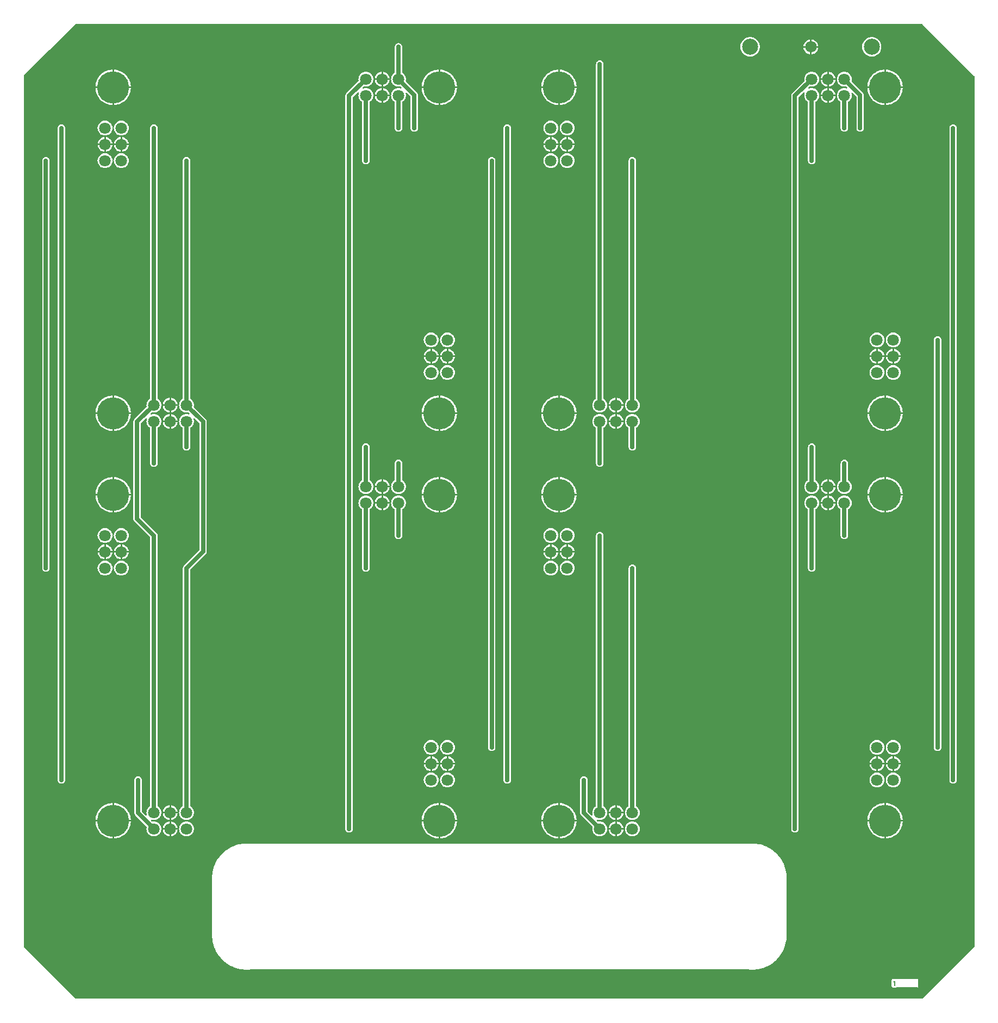
<source format=gtl>
G04 Layer: TopLayer*
G04 EasyEDA v6.5.38, 2023-12-25 01:26:23*
G04 f1b6b75ab3be4e5890bb728668c82796,5a6b42c53f6a479593ecc07194224c93,10*
G04 Gerber Generator version 0.2*
G04 Scale: 100 percent, Rotated: No, Reflected: No *
G04 Dimensions in millimeters *
G04 leading zeros omitted , absolute positions ,4 integer and 5 decimal *
%FSLAX45Y45*%
%MOMM*%

%ADD10C,0.1524*%
%ADD11C,0.6350*%
%ADD12C,1.8000*%
%ADD13C,5.0000*%
%ADD14C,2.5000*%
%ADD15C,0.6200*%
%ADD16C,0.0166*%

%LPD*%
G36*
X7380935Y25908D02*
G01*
X7377074Y26670D01*
X7373772Y28905D01*
X6569405Y833272D01*
X6567170Y836574D01*
X6566408Y840435D01*
X6566408Y14414347D01*
X6567220Y14418310D01*
X6569456Y14421612D01*
X7373620Y15211196D01*
X7376922Y15213330D01*
X7380731Y15214092D01*
X20559064Y15214092D01*
X20562925Y15213330D01*
X20566227Y15211094D01*
X21370594Y14406727D01*
X21372830Y14403425D01*
X21373592Y14399564D01*
X21373592Y840435D01*
X21372830Y836574D01*
X21370594Y833272D01*
X20566227Y28905D01*
X20562925Y26670D01*
X20559064Y25908D01*
X20507960Y25908D01*
X20504048Y26670D01*
X20500797Y28905D01*
X20498562Y32156D01*
X20497800Y36068D01*
X20497038Y32156D01*
X20494802Y28905D01*
X20491551Y26670D01*
X20487640Y25908D01*
G37*

%LPC*%
G36*
X18839078Y14871700D02*
G01*
X18941440Y14871700D01*
X18941338Y14873528D01*
X18938595Y14887803D01*
X18934125Y14901672D01*
X18927927Y14914829D01*
X18920104Y14927122D01*
X18910808Y14938349D01*
X18900241Y14948306D01*
X18888456Y14956840D01*
X18875705Y14963851D01*
X18862141Y14969236D01*
X18848070Y14972842D01*
X18839078Y14973960D01*
G37*
G36*
X20497800Y193040D02*
G01*
X20497800Y329184D01*
X20496784Y330200D01*
X20153122Y330200D01*
X20149769Y330758D01*
X20146162Y332028D01*
X20139863Y332740D01*
X20109738Y332740D01*
X20103439Y332028D01*
X20099832Y330758D01*
X20096480Y330200D01*
X20091552Y330047D01*
X20090942Y327202D01*
X20089571Y323900D01*
X20085913Y318058D01*
X20083983Y312572D01*
X20083272Y306273D01*
X20083272Y225348D01*
X20083983Y219049D01*
X20085913Y213563D01*
X20089571Y207721D01*
X20091450Y203454D01*
X20093940Y203098D01*
X20103439Y199593D01*
X20109738Y198882D01*
X20139863Y198882D01*
X20146162Y199593D01*
X20154442Y202793D01*
X20157287Y203200D01*
X20487640Y203200D01*
X20491551Y202438D01*
X20494802Y200202D01*
X20497038Y196951D01*
G37*
G36*
X18711265Y14871700D02*
G01*
X18813678Y14871700D01*
X18813678Y14973960D01*
X18804636Y14972842D01*
X18790564Y14969236D01*
X18777000Y14963851D01*
X18764250Y14956840D01*
X18752464Y14948306D01*
X18741898Y14938349D01*
X18732601Y14927122D01*
X18724778Y14914829D01*
X18718580Y14901672D01*
X18714110Y14887803D01*
X18711367Y14873528D01*
G37*
G36*
X10037724Y477418D02*
G01*
X10070236Y478383D01*
X10102646Y481330D01*
X10124897Y484581D01*
X17826075Y484479D01*
X17846802Y481330D01*
X17879161Y478383D01*
X17911724Y477418D01*
X17944236Y478383D01*
X17976646Y481330D01*
X18008803Y486206D01*
X18040604Y493064D01*
X18071947Y501802D01*
X18102681Y512419D01*
X18132755Y524865D01*
X18162016Y539089D01*
X18190362Y555091D01*
X18217642Y572719D01*
X18243854Y592023D01*
X18268848Y612851D01*
X18292572Y635152D01*
X18314873Y658825D01*
X18335701Y683818D01*
X18354954Y710031D01*
X18372632Y737362D01*
X18388634Y765708D01*
X18402858Y794969D01*
X18415304Y824992D01*
X18425922Y855776D01*
X18434659Y887120D01*
X18441466Y918921D01*
X18446394Y951077D01*
X18449340Y983487D01*
X18450052Y1005992D01*
X18450610Y1011072D01*
X18450610Y1909927D01*
X18450001Y1915820D01*
X18449340Y1937512D01*
X18446394Y1969922D01*
X18441466Y2002078D01*
X18434659Y2033879D01*
X18425922Y2065223D01*
X18415304Y2096007D01*
X18402858Y2126030D01*
X18388634Y2155291D01*
X18372632Y2183638D01*
X18354954Y2210968D01*
X18335701Y2237181D01*
X18314873Y2262174D01*
X18292572Y2285847D01*
X18268848Y2308148D01*
X18243854Y2328976D01*
X18217642Y2348280D01*
X18190362Y2365908D01*
X18162016Y2381910D01*
X18132755Y2396134D01*
X18102681Y2408580D01*
X18071947Y2419197D01*
X18040604Y2427935D01*
X18008803Y2434793D01*
X17976646Y2439670D01*
X17944236Y2442616D01*
X17911724Y2443581D01*
X17879161Y2442616D01*
X17846802Y2439670D01*
X17824551Y2436418D01*
X10123322Y2436520D01*
X10102596Y2439670D01*
X10070236Y2442616D01*
X10037724Y2443581D01*
X10005161Y2442616D01*
X9972802Y2439670D01*
X9940594Y2434793D01*
X9908794Y2427935D01*
X9877450Y2419197D01*
X9846716Y2408580D01*
X9816642Y2396134D01*
X9787382Y2381910D01*
X9759035Y2365908D01*
X9731756Y2348280D01*
X9705543Y2328976D01*
X9680549Y2308148D01*
X9656826Y2285847D01*
X9634524Y2262174D01*
X9613696Y2237181D01*
X9594443Y2210968D01*
X9576765Y2183638D01*
X9560814Y2155291D01*
X9546539Y2126030D01*
X9534093Y2096007D01*
X9523476Y2065223D01*
X9514738Y2033879D01*
X9507931Y2002078D01*
X9503003Y1969922D01*
X9500057Y1937512D01*
X9499346Y1915058D01*
X9498787Y1909927D01*
X9498787Y1011072D01*
X9499447Y1005128D01*
X9500057Y983487D01*
X9503003Y951077D01*
X9507931Y918921D01*
X9514738Y887120D01*
X9523476Y855776D01*
X9534093Y824992D01*
X9546539Y794969D01*
X9560814Y765708D01*
X9576765Y737362D01*
X9594443Y710031D01*
X9613696Y683818D01*
X9634524Y658825D01*
X9656826Y635152D01*
X9680549Y612851D01*
X9705543Y592023D01*
X9731756Y572719D01*
X9759035Y555091D01*
X9787382Y539089D01*
X9816642Y524865D01*
X9846716Y512419D01*
X9877450Y501802D01*
X9908794Y493064D01*
X9940594Y486206D01*
X9972802Y481330D01*
X10005161Y478383D01*
G37*
G36*
X18839078Y14744039D02*
G01*
X18848070Y14745157D01*
X18862141Y14748763D01*
X18875705Y14754148D01*
X18888456Y14761159D01*
X18900241Y14769693D01*
X18910808Y14779650D01*
X18920104Y14790877D01*
X18927927Y14803170D01*
X18934125Y14816328D01*
X18938595Y14830196D01*
X18941338Y14844471D01*
X18941440Y14846300D01*
X18839078Y14846300D01*
G37*
G36*
X18813678Y14744039D02*
G01*
X18813678Y14846300D01*
X18711265Y14846300D01*
X18711367Y14844471D01*
X18714110Y14830196D01*
X18718580Y14816328D01*
X18724778Y14803170D01*
X18732601Y14790877D01*
X18741898Y14779650D01*
X18752464Y14769693D01*
X18764250Y14761159D01*
X18777000Y14754148D01*
X18790564Y14748763D01*
X18804636Y14745157D01*
G37*
G36*
X14914778Y2523642D02*
G01*
X14919401Y2523744D01*
X14942413Y2526182D01*
X14965121Y2530500D01*
X14987371Y2536698D01*
X15009012Y2544775D01*
X15029942Y2554579D01*
X15049906Y2566162D01*
X15068905Y2579319D01*
X15086685Y2594051D01*
X15103195Y2610256D01*
X15118334Y2627731D01*
X15131897Y2646426D01*
X15143886Y2666187D01*
X15154148Y2686862D01*
X15162631Y2708351D01*
X15169337Y2730500D01*
X15174112Y2753106D01*
X15177007Y2776016D01*
X15177465Y2786380D01*
X14914778Y2786380D01*
G37*
G36*
X19994778Y2523642D02*
G01*
X19999401Y2523744D01*
X20022413Y2526182D01*
X20045121Y2530500D01*
X20067371Y2536698D01*
X20089012Y2544775D01*
X20109942Y2554579D01*
X20129906Y2566162D01*
X20148905Y2579319D01*
X20166685Y2594051D01*
X20183195Y2610256D01*
X20198334Y2627731D01*
X20211897Y2646426D01*
X20223886Y2666187D01*
X20234148Y2686862D01*
X20242631Y2708351D01*
X20249337Y2730500D01*
X20254112Y2753106D01*
X20257008Y2776016D01*
X20257465Y2786380D01*
X19994778Y2786380D01*
G37*
G36*
X7970672Y2523642D02*
G01*
X7975295Y2523744D01*
X7998307Y2526182D01*
X8021015Y2530500D01*
X8043265Y2536698D01*
X8064906Y2544775D01*
X8085836Y2554579D01*
X8105851Y2566162D01*
X8124799Y2579319D01*
X8142630Y2594051D01*
X8159140Y2610256D01*
X8174228Y2627731D01*
X8187791Y2646426D01*
X8199780Y2666187D01*
X8210042Y2686862D01*
X8218525Y2708351D01*
X8225231Y2730500D01*
X8230006Y2753106D01*
X8232902Y2776016D01*
X8233359Y2786380D01*
X7970672Y2786380D01*
G37*
G36*
X13050672Y2523642D02*
G01*
X13055295Y2523744D01*
X13078307Y2526182D01*
X13101015Y2530500D01*
X13123265Y2536698D01*
X13144906Y2544775D01*
X13165836Y2554579D01*
X13185851Y2566162D01*
X13204799Y2579319D01*
X13222630Y2594051D01*
X13239140Y2610256D01*
X13254228Y2627731D01*
X13267791Y2646426D01*
X13279780Y2666187D01*
X13290042Y2686862D01*
X13298525Y2708351D01*
X13305231Y2730500D01*
X13310006Y2753106D01*
X13312901Y2776016D01*
X13313359Y2786380D01*
X13050672Y2786380D01*
G37*
G36*
X19969378Y2523693D02*
G01*
X19969378Y2786380D01*
X19706539Y2786380D01*
X19708368Y2764536D01*
X19712228Y2741726D01*
X19717969Y2719374D01*
X19725589Y2697530D01*
X19734987Y2676448D01*
X19746112Y2656179D01*
X19758914Y2636926D01*
X19773239Y2618841D01*
X19789038Y2601976D01*
X19806208Y2586532D01*
X19824649Y2572562D01*
X19844156Y2560167D01*
X19864628Y2549448D01*
X19885914Y2540508D01*
X19907910Y2533345D01*
X19930414Y2528112D01*
X19953274Y2524709D01*
G37*
G36*
X13025272Y2523693D02*
G01*
X13025272Y2786380D01*
X12762433Y2786380D01*
X12764262Y2764536D01*
X12768122Y2741726D01*
X12773863Y2719374D01*
X12781483Y2697530D01*
X12790881Y2676448D01*
X12802006Y2656179D01*
X12814808Y2636926D01*
X12829133Y2618841D01*
X12844983Y2601976D01*
X12862153Y2586532D01*
X12880543Y2572562D01*
X12900050Y2560167D01*
X12920522Y2549448D01*
X12941808Y2540508D01*
X12963804Y2533345D01*
X12986308Y2528112D01*
X13009168Y2524709D01*
G37*
G36*
X14889378Y2523693D02*
G01*
X14889378Y2786380D01*
X14626539Y2786380D01*
X14628368Y2764536D01*
X14632228Y2741726D01*
X14637969Y2719374D01*
X14645589Y2697530D01*
X14654987Y2676448D01*
X14666112Y2656179D01*
X14678913Y2636926D01*
X14693239Y2618841D01*
X14709038Y2601976D01*
X14726208Y2586532D01*
X14744649Y2572562D01*
X14764156Y2560167D01*
X14784628Y2549448D01*
X14805913Y2540508D01*
X14827910Y2533345D01*
X14850414Y2528112D01*
X14873274Y2524709D01*
G37*
G36*
X7945272Y2523693D02*
G01*
X7945272Y2786380D01*
X7682433Y2786380D01*
X7684262Y2764536D01*
X7688122Y2741726D01*
X7693863Y2719374D01*
X7701483Y2697530D01*
X7710881Y2676448D01*
X7722006Y2656179D01*
X7734808Y2636926D01*
X7749133Y2618841D01*
X7764983Y2601976D01*
X7782153Y2586532D01*
X7800543Y2572562D01*
X7820050Y2560167D01*
X7840522Y2549448D01*
X7861808Y2540508D01*
X7883804Y2533345D01*
X7906308Y2528112D01*
X7929168Y2524709D01*
G37*
G36*
X16037813Y2556459D02*
G01*
X16052393Y2556459D01*
X16066820Y2558288D01*
X16080892Y2561894D01*
X16094456Y2567228D01*
X16107206Y2574239D01*
X16118992Y2582824D01*
X16129558Y2592781D01*
X16138855Y2604008D01*
X16146678Y2616250D01*
X16152876Y2629458D01*
X16157346Y2643276D01*
X16160089Y2657602D01*
X16161004Y2672080D01*
X16160089Y2686608D01*
X16157346Y2700934D01*
X16152876Y2714752D01*
X16146678Y2727960D01*
X16138855Y2740202D01*
X16129558Y2751429D01*
X16118992Y2761386D01*
X16107206Y2769971D01*
X16094456Y2776982D01*
X16080892Y2782316D01*
X16066820Y2785922D01*
X16052393Y2787751D01*
X16037813Y2787751D01*
X16023386Y2785922D01*
X16009315Y2782316D01*
X15995751Y2776982D01*
X15983000Y2769971D01*
X15971215Y2761386D01*
X15960648Y2751429D01*
X15951352Y2740202D01*
X15943529Y2727960D01*
X15937331Y2714752D01*
X15932861Y2700934D01*
X15930118Y2686608D01*
X15929203Y2672080D01*
X15930118Y2657602D01*
X15932861Y2643276D01*
X15937331Y2629458D01*
X15943529Y2616250D01*
X15951352Y2604008D01*
X15960648Y2592781D01*
X15971215Y2582824D01*
X15983000Y2574239D01*
X15995751Y2567228D01*
X16009315Y2561894D01*
X16023386Y2558288D01*
G37*
G36*
X9093708Y2556459D02*
G01*
X9108287Y2556459D01*
X9122714Y2558288D01*
X9136786Y2561894D01*
X9150350Y2567228D01*
X9163100Y2574239D01*
X9174886Y2582824D01*
X9185452Y2592781D01*
X9194749Y2604008D01*
X9202572Y2616250D01*
X9208770Y2629458D01*
X9213240Y2643276D01*
X9215983Y2657602D01*
X9216898Y2672080D01*
X9215983Y2686608D01*
X9213240Y2700934D01*
X9208770Y2714752D01*
X9202572Y2727960D01*
X9194749Y2740202D01*
X9185452Y2751429D01*
X9174886Y2761386D01*
X9163100Y2769971D01*
X9150350Y2776982D01*
X9136786Y2782316D01*
X9122714Y2785922D01*
X9108287Y2787751D01*
X9093708Y2787751D01*
X9079280Y2785922D01*
X9065209Y2782316D01*
X9051645Y2776982D01*
X9038894Y2769971D01*
X9027109Y2761386D01*
X9016542Y2751429D01*
X9007246Y2740202D01*
X8999423Y2727960D01*
X8993225Y2714752D01*
X8988755Y2700934D01*
X8986012Y2686608D01*
X8985097Y2672080D01*
X8986012Y2657602D01*
X8988755Y2643276D01*
X8993225Y2629458D01*
X8999423Y2616250D01*
X9007246Y2604008D01*
X9016542Y2592781D01*
X9027109Y2582824D01*
X9038894Y2574239D01*
X9051645Y2567228D01*
X9065209Y2561894D01*
X9079280Y2558288D01*
G37*
G36*
X15529813Y2556459D02*
G01*
X15544393Y2556459D01*
X15558820Y2558288D01*
X15572892Y2561894D01*
X15586456Y2567228D01*
X15599206Y2574239D01*
X15610992Y2582824D01*
X15621558Y2592781D01*
X15630855Y2604008D01*
X15638678Y2616250D01*
X15644876Y2629458D01*
X15649346Y2643276D01*
X15652089Y2657602D01*
X15653004Y2672080D01*
X15652089Y2686608D01*
X15649346Y2700934D01*
X15644876Y2714752D01*
X15638678Y2727960D01*
X15630855Y2740202D01*
X15621558Y2751429D01*
X15610992Y2761386D01*
X15599206Y2769971D01*
X15586456Y2776982D01*
X15572892Y2782316D01*
X15558820Y2785922D01*
X15544393Y2787751D01*
X15529813Y2787751D01*
X15511170Y2785465D01*
X15507817Y2786380D01*
X15504922Y2788412D01*
X15495473Y2797860D01*
X15493136Y2801569D01*
X15492526Y2805887D01*
X15493847Y2810103D01*
X15496794Y2813354D01*
X15500807Y2815031D01*
X15505176Y2814878D01*
X15515386Y2812288D01*
X15529813Y2810459D01*
X15544393Y2810459D01*
X15558820Y2812288D01*
X15572892Y2815894D01*
X15586456Y2821228D01*
X15599206Y2828239D01*
X15610992Y2836824D01*
X15621558Y2846781D01*
X15630855Y2858008D01*
X15638678Y2870250D01*
X15644876Y2883458D01*
X15649346Y2897276D01*
X15652089Y2911602D01*
X15653004Y2926080D01*
X15652089Y2940608D01*
X15649346Y2954934D01*
X15644876Y2968752D01*
X15638678Y2981960D01*
X15630855Y2994202D01*
X15621558Y3005429D01*
X15610992Y3015386D01*
X15599003Y3024073D01*
X15596768Y3026308D01*
X15595346Y3029153D01*
X15594838Y3032302D01*
X15594838Y7243673D01*
X15594025Y7253579D01*
X15591688Y7262774D01*
X15587878Y7271512D01*
X15582646Y7279487D01*
X15576194Y7286498D01*
X15568676Y7292340D01*
X15560344Y7296861D01*
X15551353Y7299959D01*
X15541955Y7301484D01*
X15532404Y7301484D01*
X15523057Y7299959D01*
X15514015Y7296861D01*
X15505684Y7292340D01*
X15498165Y7286498D01*
X15491713Y7279487D01*
X15486481Y7271512D01*
X15482671Y7262774D01*
X15480334Y7253579D01*
X15479522Y7243673D01*
X15479522Y3032404D01*
X15479013Y3029254D01*
X15477591Y3026460D01*
X15475356Y3024174D01*
X15463215Y3015386D01*
X15452648Y3005429D01*
X15443352Y2994202D01*
X15435529Y2981960D01*
X15429331Y2968752D01*
X15424861Y2954934D01*
X15422118Y2940608D01*
X15421203Y2926080D01*
X15422118Y2911602D01*
X15424861Y2897276D01*
X15425623Y2894888D01*
X15426029Y2890418D01*
X15424505Y2886202D01*
X15421305Y2883052D01*
X15417038Y2881630D01*
X15412567Y2882138D01*
X15408808Y2884525D01*
X15351455Y2941929D01*
X15349219Y2945180D01*
X15348457Y2949092D01*
X15348457Y3433673D01*
X15347645Y3443579D01*
X15345308Y3452774D01*
X15341498Y3461512D01*
X15336266Y3469487D01*
X15329814Y3476498D01*
X15322296Y3482340D01*
X15313964Y3486861D01*
X15304922Y3489960D01*
X15295575Y3491484D01*
X15286024Y3491484D01*
X15276677Y3489960D01*
X15267635Y3486861D01*
X15259304Y3482340D01*
X15251785Y3476498D01*
X15245334Y3469487D01*
X15240101Y3461512D01*
X15236291Y3452774D01*
X15233954Y3443579D01*
X15233142Y3433673D01*
X15233142Y2921406D01*
X15233954Y2911500D01*
X15236291Y2902305D01*
X15240101Y2893568D01*
X15245384Y2885541D01*
X15250261Y2880004D01*
X15421762Y2708503D01*
X15423692Y2705811D01*
X15424657Y2702661D01*
X15424556Y2699410D01*
X15422118Y2686608D01*
X15421203Y2672080D01*
X15422118Y2657602D01*
X15424861Y2643276D01*
X15429331Y2629458D01*
X15435529Y2616250D01*
X15443352Y2604008D01*
X15452648Y2592781D01*
X15463215Y2582824D01*
X15475000Y2574239D01*
X15487751Y2567228D01*
X15501315Y2561894D01*
X15515386Y2558288D01*
G37*
G36*
X8585708Y2556459D02*
G01*
X8600287Y2556459D01*
X8614714Y2558288D01*
X8628786Y2561894D01*
X8642350Y2567228D01*
X8655100Y2574239D01*
X8666886Y2582824D01*
X8677452Y2592781D01*
X8686749Y2604008D01*
X8694572Y2616250D01*
X8700770Y2629458D01*
X8705240Y2643276D01*
X8707983Y2657602D01*
X8708898Y2672080D01*
X8707983Y2686608D01*
X8705240Y2700934D01*
X8700770Y2714752D01*
X8694572Y2727960D01*
X8686749Y2740202D01*
X8677452Y2751429D01*
X8666886Y2761386D01*
X8655100Y2769971D01*
X8642350Y2776982D01*
X8628786Y2782316D01*
X8614714Y2785922D01*
X8600287Y2787751D01*
X8585708Y2787751D01*
X8567064Y2785465D01*
X8563711Y2786380D01*
X8560816Y2788412D01*
X8551367Y2797860D01*
X8549030Y2801569D01*
X8548420Y2805887D01*
X8549741Y2810103D01*
X8552688Y2813354D01*
X8556701Y2815031D01*
X8561070Y2814878D01*
X8571280Y2812288D01*
X8585708Y2810459D01*
X8600287Y2810459D01*
X8614714Y2812288D01*
X8628786Y2815894D01*
X8642350Y2821228D01*
X8655100Y2828239D01*
X8666886Y2836824D01*
X8677452Y2846781D01*
X8686749Y2858008D01*
X8694572Y2870250D01*
X8700770Y2883458D01*
X8705240Y2897276D01*
X8707983Y2911602D01*
X8708898Y2926080D01*
X8707983Y2940608D01*
X8705240Y2954934D01*
X8700770Y2968752D01*
X8694572Y2981960D01*
X8686749Y2994202D01*
X8677452Y3005429D01*
X8666886Y3015386D01*
X8654897Y3024073D01*
X8652662Y3026308D01*
X8651240Y3029153D01*
X8650732Y3032302D01*
X8650732Y7243673D01*
X8649919Y7253579D01*
X8647582Y7262774D01*
X8643772Y7271512D01*
X8638489Y7279538D01*
X8633612Y7285075D01*
X8391855Y7526883D01*
X8389620Y7530134D01*
X8388858Y7534046D01*
X8388858Y8988907D01*
X8389620Y8992819D01*
X8391855Y8996070D01*
X8467242Y9071508D01*
X8471001Y9073896D01*
X8475472Y9074404D01*
X8479739Y9072981D01*
X8482939Y9069832D01*
X8484514Y9065615D01*
X8484057Y9061145D01*
X8480755Y9050934D01*
X8478012Y9036608D01*
X8477097Y9022080D01*
X8478012Y9007602D01*
X8480755Y8993276D01*
X8485225Y8979458D01*
X8491423Y8966250D01*
X8499246Y8954008D01*
X8508542Y8942781D01*
X8519109Y8932824D01*
X8531148Y8924086D01*
X8533384Y8921851D01*
X8534857Y8919006D01*
X8535365Y8915857D01*
X8535365Y8369706D01*
X8536178Y8359800D01*
X8538514Y8350605D01*
X8542324Y8341868D01*
X8547506Y8333892D01*
X8553958Y8326881D01*
X8561476Y8321040D01*
X8569858Y8316518D01*
X8578850Y8313420D01*
X8588248Y8311896D01*
X8597747Y8311896D01*
X8607145Y8313420D01*
X8616137Y8316518D01*
X8624519Y8321040D01*
X8632037Y8326881D01*
X8638489Y8333892D01*
X8643670Y8341868D01*
X8647480Y8350605D01*
X8649817Y8359800D01*
X8650681Y8369706D01*
X8650681Y8915857D01*
X8651138Y8919006D01*
X8652611Y8921851D01*
X8654846Y8924086D01*
X8666886Y8932824D01*
X8677452Y8942781D01*
X8686749Y8954008D01*
X8694572Y8966250D01*
X8700770Y8979458D01*
X8705240Y8993276D01*
X8707983Y9007602D01*
X8708898Y9022080D01*
X8707983Y9036608D01*
X8705240Y9050934D01*
X8700770Y9064752D01*
X8694572Y9077960D01*
X8686749Y9090202D01*
X8677452Y9101429D01*
X8666886Y9111386D01*
X8655100Y9119971D01*
X8642350Y9126982D01*
X8628786Y9132316D01*
X8614714Y9135922D01*
X8600287Y9137751D01*
X8585708Y9137751D01*
X8571280Y9135922D01*
X8557209Y9132316D01*
X8554567Y9131300D01*
X8550706Y9130588D01*
X8546846Y9131401D01*
X8543594Y9133636D01*
X8541410Y9136938D01*
X8540699Y9140799D01*
X8541461Y9144660D01*
X8543645Y9147911D01*
X8556599Y9160865D01*
X8559495Y9162897D01*
X8562848Y9163812D01*
X8566353Y9163558D01*
X8571280Y9162288D01*
X8585708Y9160459D01*
X8600287Y9160459D01*
X8614714Y9162288D01*
X8628786Y9165894D01*
X8642350Y9171228D01*
X8655100Y9178239D01*
X8666886Y9186824D01*
X8677452Y9196781D01*
X8686749Y9208008D01*
X8694572Y9220250D01*
X8700770Y9233458D01*
X8705240Y9247276D01*
X8707983Y9261602D01*
X8708898Y9276080D01*
X8707983Y9290608D01*
X8705240Y9304934D01*
X8700770Y9318752D01*
X8694572Y9331960D01*
X8686749Y9344202D01*
X8677452Y9355429D01*
X8666886Y9365386D01*
X8654897Y9374073D01*
X8652662Y9376308D01*
X8651240Y9379153D01*
X8650732Y9382302D01*
X8650732Y13593673D01*
X8649919Y13603579D01*
X8647582Y13612774D01*
X8643772Y13621512D01*
X8638540Y13629487D01*
X8632088Y13636498D01*
X8624570Y13642340D01*
X8616238Y13646861D01*
X8607196Y13649960D01*
X8597849Y13651484D01*
X8588298Y13651484D01*
X8578951Y13649960D01*
X8569909Y13646861D01*
X8561578Y13642340D01*
X8554059Y13636498D01*
X8547608Y13629487D01*
X8542375Y13621512D01*
X8538565Y13612774D01*
X8536228Y13603579D01*
X8535416Y13593673D01*
X8535416Y9382404D01*
X8534908Y9379254D01*
X8533485Y9376460D01*
X8531250Y9374174D01*
X8519109Y9365386D01*
X8508542Y9355429D01*
X8499246Y9344202D01*
X8491423Y9331960D01*
X8485225Y9318752D01*
X8480755Y9304934D01*
X8478012Y9290608D01*
X8477097Y9276080D01*
X8478012Y9261602D01*
X8479637Y9253270D01*
X8479688Y9249968D01*
X8478723Y9246819D01*
X8476792Y9244177D01*
X8290712Y9058046D01*
X8284311Y9050477D01*
X8279434Y9042298D01*
X8275980Y9033459D01*
X8273999Y9024010D01*
X8273542Y9016695D01*
X8273542Y7506360D01*
X8274354Y7496454D01*
X8276691Y7487259D01*
X8280501Y7478522D01*
X8285784Y7470495D01*
X8290661Y7464958D01*
X8532418Y7223150D01*
X8534654Y7219899D01*
X8535416Y7215987D01*
X8535416Y3032404D01*
X8534908Y3029254D01*
X8533485Y3026460D01*
X8531250Y3024174D01*
X8519109Y3015386D01*
X8508542Y3005429D01*
X8499246Y2994202D01*
X8491423Y2981960D01*
X8485225Y2968752D01*
X8480755Y2954934D01*
X8478012Y2940608D01*
X8477097Y2926080D01*
X8478012Y2911602D01*
X8480755Y2897276D01*
X8481517Y2894888D01*
X8481923Y2890418D01*
X8480399Y2886202D01*
X8477199Y2883052D01*
X8472932Y2881630D01*
X8468461Y2882138D01*
X8464702Y2884525D01*
X8407349Y2941929D01*
X8405114Y2945180D01*
X8404352Y2949092D01*
X8404352Y3433673D01*
X8403539Y3443579D01*
X8401202Y3452774D01*
X8397392Y3461512D01*
X8392160Y3469487D01*
X8385708Y3476498D01*
X8378190Y3482340D01*
X8369858Y3486861D01*
X8360816Y3489960D01*
X8351469Y3491484D01*
X8341918Y3491484D01*
X8332571Y3489960D01*
X8323529Y3486861D01*
X8315198Y3482340D01*
X8307679Y3476498D01*
X8301228Y3469487D01*
X8295995Y3461512D01*
X8292185Y3452774D01*
X8289848Y3443579D01*
X8289036Y3433673D01*
X8289036Y2921406D01*
X8289848Y2911500D01*
X8292185Y2902305D01*
X8295995Y2893568D01*
X8301278Y2885541D01*
X8306155Y2880004D01*
X8477656Y2708503D01*
X8479586Y2705811D01*
X8480552Y2702661D01*
X8480450Y2699410D01*
X8478012Y2686608D01*
X8477097Y2672080D01*
X8478012Y2657602D01*
X8480755Y2643276D01*
X8485225Y2629458D01*
X8491423Y2616250D01*
X8499246Y2604008D01*
X8508542Y2592781D01*
X8519109Y2582824D01*
X8530894Y2574239D01*
X8543645Y2567228D01*
X8557209Y2561894D01*
X8571280Y2558288D01*
G37*
G36*
X15803829Y2557119D02*
G01*
X15812820Y2558288D01*
X15826892Y2561894D01*
X15840456Y2567228D01*
X15853206Y2574239D01*
X15864992Y2582824D01*
X15875558Y2592781D01*
X15884855Y2604008D01*
X15892678Y2616250D01*
X15898876Y2629458D01*
X15903346Y2643276D01*
X15906089Y2657602D01*
X15906191Y2659380D01*
X15803829Y2659380D01*
G37*
G36*
X8859723Y2557119D02*
G01*
X8868714Y2558288D01*
X8882786Y2561894D01*
X8896350Y2567228D01*
X8909100Y2574239D01*
X8920886Y2582824D01*
X8931452Y2592781D01*
X8940749Y2604008D01*
X8948572Y2616250D01*
X8954770Y2629458D01*
X8959240Y2643276D01*
X8961983Y2657602D01*
X8962085Y2659380D01*
X8859723Y2659380D01*
G37*
G36*
X15778429Y2557119D02*
G01*
X15778429Y2659380D01*
X15676016Y2659380D01*
X15676118Y2657602D01*
X15678861Y2643276D01*
X15683331Y2629458D01*
X15689529Y2616250D01*
X15697352Y2604008D01*
X15706648Y2592781D01*
X15717215Y2582824D01*
X15729000Y2574239D01*
X15741751Y2567228D01*
X15755315Y2561894D01*
X15769386Y2558288D01*
G37*
G36*
X8834323Y2557119D02*
G01*
X8834323Y2659380D01*
X8731910Y2659380D01*
X8732012Y2657602D01*
X8734755Y2643276D01*
X8739225Y2629458D01*
X8745423Y2616250D01*
X8753246Y2604008D01*
X8762542Y2592781D01*
X8773109Y2582824D01*
X8784894Y2574239D01*
X8797645Y2567228D01*
X8811209Y2561894D01*
X8825280Y2558288D01*
G37*
G36*
X11628424Y2614676D02*
G01*
X11637975Y2614676D01*
X11647322Y2616200D01*
X11656364Y2619298D01*
X11664696Y2623820D01*
X11672214Y2629662D01*
X11678666Y2636672D01*
X11683898Y2644648D01*
X11687708Y2653385D01*
X11690045Y2662580D01*
X11690858Y2672486D01*
X11690858Y14068907D01*
X11691620Y14072819D01*
X11693855Y14076070D01*
X11769242Y14151508D01*
X11773001Y14153896D01*
X11777472Y14154404D01*
X11781739Y14152981D01*
X11784939Y14149832D01*
X11786514Y14145615D01*
X11786057Y14141145D01*
X11782755Y14130934D01*
X11780012Y14116608D01*
X11779097Y14102080D01*
X11780012Y14087601D01*
X11782755Y14073276D01*
X11787225Y14059458D01*
X11793423Y14046250D01*
X11801246Y14034007D01*
X11810542Y14022781D01*
X11821109Y14012824D01*
X11833250Y14004036D01*
X11835485Y14001750D01*
X11836908Y13998956D01*
X11837416Y13995806D01*
X11837416Y13086486D01*
X11838228Y13076580D01*
X11840565Y13067385D01*
X11844375Y13058648D01*
X11849608Y13050672D01*
X11856059Y13043662D01*
X11863578Y13037819D01*
X11871909Y13033298D01*
X11880951Y13030200D01*
X11890298Y13028676D01*
X11899849Y13028676D01*
X11909196Y13030200D01*
X11918238Y13033298D01*
X11926570Y13037819D01*
X11934088Y13043662D01*
X11940540Y13050672D01*
X11945772Y13058648D01*
X11949582Y13067385D01*
X11951919Y13076580D01*
X11952732Y13086486D01*
X11952732Y13995907D01*
X11953240Y13999057D01*
X11954662Y14001902D01*
X11956897Y14004137D01*
X11968886Y14012824D01*
X11979452Y14022781D01*
X11988749Y14034007D01*
X11996572Y14046250D01*
X12002770Y14059458D01*
X12007240Y14073276D01*
X12009983Y14087601D01*
X12010898Y14102080D01*
X12009983Y14116608D01*
X12007240Y14130934D01*
X12002770Y14144751D01*
X11996572Y14157960D01*
X11988749Y14170202D01*
X11979452Y14181429D01*
X11968886Y14191386D01*
X11957100Y14199971D01*
X11944350Y14206982D01*
X11930786Y14212316D01*
X11916714Y14215922D01*
X11902287Y14217751D01*
X11887708Y14217751D01*
X11873280Y14215922D01*
X11859209Y14212316D01*
X11856567Y14211300D01*
X11852706Y14210588D01*
X11848846Y14211401D01*
X11845594Y14213636D01*
X11843410Y14216938D01*
X11842699Y14220799D01*
X11843461Y14224660D01*
X11845645Y14227911D01*
X11858599Y14240865D01*
X11861495Y14242897D01*
X11864848Y14243812D01*
X11868353Y14243557D01*
X11873280Y14242288D01*
X11887708Y14240459D01*
X11902287Y14240459D01*
X11916714Y14242288D01*
X11930786Y14245894D01*
X11944350Y14251228D01*
X11957100Y14258239D01*
X11968886Y14266824D01*
X11979452Y14276781D01*
X11988749Y14288007D01*
X11996572Y14300250D01*
X12002770Y14313458D01*
X12007240Y14327276D01*
X12009983Y14341601D01*
X12010898Y14356080D01*
X12009983Y14370608D01*
X12007240Y14384934D01*
X12002770Y14398751D01*
X11996572Y14411960D01*
X11988749Y14424202D01*
X11979452Y14435429D01*
X11968886Y14445386D01*
X11957100Y14453971D01*
X11944350Y14460982D01*
X11930786Y14466316D01*
X11916714Y14469922D01*
X11902287Y14471751D01*
X11887708Y14471751D01*
X11873280Y14469922D01*
X11859209Y14466316D01*
X11845645Y14460982D01*
X11832894Y14453971D01*
X11821109Y14445386D01*
X11810542Y14435429D01*
X11801246Y14424202D01*
X11793423Y14411960D01*
X11787225Y14398751D01*
X11782755Y14384934D01*
X11780012Y14370608D01*
X11779097Y14356080D01*
X11780012Y14341601D01*
X11781637Y14333270D01*
X11781688Y14329968D01*
X11780723Y14326819D01*
X11778792Y14324177D01*
X11592712Y14138046D01*
X11586311Y14130477D01*
X11581434Y14122298D01*
X11577980Y14113459D01*
X11575999Y14104010D01*
X11575542Y14096695D01*
X11575542Y2672486D01*
X11576354Y2662580D01*
X11578691Y2653385D01*
X11582501Y2644648D01*
X11587734Y2636672D01*
X11594185Y2629662D01*
X11601704Y2623820D01*
X11610035Y2619298D01*
X11619077Y2616200D01*
G37*
G36*
X18572530Y2614676D02*
G01*
X18582081Y2614676D01*
X18591428Y2616200D01*
X18600470Y2619298D01*
X18608802Y2623820D01*
X18616320Y2629662D01*
X18622772Y2636672D01*
X18628004Y2644648D01*
X18631814Y2653385D01*
X18634151Y2662580D01*
X18634964Y2672486D01*
X18634913Y14068907D01*
X18635675Y14072819D01*
X18637910Y14076070D01*
X18713297Y14151508D01*
X18717056Y14153896D01*
X18721527Y14154404D01*
X18725794Y14152981D01*
X18728994Y14149832D01*
X18730569Y14145615D01*
X18730112Y14141145D01*
X18726810Y14130934D01*
X18724067Y14116608D01*
X18723152Y14102080D01*
X18724067Y14087601D01*
X18726810Y14073276D01*
X18731280Y14059458D01*
X18737478Y14046250D01*
X18745301Y14034007D01*
X18754598Y14022781D01*
X18765164Y14012824D01*
X18777305Y14004036D01*
X18779540Y14001750D01*
X18780963Y13998956D01*
X18781471Y13995806D01*
X18781471Y13086486D01*
X18782284Y13076580D01*
X18784620Y13067385D01*
X18788430Y13058648D01*
X18793663Y13050672D01*
X18800114Y13043662D01*
X18807633Y13037819D01*
X18815964Y13033298D01*
X18825006Y13030200D01*
X18834354Y13028676D01*
X18843904Y13028676D01*
X18853302Y13030200D01*
X18862294Y13033298D01*
X18870625Y13037819D01*
X18878143Y13043662D01*
X18884595Y13050672D01*
X18889827Y13058648D01*
X18893637Y13067385D01*
X18895974Y13076580D01*
X18896787Y13086486D01*
X18896787Y13995907D01*
X18897295Y13999057D01*
X18898717Y14001902D01*
X18900952Y14004137D01*
X18912941Y14012824D01*
X18923508Y14022781D01*
X18932804Y14034007D01*
X18940627Y14046250D01*
X18946825Y14059458D01*
X18951295Y14073276D01*
X18954038Y14087601D01*
X18954953Y14102080D01*
X18954038Y14116608D01*
X18951295Y14130934D01*
X18946825Y14144751D01*
X18940627Y14157960D01*
X18932804Y14170202D01*
X18923508Y14181429D01*
X18912941Y14191386D01*
X18901156Y14199971D01*
X18888405Y14206982D01*
X18874841Y14212316D01*
X18860770Y14215922D01*
X18846342Y14217751D01*
X18831763Y14217751D01*
X18817336Y14215922D01*
X18803264Y14212316D01*
X18800622Y14211300D01*
X18796762Y14210588D01*
X18792901Y14211401D01*
X18789650Y14213636D01*
X18787465Y14216938D01*
X18786754Y14220799D01*
X18787516Y14224660D01*
X18789700Y14227911D01*
X18802654Y14240865D01*
X18805550Y14242897D01*
X18808903Y14243812D01*
X18812408Y14243557D01*
X18817336Y14242288D01*
X18831763Y14240459D01*
X18846342Y14240459D01*
X18860770Y14242288D01*
X18874841Y14245894D01*
X18888405Y14251228D01*
X18901156Y14258239D01*
X18912941Y14266824D01*
X18923508Y14276781D01*
X18932804Y14288007D01*
X18940627Y14300250D01*
X18946825Y14313458D01*
X18951295Y14327276D01*
X18954038Y14341601D01*
X18954953Y14356080D01*
X18954038Y14370608D01*
X18951295Y14384934D01*
X18946825Y14398751D01*
X18940627Y14411960D01*
X18932804Y14424202D01*
X18923508Y14435429D01*
X18912941Y14445386D01*
X18901156Y14453971D01*
X18888405Y14460982D01*
X18874841Y14466316D01*
X18860770Y14469922D01*
X18846342Y14471751D01*
X18831763Y14471751D01*
X18817336Y14469922D01*
X18803264Y14466316D01*
X18789700Y14460982D01*
X18776950Y14453971D01*
X18765164Y14445386D01*
X18754598Y14435429D01*
X18745301Y14424202D01*
X18737478Y14411960D01*
X18731280Y14398751D01*
X18726810Y14384934D01*
X18724067Y14370608D01*
X18723152Y14356080D01*
X18724067Y14341601D01*
X18725692Y14333270D01*
X18725743Y14329968D01*
X18724778Y14326819D01*
X18722848Y14324177D01*
X18536767Y14138046D01*
X18530366Y14130477D01*
X18525490Y14122298D01*
X18522035Y14113459D01*
X18520054Y14104010D01*
X18519597Y14096695D01*
X18519648Y2672486D01*
X18520460Y2662580D01*
X18522797Y2653385D01*
X18526607Y2644648D01*
X18531840Y2636672D01*
X18538291Y2629662D01*
X18545810Y2623820D01*
X18554141Y2619298D01*
X18563183Y2616200D01*
G37*
G36*
X8859723Y2684780D02*
G01*
X8962085Y2684780D01*
X8961983Y2686608D01*
X8959240Y2700934D01*
X8954770Y2714752D01*
X8948572Y2727960D01*
X8940749Y2740202D01*
X8931452Y2751429D01*
X8920886Y2761386D01*
X8909100Y2769971D01*
X8896350Y2776982D01*
X8882786Y2782316D01*
X8868714Y2785922D01*
X8859723Y2787091D01*
G37*
G36*
X15803829Y2684780D02*
G01*
X15906191Y2684780D01*
X15906089Y2686608D01*
X15903346Y2700934D01*
X15898876Y2714752D01*
X15892678Y2727960D01*
X15884855Y2740202D01*
X15875558Y2751429D01*
X15864992Y2761386D01*
X15853206Y2769971D01*
X15840456Y2776982D01*
X15826892Y2782316D01*
X15812820Y2785922D01*
X15803829Y2787091D01*
G37*
G36*
X15676016Y2684780D02*
G01*
X15778429Y2684780D01*
X15778429Y2787091D01*
X15769386Y2785922D01*
X15755315Y2782316D01*
X15741751Y2776982D01*
X15729000Y2769971D01*
X15717215Y2761386D01*
X15706648Y2751429D01*
X15697352Y2740202D01*
X15689529Y2727960D01*
X15683331Y2714752D01*
X15678861Y2700934D01*
X15676118Y2686608D01*
G37*
G36*
X8731910Y2684780D02*
G01*
X8834323Y2684780D01*
X8834323Y2787091D01*
X8825280Y2785922D01*
X8811209Y2782316D01*
X8797645Y2776982D01*
X8784894Y2769971D01*
X8773109Y2761386D01*
X8762542Y2751429D01*
X8753246Y2740202D01*
X8745423Y2727960D01*
X8739225Y2714752D01*
X8734755Y2700934D01*
X8732012Y2686608D01*
G37*
G36*
X19773900Y14708124D02*
G01*
X19790765Y14709038D01*
X19807478Y14711883D01*
X19823734Y14716556D01*
X19839381Y14723059D01*
X19854164Y14731238D01*
X19867981Y14741042D01*
X19880580Y14752319D01*
X19891857Y14764918D01*
X19901662Y14778736D01*
X19909840Y14793518D01*
X19916292Y14809165D01*
X19921016Y14825421D01*
X19923810Y14842083D01*
X19924776Y14859000D01*
X19923810Y14875916D01*
X19921016Y14892578D01*
X19916292Y14908834D01*
X19909840Y14924481D01*
X19901662Y14939263D01*
X19891857Y14953081D01*
X19880580Y14965680D01*
X19867981Y14976957D01*
X19854164Y14986762D01*
X19839381Y14994940D01*
X19823734Y15001443D01*
X19807478Y15006116D01*
X19790765Y15008961D01*
X19773900Y15009876D01*
X19756983Y15008961D01*
X19740321Y15006116D01*
X19724065Y15001443D01*
X19708418Y14994940D01*
X19693636Y14986762D01*
X19679818Y14976957D01*
X19667220Y14965680D01*
X19655942Y14953081D01*
X19646138Y14939263D01*
X19637959Y14924481D01*
X19631456Y14908834D01*
X19626783Y14892578D01*
X19623938Y14875916D01*
X19623024Y14859000D01*
X19623938Y14842083D01*
X19626783Y14825421D01*
X19631456Y14809165D01*
X19637959Y14793518D01*
X19646138Y14778736D01*
X19655942Y14764918D01*
X19667220Y14752319D01*
X19679818Y14741042D01*
X19693636Y14731238D01*
X19708418Y14723059D01*
X19724065Y14716556D01*
X19740321Y14711883D01*
X19756983Y14709038D01*
G37*
G36*
X17878806Y14708124D02*
G01*
X17895722Y14709038D01*
X17912384Y14711883D01*
X17928640Y14716556D01*
X17944287Y14723059D01*
X17959070Y14731238D01*
X17972887Y14741042D01*
X17985486Y14752319D01*
X17996763Y14764918D01*
X18006568Y14778736D01*
X18014746Y14793518D01*
X18021249Y14809165D01*
X18025922Y14825421D01*
X18028767Y14842083D01*
X18029682Y14859000D01*
X18028767Y14875916D01*
X18025922Y14892578D01*
X18021249Y14908834D01*
X18014746Y14924481D01*
X18006568Y14939263D01*
X17996763Y14953081D01*
X17985486Y14965680D01*
X17972887Y14976957D01*
X17959070Y14986762D01*
X17944287Y14994940D01*
X17928640Y15001443D01*
X17912384Y15006116D01*
X17895722Y15008961D01*
X17878806Y15009876D01*
X17861940Y15008961D01*
X17845227Y15006116D01*
X17828971Y15001443D01*
X17813324Y14994940D01*
X17798542Y14986762D01*
X17784724Y14976957D01*
X17772126Y14965680D01*
X17760848Y14953081D01*
X17751044Y14939263D01*
X17742865Y14924481D01*
X17736413Y14908834D01*
X17731689Y14892578D01*
X17728895Y14875916D01*
X17727930Y14859000D01*
X17728895Y14842083D01*
X17731689Y14825421D01*
X17736413Y14809165D01*
X17742865Y14793518D01*
X17751044Y14778736D01*
X17760848Y14764918D01*
X17772126Y14752319D01*
X17784724Y14741042D01*
X17798542Y14731238D01*
X17813324Y14723059D01*
X17828971Y14716556D01*
X17845227Y14711883D01*
X17861940Y14709038D01*
G37*
G36*
X16037813Y2810459D02*
G01*
X16052393Y2810459D01*
X16066820Y2812288D01*
X16080892Y2815894D01*
X16094456Y2821228D01*
X16107206Y2828239D01*
X16118992Y2836824D01*
X16129558Y2846781D01*
X16138855Y2858008D01*
X16146678Y2870250D01*
X16152876Y2883458D01*
X16157346Y2897276D01*
X16160089Y2911602D01*
X16161004Y2926080D01*
X16160089Y2940608D01*
X16157346Y2954934D01*
X16152876Y2968752D01*
X16146678Y2981960D01*
X16138855Y2994202D01*
X16129558Y3005429D01*
X16118992Y3015386D01*
X16107003Y3024073D01*
X16104768Y3026308D01*
X16103346Y3029153D01*
X16102838Y3032302D01*
X16102838Y6735673D01*
X16102025Y6745579D01*
X16099688Y6754774D01*
X16095878Y6763512D01*
X16090646Y6771487D01*
X16084194Y6778498D01*
X16076676Y6784340D01*
X16068344Y6788861D01*
X16059353Y6791959D01*
X16049955Y6793484D01*
X16040404Y6793484D01*
X16031057Y6791959D01*
X16022015Y6788861D01*
X16013684Y6784340D01*
X16006165Y6778498D01*
X15999713Y6771487D01*
X15994481Y6763512D01*
X15990671Y6754774D01*
X15988334Y6745579D01*
X15987522Y6735673D01*
X15987522Y3032404D01*
X15987013Y3029254D01*
X15985591Y3026460D01*
X15983356Y3024174D01*
X15971215Y3015386D01*
X15960648Y3005429D01*
X15951352Y2994202D01*
X15943529Y2981960D01*
X15937331Y2968752D01*
X15932861Y2954934D01*
X15930118Y2940608D01*
X15929203Y2926080D01*
X15930118Y2911602D01*
X15932861Y2897276D01*
X15937331Y2883458D01*
X15943529Y2870250D01*
X15951352Y2858008D01*
X15960648Y2846781D01*
X15971215Y2836824D01*
X15983000Y2828239D01*
X15995751Y2821228D01*
X16009315Y2815894D01*
X16023386Y2812288D01*
G37*
G36*
X19105778Y14368780D02*
G01*
X19208140Y14368780D01*
X19208038Y14370608D01*
X19205295Y14384934D01*
X19200825Y14398751D01*
X19194627Y14411960D01*
X19186804Y14424202D01*
X19177508Y14435429D01*
X19166941Y14445386D01*
X19155156Y14453971D01*
X19142405Y14460982D01*
X19128841Y14466316D01*
X19114770Y14469922D01*
X19105778Y14471091D01*
G37*
G36*
X9093708Y2810459D02*
G01*
X9108287Y2810459D01*
X9122714Y2812288D01*
X9136786Y2815894D01*
X9150350Y2821228D01*
X9163100Y2828239D01*
X9174886Y2836824D01*
X9185452Y2846781D01*
X9194749Y2858008D01*
X9202572Y2870250D01*
X9208770Y2883458D01*
X9213240Y2897276D01*
X9215983Y2911602D01*
X9216898Y2926080D01*
X9215983Y2940608D01*
X9213240Y2954934D01*
X9208770Y2968752D01*
X9202572Y2981960D01*
X9194749Y2994202D01*
X9185452Y3005429D01*
X9174886Y3015386D01*
X9162897Y3024073D01*
X9160662Y3026308D01*
X9159240Y3029153D01*
X9158732Y3032302D01*
X9158732Y6707987D01*
X9159494Y6711899D01*
X9161729Y6715150D01*
X9400387Y6953859D01*
X9406788Y6961428D01*
X9411665Y6969607D01*
X9415119Y6978446D01*
X9417100Y6987895D01*
X9417558Y6995210D01*
X9417558Y9016593D01*
X9416745Y9026499D01*
X9414408Y9035694D01*
X9410598Y9044432D01*
X9405315Y9052458D01*
X9400489Y9057995D01*
X9216745Y9241891D01*
X9214815Y9244533D01*
X9213850Y9247682D01*
X9213951Y9250984D01*
X9215983Y9261602D01*
X9216898Y9276080D01*
X9215983Y9290608D01*
X9213240Y9304934D01*
X9208770Y9318752D01*
X9202572Y9331960D01*
X9194749Y9344202D01*
X9185452Y9355429D01*
X9174886Y9365386D01*
X9162897Y9374073D01*
X9160662Y9376308D01*
X9159240Y9379153D01*
X9158732Y9382302D01*
X9158732Y13085673D01*
X9157919Y13095579D01*
X9155582Y13104774D01*
X9151772Y13113512D01*
X9146540Y13121487D01*
X9140088Y13128498D01*
X9132570Y13134340D01*
X9124238Y13138861D01*
X9115196Y13141960D01*
X9105849Y13143484D01*
X9096298Y13143484D01*
X9086951Y13141960D01*
X9077909Y13138861D01*
X9069578Y13134340D01*
X9062059Y13128498D01*
X9055608Y13121487D01*
X9050375Y13113512D01*
X9046565Y13104774D01*
X9044228Y13095579D01*
X9043416Y13085673D01*
X9043416Y9382404D01*
X9042908Y9379254D01*
X9041485Y9376460D01*
X9039250Y9374174D01*
X9027109Y9365386D01*
X9016542Y9355429D01*
X9007246Y9344202D01*
X8999423Y9331960D01*
X8993225Y9318752D01*
X8988755Y9304934D01*
X8986012Y9290608D01*
X8985097Y9276080D01*
X8986012Y9261602D01*
X8988755Y9247276D01*
X8993225Y9233458D01*
X8999423Y9220250D01*
X9007246Y9208008D01*
X9016542Y9196781D01*
X9027109Y9186824D01*
X9038894Y9178239D01*
X9051645Y9171228D01*
X9065209Y9165894D01*
X9079280Y9162288D01*
X9093708Y9160459D01*
X9108287Y9160459D01*
X9122714Y9162288D01*
X9125508Y9162999D01*
X9128963Y9163253D01*
X9132366Y9162338D01*
X9135211Y9160306D01*
X9146082Y9149435D01*
X9148419Y9145778D01*
X9149029Y9141409D01*
X9147708Y9137243D01*
X9144762Y9133992D01*
X9140748Y9132265D01*
X9136380Y9132417D01*
X9122714Y9135922D01*
X9108287Y9137751D01*
X9093708Y9137751D01*
X9079280Y9135922D01*
X9065209Y9132316D01*
X9051645Y9126982D01*
X9038894Y9119971D01*
X9027109Y9111386D01*
X9016542Y9101429D01*
X9007246Y9090202D01*
X8999423Y9077960D01*
X8993225Y9064752D01*
X8988755Y9050934D01*
X8986012Y9036608D01*
X8985097Y9022080D01*
X8986012Y9007602D01*
X8988755Y8993276D01*
X8993225Y8979458D01*
X8999423Y8966250D01*
X9007246Y8954008D01*
X9016542Y8942781D01*
X9027109Y8932824D01*
X9039148Y8924086D01*
X9041384Y8921851D01*
X9042857Y8919006D01*
X9043365Y8915857D01*
X9043365Y8623706D01*
X9044178Y8613800D01*
X9046514Y8604605D01*
X9050324Y8595868D01*
X9055506Y8587892D01*
X9061958Y8580882D01*
X9069476Y8575040D01*
X9077858Y8570518D01*
X9086850Y8567420D01*
X9096248Y8565896D01*
X9105747Y8565896D01*
X9115145Y8567420D01*
X9124137Y8570518D01*
X9132519Y8575040D01*
X9140037Y8580882D01*
X9146489Y8587892D01*
X9151670Y8595868D01*
X9155480Y8604605D01*
X9157817Y8613800D01*
X9158681Y8623706D01*
X9158681Y8915857D01*
X9159138Y8919006D01*
X9160611Y8921851D01*
X9162846Y8924086D01*
X9174886Y8932824D01*
X9185452Y8942781D01*
X9194749Y8954008D01*
X9202572Y8966250D01*
X9208770Y8979458D01*
X9213240Y8993276D01*
X9215983Y9007602D01*
X9216898Y9022080D01*
X9215983Y9036608D01*
X9213240Y9050934D01*
X9211259Y9057030D01*
X9210852Y9061500D01*
X9212427Y9065666D01*
X9215628Y9068816D01*
X9219895Y9070238D01*
X9224314Y9069730D01*
X9228124Y9067342D01*
X9299244Y8996121D01*
X9301480Y8992819D01*
X9302242Y8988907D01*
X9302242Y7022998D01*
X9301480Y7019086D01*
X9299244Y7015835D01*
X9060586Y6777126D01*
X9054185Y6769557D01*
X9049308Y6761378D01*
X9045854Y6752539D01*
X9043873Y6743090D01*
X9043416Y6735775D01*
X9043416Y3032404D01*
X9042908Y3029254D01*
X9041485Y3026460D01*
X9039250Y3024174D01*
X9027109Y3015386D01*
X9016542Y3005429D01*
X9007246Y2994202D01*
X8999423Y2981960D01*
X8993225Y2968752D01*
X8988755Y2954934D01*
X8986012Y2940608D01*
X8985097Y2926080D01*
X8986012Y2911602D01*
X8988755Y2897276D01*
X8993225Y2883458D01*
X8999423Y2870250D01*
X9007246Y2858008D01*
X9016542Y2846781D01*
X9027109Y2836824D01*
X9038894Y2828239D01*
X9051645Y2821228D01*
X9065209Y2815894D01*
X9079280Y2812288D01*
G37*
G36*
X18977965Y14368780D02*
G01*
X19080378Y14368780D01*
X19080378Y14471091D01*
X19071336Y14469922D01*
X19057264Y14466316D01*
X19043700Y14460982D01*
X19030950Y14453971D01*
X19019164Y14445386D01*
X19008598Y14435429D01*
X18999301Y14424202D01*
X18991478Y14411960D01*
X18985280Y14398751D01*
X18980810Y14384934D01*
X18978067Y14370608D01*
G37*
G36*
X8859723Y2811119D02*
G01*
X8868714Y2812288D01*
X8882786Y2815894D01*
X8896350Y2821228D01*
X8909100Y2828239D01*
X8920886Y2836824D01*
X8931452Y2846781D01*
X8940749Y2858008D01*
X8948572Y2870250D01*
X8954770Y2883458D01*
X8959240Y2897276D01*
X8961983Y2911602D01*
X8962085Y2913380D01*
X8859723Y2913380D01*
G37*
G36*
X15803829Y2811119D02*
G01*
X15812820Y2812288D01*
X15826892Y2815894D01*
X15840456Y2821228D01*
X15853206Y2828239D01*
X15864992Y2836824D01*
X15875558Y2846781D01*
X15884855Y2858008D01*
X15892678Y2870250D01*
X15898876Y2883458D01*
X15903346Y2897276D01*
X15906089Y2911602D01*
X15906191Y2913380D01*
X15803829Y2913380D01*
G37*
G36*
X8834323Y2811119D02*
G01*
X8834323Y2913380D01*
X8731910Y2913380D01*
X8732012Y2911602D01*
X8734755Y2897276D01*
X8739225Y2883458D01*
X8745423Y2870250D01*
X8753246Y2858008D01*
X8762542Y2846781D01*
X8773109Y2836824D01*
X8784894Y2828239D01*
X8797645Y2821228D01*
X8811209Y2815894D01*
X8825280Y2812288D01*
G37*
G36*
X15778429Y2811119D02*
G01*
X15778429Y2913380D01*
X15676016Y2913380D01*
X15676118Y2911602D01*
X15678861Y2897276D01*
X15683331Y2883458D01*
X15689529Y2870250D01*
X15697352Y2858008D01*
X15706648Y2846781D01*
X15717215Y2836824D01*
X15729000Y2828239D01*
X15741751Y2821228D01*
X15755315Y2815894D01*
X15769386Y2812288D01*
G37*
G36*
X13050672Y2811780D02*
G01*
X13313359Y2811780D01*
X13312901Y2822194D01*
X13310006Y2845104D01*
X13305231Y2867710D01*
X13298525Y2889808D01*
X13290042Y2911297D01*
X13279780Y2932023D01*
X13267791Y2951784D01*
X13254228Y2970479D01*
X13239140Y2987954D01*
X13222630Y3004108D01*
X13204799Y3018840D01*
X13185851Y3032048D01*
X13165836Y3043580D01*
X13144906Y3053435D01*
X13123265Y3061512D01*
X13101015Y3067710D01*
X13078307Y3072028D01*
X13055295Y3074466D01*
X13050672Y3074568D01*
G37*
G36*
X19994778Y2811780D02*
G01*
X20257465Y2811780D01*
X20257008Y2822194D01*
X20254112Y2845104D01*
X20249337Y2867710D01*
X20242631Y2889808D01*
X20234148Y2911297D01*
X20223886Y2932023D01*
X20211897Y2951784D01*
X20198334Y2970479D01*
X20183195Y2987954D01*
X20166685Y3004108D01*
X20148905Y3018840D01*
X20129906Y3032048D01*
X20109942Y3043580D01*
X20089012Y3053435D01*
X20067371Y3061512D01*
X20045121Y3067710D01*
X20022413Y3072028D01*
X19999401Y3074466D01*
X19994778Y3074568D01*
G37*
G36*
X14914778Y2811780D02*
G01*
X15177465Y2811780D01*
X15177007Y2822194D01*
X15174112Y2845104D01*
X15169337Y2867710D01*
X15162631Y2889808D01*
X15154148Y2911297D01*
X15143886Y2932023D01*
X15131897Y2951784D01*
X15118334Y2970479D01*
X15103195Y2987954D01*
X15086685Y3004108D01*
X15068905Y3018840D01*
X15049906Y3032048D01*
X15029942Y3043580D01*
X15009012Y3053435D01*
X14987371Y3061512D01*
X14965121Y3067710D01*
X14942413Y3072028D01*
X14919401Y3074466D01*
X14914778Y3074568D01*
G37*
G36*
X7970672Y2811780D02*
G01*
X8233359Y2811780D01*
X8232902Y2822194D01*
X8230006Y2845104D01*
X8225231Y2867710D01*
X8218525Y2889808D01*
X8210042Y2911297D01*
X8199780Y2932023D01*
X8187791Y2951784D01*
X8174228Y2970479D01*
X8159140Y2987954D01*
X8142630Y3004108D01*
X8124799Y3018840D01*
X8105851Y3032048D01*
X8085836Y3043580D01*
X8064906Y3053435D01*
X8043265Y3061512D01*
X8021015Y3067710D01*
X7998307Y3072028D01*
X7975295Y3074466D01*
X7970672Y3074568D01*
G37*
G36*
X12762433Y2811780D02*
G01*
X13025272Y2811780D01*
X13025272Y3074517D01*
X13009168Y3073501D01*
X12986308Y3070098D01*
X12963804Y3064814D01*
X12941808Y3057702D01*
X12920522Y3048762D01*
X12900050Y3038043D01*
X12880543Y3025648D01*
X12862153Y3011678D01*
X12844983Y2996234D01*
X12829133Y2979369D01*
X12814808Y2961284D01*
X12802006Y2942031D01*
X12790881Y2921762D01*
X12781483Y2900680D01*
X12773863Y2878836D01*
X12768122Y2856484D01*
X12764262Y2833674D01*
G37*
G36*
X19706539Y2811780D02*
G01*
X19969378Y2811780D01*
X19969378Y3074517D01*
X19953274Y3073501D01*
X19930414Y3070098D01*
X19907910Y3064814D01*
X19885914Y3057702D01*
X19864628Y3048762D01*
X19844156Y3038043D01*
X19824649Y3025648D01*
X19806208Y3011678D01*
X19789038Y2996234D01*
X19773239Y2979369D01*
X19758914Y2961284D01*
X19746112Y2942031D01*
X19734987Y2921762D01*
X19725589Y2900680D01*
X19717969Y2878836D01*
X19712228Y2856484D01*
X19708368Y2833674D01*
G37*
G36*
X14626539Y2811780D02*
G01*
X14889378Y2811780D01*
X14889378Y3074517D01*
X14873274Y3073501D01*
X14850414Y3070098D01*
X14827910Y3064814D01*
X14805913Y3057702D01*
X14784628Y3048762D01*
X14764156Y3038043D01*
X14744649Y3025648D01*
X14726208Y3011678D01*
X14709038Y2996234D01*
X14693239Y2979369D01*
X14678913Y2961284D01*
X14666112Y2942031D01*
X14654987Y2921762D01*
X14645589Y2900680D01*
X14637969Y2878836D01*
X14632228Y2856484D01*
X14628368Y2833674D01*
G37*
G36*
X7682433Y2811780D02*
G01*
X7945272Y2811780D01*
X7945272Y3074517D01*
X7929168Y3073501D01*
X7906308Y3070098D01*
X7883804Y3064814D01*
X7861808Y3057702D01*
X7840522Y3048762D01*
X7820050Y3038043D01*
X7800543Y3025648D01*
X7782153Y3011678D01*
X7764983Y2996234D01*
X7749133Y2979369D01*
X7734808Y2961284D01*
X7722006Y2942031D01*
X7710881Y2921762D01*
X7701483Y2900680D01*
X7693863Y2878836D01*
X7688122Y2856484D01*
X7684262Y2833674D01*
G37*
G36*
X12161723Y14368780D02*
G01*
X12264085Y14368780D01*
X12263983Y14370608D01*
X12261240Y14384934D01*
X12256770Y14398751D01*
X12250572Y14411960D01*
X12242749Y14424202D01*
X12233452Y14435429D01*
X12222886Y14445386D01*
X12211100Y14453971D01*
X12198350Y14460982D01*
X12184786Y14466316D01*
X12170714Y14469922D01*
X12161723Y14471091D01*
G37*
G36*
X12033910Y14368780D02*
G01*
X12136323Y14368780D01*
X12136323Y14471091D01*
X12127280Y14469922D01*
X12113209Y14466316D01*
X12099645Y14460982D01*
X12086894Y14453971D01*
X12075109Y14445386D01*
X12064542Y14435429D01*
X12055246Y14424202D01*
X12047423Y14411960D01*
X12041225Y14398751D01*
X12036755Y14384934D01*
X12034012Y14370608D01*
G37*
G36*
X8859723Y2938780D02*
G01*
X8962085Y2938780D01*
X8961983Y2940608D01*
X8959240Y2954934D01*
X8954770Y2968752D01*
X8948572Y2981960D01*
X8940749Y2994202D01*
X8931452Y3005429D01*
X8920886Y3015386D01*
X8909100Y3023971D01*
X8896350Y3030982D01*
X8882786Y3036316D01*
X8868714Y3039922D01*
X8859723Y3041091D01*
G37*
G36*
X8731910Y2938780D02*
G01*
X8834323Y2938780D01*
X8834323Y3041091D01*
X8825280Y3039922D01*
X8811209Y3036316D01*
X8797645Y3030982D01*
X8784894Y3023971D01*
X8773109Y3015386D01*
X8762542Y3005429D01*
X8753246Y2994202D01*
X8745423Y2981960D01*
X8739225Y2968752D01*
X8734755Y2954934D01*
X8732012Y2940608D01*
G37*
G36*
X15676016Y2938780D02*
G01*
X15778429Y2938780D01*
X15778429Y3041091D01*
X15769386Y3039922D01*
X15755315Y3036316D01*
X15741751Y3030982D01*
X15729000Y3023971D01*
X15717215Y3015386D01*
X15706648Y3005429D01*
X15697352Y2994202D01*
X15689529Y2981960D01*
X15683331Y2968752D01*
X15678861Y2954934D01*
X15676118Y2940608D01*
G37*
G36*
X15803829Y2938780D02*
G01*
X15906191Y2938780D01*
X15906089Y2940608D01*
X15903346Y2954934D01*
X15898876Y2968752D01*
X15892678Y2981960D01*
X15884855Y2994202D01*
X15875558Y3005429D01*
X15864992Y3015386D01*
X15853206Y3023971D01*
X15840456Y3030982D01*
X15826892Y3036316D01*
X15812820Y3039922D01*
X15803829Y3041091D01*
G37*
G36*
X12911023Y3318205D02*
G01*
X12925501Y3319119D01*
X12939826Y3321862D01*
X12953644Y3326333D01*
X12966852Y3332530D01*
X12979095Y3340354D01*
X12990322Y3349650D01*
X13000278Y3360216D01*
X13008863Y3372002D01*
X13015874Y3384753D01*
X13021208Y3398316D01*
X13024815Y3412388D01*
X13026644Y3426815D01*
X13026644Y3441395D01*
X13024815Y3455822D01*
X13021208Y3469894D01*
X13015874Y3483457D01*
X13008863Y3496208D01*
X13000278Y3507994D01*
X12990322Y3518560D01*
X12979095Y3527856D01*
X12966852Y3535679D01*
X12953644Y3541877D01*
X12939826Y3546348D01*
X12925501Y3549091D01*
X12911023Y3550005D01*
X12896494Y3549091D01*
X12882168Y3546348D01*
X12868351Y3541877D01*
X12855143Y3535679D01*
X12842900Y3527856D01*
X12831673Y3518560D01*
X12821716Y3507994D01*
X12813131Y3496208D01*
X12806121Y3483457D01*
X12800787Y3469894D01*
X12797180Y3455822D01*
X12795351Y3441395D01*
X12795351Y3426815D01*
X12797180Y3412388D01*
X12800787Y3398316D01*
X12806121Y3384753D01*
X12813131Y3372002D01*
X12821716Y3360216D01*
X12831673Y3349650D01*
X12842900Y3340354D01*
X12855143Y3332530D01*
X12868351Y3326333D01*
X12882168Y3321862D01*
X12896494Y3319119D01*
G37*
G36*
X13165023Y3318205D02*
G01*
X13179501Y3319119D01*
X13193826Y3321862D01*
X13207644Y3326333D01*
X13220852Y3332530D01*
X13233095Y3340354D01*
X13244322Y3349650D01*
X13254278Y3360216D01*
X13262863Y3372002D01*
X13269874Y3384753D01*
X13275208Y3398316D01*
X13278815Y3412388D01*
X13280644Y3426815D01*
X13280644Y3441395D01*
X13278815Y3455822D01*
X13275208Y3469894D01*
X13269874Y3483457D01*
X13262863Y3496208D01*
X13254278Y3507994D01*
X13244322Y3518560D01*
X13233095Y3527856D01*
X13220852Y3535679D01*
X13207644Y3541877D01*
X13193826Y3546348D01*
X13179501Y3549091D01*
X13165023Y3550005D01*
X13150494Y3549091D01*
X13136168Y3546348D01*
X13122351Y3541877D01*
X13109143Y3535679D01*
X13096900Y3527856D01*
X13085673Y3518560D01*
X13075716Y3507994D01*
X13067131Y3496208D01*
X13060121Y3483457D01*
X13054787Y3469894D01*
X13051180Y3455822D01*
X13049351Y3441395D01*
X13049351Y3426815D01*
X13051180Y3412388D01*
X13054787Y3398316D01*
X13060121Y3384753D01*
X13067131Y3372002D01*
X13075716Y3360216D01*
X13085673Y3349650D01*
X13096900Y3340354D01*
X13109143Y3332530D01*
X13122351Y3326333D01*
X13136168Y3321862D01*
X13150494Y3319119D01*
G37*
G36*
X19855129Y3318205D02*
G01*
X19869607Y3319119D01*
X19883932Y3321862D01*
X19897750Y3326333D01*
X19910958Y3332530D01*
X19923201Y3340354D01*
X19934428Y3349650D01*
X19944384Y3360216D01*
X19952970Y3372002D01*
X19959980Y3384753D01*
X19965314Y3398316D01*
X19968921Y3412388D01*
X19970750Y3426815D01*
X19970750Y3441395D01*
X19968921Y3455822D01*
X19965314Y3469894D01*
X19959980Y3483457D01*
X19952970Y3496208D01*
X19944384Y3507994D01*
X19934428Y3518560D01*
X19923201Y3527856D01*
X19910958Y3535679D01*
X19897750Y3541877D01*
X19883932Y3546348D01*
X19869607Y3549091D01*
X19855129Y3550005D01*
X19840600Y3549091D01*
X19826274Y3546348D01*
X19812457Y3541877D01*
X19799249Y3535679D01*
X19787006Y3527856D01*
X19775779Y3518560D01*
X19765822Y3507994D01*
X19757237Y3496208D01*
X19750227Y3483457D01*
X19744893Y3469894D01*
X19741286Y3455822D01*
X19739457Y3441395D01*
X19739457Y3426815D01*
X19741286Y3412388D01*
X19744893Y3398316D01*
X19750227Y3384753D01*
X19757237Y3372002D01*
X19765822Y3360216D01*
X19775779Y3349650D01*
X19787006Y3340354D01*
X19799249Y3332530D01*
X19812457Y3326333D01*
X19826274Y3321862D01*
X19840600Y3319119D01*
G37*
G36*
X20109129Y3318205D02*
G01*
X20123607Y3319119D01*
X20137932Y3321862D01*
X20151750Y3326333D01*
X20164958Y3332530D01*
X20177201Y3340354D01*
X20188428Y3349650D01*
X20198384Y3360216D01*
X20206970Y3372002D01*
X20213980Y3384753D01*
X20219314Y3398316D01*
X20222921Y3412388D01*
X20224750Y3426815D01*
X20224750Y3441395D01*
X20222921Y3455822D01*
X20219314Y3469894D01*
X20213980Y3483457D01*
X20206970Y3496208D01*
X20198384Y3507994D01*
X20188428Y3518560D01*
X20177201Y3527856D01*
X20164958Y3535679D01*
X20151750Y3541877D01*
X20137932Y3546348D01*
X20123607Y3549091D01*
X20109129Y3550005D01*
X20094600Y3549091D01*
X20080274Y3546348D01*
X20066457Y3541877D01*
X20053249Y3535679D01*
X20041006Y3527856D01*
X20029779Y3518560D01*
X20019822Y3507994D01*
X20011237Y3496208D01*
X20004227Y3483457D01*
X19998893Y3469894D01*
X19995286Y3455822D01*
X19993457Y3441395D01*
X19993457Y3426815D01*
X19995286Y3412388D01*
X19998893Y3398316D01*
X20004227Y3384753D01*
X20011237Y3372002D01*
X20019822Y3360216D01*
X20029779Y3349650D01*
X20041006Y3340354D01*
X20053249Y3332530D01*
X20066457Y3326333D01*
X20080274Y3321862D01*
X20094600Y3319119D01*
G37*
G36*
X14092224Y3376676D02*
G01*
X14101775Y3376676D01*
X14111122Y3378250D01*
X14120164Y3381349D01*
X14128496Y3385870D01*
X14136014Y3391712D01*
X14142466Y3398723D01*
X14147698Y3406698D01*
X14151508Y3415385D01*
X14153845Y3424631D01*
X14154657Y3434537D01*
X14154657Y13593673D01*
X14153845Y13603579D01*
X14151508Y13612825D01*
X14147698Y13621512D01*
X14142466Y13629487D01*
X14136014Y13636498D01*
X14128496Y13642340D01*
X14120164Y13646861D01*
X14111122Y13649960D01*
X14101775Y13651534D01*
X14092224Y13651534D01*
X14082877Y13649960D01*
X14073835Y13646861D01*
X14065504Y13642340D01*
X14057985Y13636498D01*
X14051534Y13629487D01*
X14046301Y13621512D01*
X14042491Y13612825D01*
X14040154Y13603579D01*
X14039342Y13593673D01*
X14039342Y3434537D01*
X14040154Y3424631D01*
X14042491Y3415385D01*
X14046301Y3406698D01*
X14051534Y3398723D01*
X14057985Y3391712D01*
X14065504Y3385870D01*
X14073835Y3381349D01*
X14082877Y3378250D01*
G37*
G36*
X21036330Y3376676D02*
G01*
X21045881Y3376676D01*
X21055279Y3378200D01*
X21064270Y3381298D01*
X21072602Y3385820D01*
X21080120Y3391662D01*
X21086572Y3398672D01*
X21091804Y3406648D01*
X21095614Y3415385D01*
X21097951Y3424580D01*
X21098764Y3434486D01*
X21098764Y13593673D01*
X21097951Y13603579D01*
X21095614Y13612774D01*
X21091804Y13621512D01*
X21086572Y13629487D01*
X21080120Y13636498D01*
X21072602Y13642340D01*
X21064270Y13646861D01*
X21055228Y13649960D01*
X21045881Y13651484D01*
X21036330Y13651484D01*
X21026983Y13649960D01*
X21017941Y13646861D01*
X21009610Y13642340D01*
X21002091Y13636498D01*
X20995640Y13629487D01*
X20990407Y13621512D01*
X20986597Y13612774D01*
X20984260Y13603579D01*
X20983448Y13593673D01*
X20983448Y3434486D01*
X20984260Y3424580D01*
X20986597Y3415385D01*
X20990407Y3406648D01*
X20995640Y3398672D01*
X21002091Y3391662D01*
X21009610Y3385820D01*
X21017941Y3381298D01*
X21026983Y3378200D01*
G37*
G36*
X7148118Y3376676D02*
G01*
X7157669Y3376676D01*
X7167016Y3378200D01*
X7176058Y3381298D01*
X7184390Y3385820D01*
X7191908Y3391662D01*
X7198359Y3398672D01*
X7203592Y3406648D01*
X7207402Y3415385D01*
X7209739Y3424580D01*
X7210552Y3434486D01*
X7210552Y13593673D01*
X7209739Y13603579D01*
X7207402Y13612825D01*
X7203592Y13621512D01*
X7198359Y13629487D01*
X7191908Y13636498D01*
X7184390Y13642340D01*
X7176058Y13646861D01*
X7167016Y13649960D01*
X7157669Y13651534D01*
X7148118Y13651534D01*
X7138720Y13649960D01*
X7129729Y13646861D01*
X7121398Y13642340D01*
X7113879Y13636498D01*
X7107428Y13629487D01*
X7102195Y13621512D01*
X7098385Y13612825D01*
X7096048Y13603579D01*
X7095236Y13593673D01*
X7095236Y3434486D01*
X7096048Y3424580D01*
X7098385Y3415385D01*
X7102195Y3406648D01*
X7107428Y3398672D01*
X7113879Y3391662D01*
X7121398Y3385820D01*
X7129729Y3381298D01*
X7138771Y3378200D01*
G37*
G36*
X20096429Y3573018D02*
G01*
X20096429Y3675379D01*
X19994118Y3675379D01*
X19995286Y3666388D01*
X19998893Y3652316D01*
X20004227Y3638753D01*
X20011237Y3626002D01*
X20019822Y3614216D01*
X20029779Y3603650D01*
X20041006Y3594354D01*
X20053249Y3586530D01*
X20066457Y3580333D01*
X20080274Y3575862D01*
X20094600Y3573119D01*
G37*
G36*
X20121829Y3573018D02*
G01*
X20123607Y3573119D01*
X20137932Y3575862D01*
X20151750Y3580333D01*
X20164958Y3586530D01*
X20177201Y3594354D01*
X20188428Y3603650D01*
X20198384Y3614216D01*
X20206970Y3626002D01*
X20213980Y3638753D01*
X20219314Y3652316D01*
X20222921Y3666388D01*
X20224089Y3675379D01*
X20121829Y3675379D01*
G37*
G36*
X19867829Y3573018D02*
G01*
X19869607Y3573119D01*
X19883932Y3575862D01*
X19897750Y3580333D01*
X19910958Y3586530D01*
X19923201Y3594354D01*
X19934428Y3603650D01*
X19944384Y3614216D01*
X19952970Y3626002D01*
X19959980Y3638753D01*
X19965314Y3652316D01*
X19968921Y3666388D01*
X19970089Y3675379D01*
X19867829Y3675379D01*
G37*
G36*
X19842429Y3573018D02*
G01*
X19842429Y3675379D01*
X19740118Y3675379D01*
X19741286Y3666388D01*
X19744893Y3652316D01*
X19750227Y3638753D01*
X19757237Y3626002D01*
X19765822Y3614216D01*
X19775779Y3603650D01*
X19787006Y3594354D01*
X19799249Y3586530D01*
X19812457Y3580333D01*
X19826274Y3575862D01*
X19840600Y3573119D01*
G37*
G36*
X13152323Y3573018D02*
G01*
X13152323Y3675379D01*
X13050012Y3675379D01*
X13051180Y3666388D01*
X13054787Y3652316D01*
X13060121Y3638753D01*
X13067131Y3626002D01*
X13075716Y3614216D01*
X13085673Y3603650D01*
X13096900Y3594354D01*
X13109143Y3586530D01*
X13122351Y3580333D01*
X13136168Y3575862D01*
X13150494Y3573119D01*
G37*
G36*
X12923723Y3573018D02*
G01*
X12925501Y3573119D01*
X12939826Y3575862D01*
X12953644Y3580333D01*
X12966852Y3586530D01*
X12979095Y3594354D01*
X12990322Y3603650D01*
X13000278Y3614216D01*
X13008863Y3626002D01*
X13015874Y3638753D01*
X13021208Y3652316D01*
X13024815Y3666388D01*
X13025983Y3675379D01*
X12923723Y3675379D01*
G37*
G36*
X13177723Y3573018D02*
G01*
X13179501Y3573119D01*
X13193826Y3575862D01*
X13207644Y3580333D01*
X13220852Y3586530D01*
X13233095Y3594354D01*
X13244322Y3603650D01*
X13254278Y3614216D01*
X13262863Y3626002D01*
X13269874Y3638753D01*
X13275208Y3652316D01*
X13278815Y3666388D01*
X13279983Y3675379D01*
X13177723Y3675379D01*
G37*
G36*
X12898323Y3573018D02*
G01*
X12898323Y3675379D01*
X12796012Y3675379D01*
X12797180Y3666388D01*
X12800787Y3652316D01*
X12806121Y3638753D01*
X12813131Y3626002D01*
X12821716Y3614216D01*
X12831673Y3603650D01*
X12842900Y3594354D01*
X12855143Y3586530D01*
X12868351Y3580333D01*
X12882168Y3575862D01*
X12896494Y3573119D01*
G37*
G36*
X19994118Y3700779D02*
G01*
X20096429Y3700779D01*
X20096429Y3803192D01*
X20094600Y3803091D01*
X20080274Y3800348D01*
X20066457Y3795877D01*
X20053249Y3789679D01*
X20041006Y3781856D01*
X20029779Y3772560D01*
X20019822Y3761994D01*
X20011237Y3750208D01*
X20004227Y3737457D01*
X19998893Y3723894D01*
X19995286Y3709822D01*
G37*
G36*
X20121829Y3700779D02*
G01*
X20224089Y3700779D01*
X20222921Y3709822D01*
X20219314Y3723894D01*
X20213980Y3737457D01*
X20206970Y3750208D01*
X20198384Y3761994D01*
X20188428Y3772560D01*
X20177201Y3781856D01*
X20164958Y3789679D01*
X20151750Y3795877D01*
X20137932Y3800348D01*
X20123607Y3803091D01*
X20121829Y3803192D01*
G37*
G36*
X19867829Y3700779D02*
G01*
X19970089Y3700779D01*
X19968921Y3709822D01*
X19965314Y3723894D01*
X19959980Y3737457D01*
X19952970Y3750208D01*
X19944384Y3761994D01*
X19934428Y3772560D01*
X19923201Y3781856D01*
X19910958Y3789679D01*
X19897750Y3795877D01*
X19883932Y3800348D01*
X19869607Y3803091D01*
X19867829Y3803192D01*
G37*
G36*
X19740118Y3700779D02*
G01*
X19842429Y3700779D01*
X19842429Y3803192D01*
X19840600Y3803091D01*
X19826274Y3800348D01*
X19812457Y3795877D01*
X19799249Y3789679D01*
X19787006Y3781856D01*
X19775779Y3772560D01*
X19765822Y3761994D01*
X19757237Y3750208D01*
X19750227Y3737457D01*
X19744893Y3723894D01*
X19741286Y3709822D01*
G37*
G36*
X13050012Y3700779D02*
G01*
X13152323Y3700779D01*
X13152323Y3803192D01*
X13150494Y3803091D01*
X13136168Y3800348D01*
X13122351Y3795877D01*
X13109143Y3789679D01*
X13096900Y3781856D01*
X13085673Y3772560D01*
X13075716Y3761994D01*
X13067131Y3750208D01*
X13060121Y3737457D01*
X13054787Y3723894D01*
X13051180Y3709822D01*
G37*
G36*
X12923723Y3700779D02*
G01*
X13025983Y3700779D01*
X13024815Y3709822D01*
X13021208Y3723894D01*
X13015874Y3737457D01*
X13008863Y3750208D01*
X13000278Y3761994D01*
X12990322Y3772560D01*
X12979095Y3781856D01*
X12966852Y3789679D01*
X12953644Y3795877D01*
X12939826Y3800348D01*
X12925501Y3803091D01*
X12923723Y3803192D01*
G37*
G36*
X13177723Y3700779D02*
G01*
X13279983Y3700779D01*
X13278815Y3709822D01*
X13275208Y3723894D01*
X13269874Y3737457D01*
X13262863Y3750208D01*
X13254278Y3761994D01*
X13244322Y3772560D01*
X13233095Y3781856D01*
X13220852Y3789679D01*
X13207644Y3795877D01*
X13193826Y3800348D01*
X13179501Y3803091D01*
X13177723Y3803192D01*
G37*
G36*
X12796012Y3700779D02*
G01*
X12898323Y3700779D01*
X12898323Y3803192D01*
X12896494Y3803091D01*
X12882168Y3800348D01*
X12868351Y3795877D01*
X12855143Y3789679D01*
X12842900Y3781856D01*
X12831673Y3772560D01*
X12821716Y3761994D01*
X12813131Y3750208D01*
X12806121Y3737457D01*
X12800787Y3723894D01*
X12797180Y3709822D01*
G37*
G36*
X20109129Y3826205D02*
G01*
X20123607Y3827119D01*
X20137932Y3829862D01*
X20151750Y3834333D01*
X20164958Y3840530D01*
X20177201Y3848354D01*
X20188428Y3857650D01*
X20198384Y3868216D01*
X20206970Y3880002D01*
X20213980Y3892753D01*
X20219314Y3906316D01*
X20222921Y3920388D01*
X20224750Y3934815D01*
X20224750Y3949395D01*
X20222921Y3963822D01*
X20219314Y3977894D01*
X20213980Y3991457D01*
X20206970Y4004208D01*
X20198384Y4015994D01*
X20188428Y4026560D01*
X20177201Y4035856D01*
X20164958Y4043679D01*
X20151750Y4049877D01*
X20137932Y4054348D01*
X20123607Y4057091D01*
X20109129Y4058005D01*
X20094600Y4057091D01*
X20080274Y4054348D01*
X20066457Y4049877D01*
X20053249Y4043679D01*
X20041006Y4035856D01*
X20029779Y4026560D01*
X20019822Y4015994D01*
X20011237Y4004208D01*
X20004227Y3991457D01*
X19998893Y3977894D01*
X19995286Y3963822D01*
X19993457Y3949395D01*
X19993457Y3934815D01*
X19995286Y3920388D01*
X19998893Y3906316D01*
X20004227Y3892753D01*
X20011237Y3880002D01*
X20019822Y3868216D01*
X20029779Y3857650D01*
X20041006Y3848354D01*
X20053249Y3840530D01*
X20066457Y3834333D01*
X20080274Y3829862D01*
X20094600Y3827119D01*
G37*
G36*
X12911023Y3826205D02*
G01*
X12925501Y3827119D01*
X12939826Y3829862D01*
X12953644Y3834333D01*
X12966852Y3840530D01*
X12979095Y3848354D01*
X12990322Y3857650D01*
X13000278Y3868216D01*
X13008863Y3880002D01*
X13015874Y3892753D01*
X13021208Y3906316D01*
X13024815Y3920388D01*
X13026644Y3934815D01*
X13026644Y3949395D01*
X13024815Y3963822D01*
X13021208Y3977894D01*
X13015874Y3991457D01*
X13008863Y4004208D01*
X13000278Y4015994D01*
X12990322Y4026560D01*
X12979095Y4035856D01*
X12966852Y4043679D01*
X12953644Y4049877D01*
X12939826Y4054348D01*
X12925501Y4057091D01*
X12911023Y4058005D01*
X12896494Y4057091D01*
X12882168Y4054348D01*
X12868351Y4049877D01*
X12855143Y4043679D01*
X12842900Y4035856D01*
X12831673Y4026560D01*
X12821716Y4015994D01*
X12813131Y4004208D01*
X12806121Y3991457D01*
X12800787Y3977894D01*
X12797180Y3963822D01*
X12795351Y3949395D01*
X12795351Y3934815D01*
X12797180Y3920388D01*
X12800787Y3906316D01*
X12806121Y3892753D01*
X12813131Y3880002D01*
X12821716Y3868216D01*
X12831673Y3857650D01*
X12842900Y3848354D01*
X12855143Y3840530D01*
X12868351Y3834333D01*
X12882168Y3829862D01*
X12896494Y3827119D01*
G37*
G36*
X13165023Y3826205D02*
G01*
X13179501Y3827119D01*
X13193826Y3829862D01*
X13207644Y3834333D01*
X13220852Y3840530D01*
X13233095Y3848354D01*
X13244322Y3857650D01*
X13254278Y3868216D01*
X13262863Y3880002D01*
X13269874Y3892753D01*
X13275208Y3906316D01*
X13278815Y3920388D01*
X13280644Y3934815D01*
X13280644Y3949395D01*
X13278815Y3963822D01*
X13275208Y3977894D01*
X13269874Y3991457D01*
X13262863Y4004208D01*
X13254278Y4015994D01*
X13244322Y4026560D01*
X13233095Y4035856D01*
X13220852Y4043679D01*
X13207644Y4049877D01*
X13193826Y4054348D01*
X13179501Y4057091D01*
X13165023Y4058005D01*
X13150494Y4057091D01*
X13136168Y4054348D01*
X13122351Y4049877D01*
X13109143Y4043679D01*
X13096900Y4035856D01*
X13085673Y4026560D01*
X13075716Y4015994D01*
X13067131Y4004208D01*
X13060121Y3991457D01*
X13054787Y3977894D01*
X13051180Y3963822D01*
X13049351Y3949395D01*
X13049351Y3934815D01*
X13051180Y3920388D01*
X13054787Y3906316D01*
X13060121Y3892753D01*
X13067131Y3880002D01*
X13075716Y3868216D01*
X13085673Y3857650D01*
X13096900Y3848354D01*
X13109143Y3840530D01*
X13122351Y3834333D01*
X13136168Y3829862D01*
X13150494Y3827119D01*
G37*
G36*
X19855129Y3826205D02*
G01*
X19869607Y3827119D01*
X19883932Y3829862D01*
X19897750Y3834333D01*
X19910958Y3840530D01*
X19923201Y3848354D01*
X19934428Y3857650D01*
X19944384Y3868216D01*
X19952970Y3880002D01*
X19959980Y3892753D01*
X19965314Y3906316D01*
X19968921Y3920388D01*
X19970750Y3934815D01*
X19970750Y3949395D01*
X19968921Y3963822D01*
X19965314Y3977894D01*
X19959980Y3991457D01*
X19952970Y4004208D01*
X19944384Y4015994D01*
X19934428Y4026560D01*
X19923201Y4035856D01*
X19910958Y4043679D01*
X19897750Y4049877D01*
X19883932Y4054348D01*
X19869607Y4057091D01*
X19855129Y4058005D01*
X19840600Y4057091D01*
X19826274Y4054348D01*
X19812457Y4049877D01*
X19799249Y4043679D01*
X19787006Y4035856D01*
X19775779Y4026560D01*
X19765822Y4015994D01*
X19757237Y4004208D01*
X19750227Y3991457D01*
X19744893Y3977894D01*
X19741286Y3963822D01*
X19739457Y3949395D01*
X19739457Y3934815D01*
X19741286Y3920388D01*
X19744893Y3906316D01*
X19750227Y3892753D01*
X19757237Y3880002D01*
X19765822Y3868216D01*
X19775779Y3857650D01*
X19787006Y3848354D01*
X19799249Y3840530D01*
X19812457Y3834333D01*
X19826274Y3829862D01*
X19840600Y3827119D01*
G37*
G36*
X20795030Y3884676D02*
G01*
X20804581Y3884676D01*
X20813979Y3886200D01*
X20822970Y3889298D01*
X20831302Y3893820D01*
X20838820Y3899662D01*
X20845272Y3906672D01*
X20850504Y3914648D01*
X20854314Y3923385D01*
X20856651Y3932580D01*
X20857464Y3942486D01*
X20857464Y10291673D01*
X20856651Y10301579D01*
X20854314Y10310825D01*
X20850504Y10319512D01*
X20845272Y10327487D01*
X20838820Y10334498D01*
X20831302Y10340340D01*
X20822970Y10344861D01*
X20813979Y10347960D01*
X20804581Y10349534D01*
X20795030Y10349534D01*
X20785683Y10347960D01*
X20776641Y10344861D01*
X20768310Y10340340D01*
X20760791Y10334498D01*
X20754340Y10327487D01*
X20749107Y10319512D01*
X20745297Y10310825D01*
X20742960Y10301579D01*
X20742148Y10291673D01*
X20742148Y3942486D01*
X20742960Y3932580D01*
X20745297Y3923385D01*
X20749107Y3914648D01*
X20754340Y3906672D01*
X20760791Y3899662D01*
X20768310Y3893820D01*
X20776641Y3889298D01*
X20785683Y3886200D01*
G37*
G36*
X13850924Y3884676D02*
G01*
X13860475Y3884676D01*
X13869822Y3886250D01*
X13878864Y3889349D01*
X13887196Y3893870D01*
X13894714Y3899712D01*
X13901166Y3906723D01*
X13906398Y3914698D01*
X13910208Y3923385D01*
X13912545Y3932631D01*
X13913357Y3942537D01*
X13913357Y13085673D01*
X13912545Y13095579D01*
X13910208Y13104825D01*
X13906398Y13113512D01*
X13901166Y13121487D01*
X13894714Y13128498D01*
X13887196Y13134340D01*
X13878864Y13138861D01*
X13869822Y13141960D01*
X13860475Y13143534D01*
X13850924Y13143534D01*
X13841577Y13141960D01*
X13832535Y13138861D01*
X13824204Y13134340D01*
X13816685Y13128498D01*
X13810234Y13121487D01*
X13805001Y13113512D01*
X13801191Y13104825D01*
X13798854Y13095579D01*
X13798042Y13085673D01*
X13798042Y3942537D01*
X13798854Y3932631D01*
X13801191Y3923385D01*
X13805001Y3914698D01*
X13810234Y3906723D01*
X13816685Y3899712D01*
X13824204Y3893870D01*
X13832535Y3889349D01*
X13841577Y3886250D01*
G37*
G36*
X8085023Y6620205D02*
G01*
X8099501Y6621119D01*
X8113826Y6623862D01*
X8127644Y6628333D01*
X8140852Y6634530D01*
X8153095Y6642353D01*
X8164322Y6651650D01*
X8174278Y6662216D01*
X8182864Y6674002D01*
X8189874Y6686753D01*
X8195208Y6700316D01*
X8198815Y6714388D01*
X8200644Y6728815D01*
X8200644Y6743395D01*
X8198815Y6757822D01*
X8195208Y6771894D01*
X8189874Y6785457D01*
X8182864Y6798208D01*
X8174278Y6809994D01*
X8164322Y6820560D01*
X8153095Y6829856D01*
X8140852Y6837680D01*
X8127644Y6843877D01*
X8113826Y6848348D01*
X8099501Y6851091D01*
X8085023Y6852005D01*
X8070494Y6851091D01*
X8056168Y6848348D01*
X8042351Y6843877D01*
X8029143Y6837680D01*
X8016900Y6829856D01*
X8005673Y6820560D01*
X7995716Y6809994D01*
X7987131Y6798208D01*
X7980121Y6785457D01*
X7974787Y6771894D01*
X7971180Y6757822D01*
X7969351Y6743395D01*
X7969351Y6728815D01*
X7971180Y6714388D01*
X7974787Y6700316D01*
X7980121Y6686753D01*
X7987131Y6674002D01*
X7995716Y6662216D01*
X8005673Y6651650D01*
X8016900Y6642353D01*
X8029143Y6634530D01*
X8042351Y6628333D01*
X8056168Y6623862D01*
X8070494Y6621119D01*
G37*
G36*
X14775129Y6620205D02*
G01*
X14789607Y6621119D01*
X14803932Y6623862D01*
X14817750Y6628333D01*
X14830958Y6634530D01*
X14843201Y6642353D01*
X14854428Y6651650D01*
X14864384Y6662216D01*
X14872969Y6674002D01*
X14879980Y6686753D01*
X14885314Y6700316D01*
X14888921Y6714388D01*
X14890750Y6728815D01*
X14890750Y6743395D01*
X14888921Y6757822D01*
X14885314Y6771894D01*
X14879980Y6785457D01*
X14872969Y6798208D01*
X14864384Y6809994D01*
X14854428Y6820560D01*
X14843201Y6829856D01*
X14830958Y6837680D01*
X14817750Y6843877D01*
X14803932Y6848348D01*
X14789607Y6851091D01*
X14775129Y6852005D01*
X14760600Y6851091D01*
X14746274Y6848348D01*
X14732457Y6843877D01*
X14719249Y6837680D01*
X14707006Y6829856D01*
X14695779Y6820560D01*
X14685822Y6809994D01*
X14677237Y6798208D01*
X14670227Y6785457D01*
X14664893Y6771894D01*
X14661286Y6757822D01*
X14659457Y6743395D01*
X14659457Y6728815D01*
X14661286Y6714388D01*
X14664893Y6700316D01*
X14670227Y6686753D01*
X14677237Y6674002D01*
X14685822Y6662216D01*
X14695779Y6651650D01*
X14707006Y6642353D01*
X14719249Y6634530D01*
X14732457Y6628333D01*
X14746274Y6623862D01*
X14760600Y6621119D01*
G37*
G36*
X7831023Y6620205D02*
G01*
X7845501Y6621119D01*
X7859826Y6623862D01*
X7873644Y6628333D01*
X7886852Y6634530D01*
X7899095Y6642353D01*
X7910322Y6651650D01*
X7920278Y6662216D01*
X7928864Y6674002D01*
X7935874Y6686753D01*
X7941208Y6700316D01*
X7944815Y6714388D01*
X7946644Y6728815D01*
X7946644Y6743395D01*
X7944815Y6757822D01*
X7941208Y6771894D01*
X7935874Y6785457D01*
X7928864Y6798208D01*
X7920278Y6809994D01*
X7910322Y6820560D01*
X7899095Y6829856D01*
X7886852Y6837680D01*
X7873644Y6843877D01*
X7859826Y6848348D01*
X7845501Y6851091D01*
X7831023Y6852005D01*
X7816494Y6851091D01*
X7802168Y6848348D01*
X7788351Y6843877D01*
X7775143Y6837680D01*
X7762900Y6829856D01*
X7751673Y6820560D01*
X7741716Y6809994D01*
X7733131Y6798208D01*
X7726121Y6785457D01*
X7720787Y6771894D01*
X7717180Y6757822D01*
X7715351Y6743395D01*
X7715351Y6728815D01*
X7717180Y6714388D01*
X7720787Y6700316D01*
X7726121Y6686753D01*
X7733131Y6674002D01*
X7741716Y6662216D01*
X7751673Y6651650D01*
X7762900Y6642353D01*
X7775143Y6634530D01*
X7788351Y6628333D01*
X7802168Y6623862D01*
X7816494Y6621119D01*
G37*
G36*
X15029129Y6620205D02*
G01*
X15043607Y6621119D01*
X15057932Y6623862D01*
X15071750Y6628333D01*
X15084958Y6634530D01*
X15097201Y6642353D01*
X15108428Y6651650D01*
X15118384Y6662216D01*
X15126969Y6674002D01*
X15133980Y6686753D01*
X15139314Y6700316D01*
X15142921Y6714388D01*
X15144750Y6728815D01*
X15144750Y6743395D01*
X15142921Y6757822D01*
X15139314Y6771894D01*
X15133980Y6785457D01*
X15126969Y6798208D01*
X15118384Y6809994D01*
X15108428Y6820560D01*
X15097201Y6829856D01*
X15084958Y6837680D01*
X15071750Y6843877D01*
X15057932Y6848348D01*
X15043607Y6851091D01*
X15029129Y6852005D01*
X15014600Y6851091D01*
X15000274Y6848348D01*
X14986457Y6843877D01*
X14973249Y6837680D01*
X14961006Y6829856D01*
X14949779Y6820560D01*
X14939822Y6809994D01*
X14931237Y6798208D01*
X14924227Y6785457D01*
X14918893Y6771894D01*
X14915286Y6757822D01*
X14913457Y6743395D01*
X14913457Y6728815D01*
X14915286Y6714388D01*
X14918893Y6700316D01*
X14924227Y6686753D01*
X14931237Y6674002D01*
X14939822Y6662216D01*
X14949779Y6651650D01*
X14961006Y6642353D01*
X14973249Y6634530D01*
X14986457Y6628333D01*
X15000274Y6623862D01*
X15014600Y6621119D01*
G37*
G36*
X11890298Y6678675D02*
G01*
X11899849Y6678675D01*
X11909247Y6680200D01*
X11918238Y6683298D01*
X11926570Y6687820D01*
X11934088Y6693662D01*
X11940540Y6700672D01*
X11945772Y6708648D01*
X11949582Y6717385D01*
X11951919Y6726580D01*
X11952732Y6736486D01*
X11952732Y7645908D01*
X11953240Y7649057D01*
X11954662Y7651902D01*
X11956897Y7654137D01*
X11968886Y7662824D01*
X11979452Y7672781D01*
X11988749Y7684008D01*
X11996572Y7696250D01*
X12002770Y7709458D01*
X12007240Y7723276D01*
X12009983Y7737602D01*
X12010898Y7752080D01*
X12009983Y7766608D01*
X12007240Y7780934D01*
X12002770Y7794752D01*
X11996572Y7807959D01*
X11988749Y7820202D01*
X11979452Y7831429D01*
X11968886Y7841386D01*
X11957100Y7849971D01*
X11944350Y7856981D01*
X11930786Y7862316D01*
X11916714Y7865922D01*
X11902287Y7867751D01*
X11887708Y7867751D01*
X11873280Y7865922D01*
X11859209Y7862316D01*
X11845645Y7856981D01*
X11832894Y7849971D01*
X11821109Y7841386D01*
X11810542Y7831429D01*
X11801246Y7820202D01*
X11793423Y7807959D01*
X11787225Y7794752D01*
X11782755Y7780934D01*
X11780012Y7766608D01*
X11779097Y7752080D01*
X11780012Y7737602D01*
X11782755Y7723276D01*
X11787225Y7709458D01*
X11793423Y7696250D01*
X11801246Y7684008D01*
X11810542Y7672781D01*
X11821109Y7662824D01*
X11833250Y7654036D01*
X11835485Y7651750D01*
X11836908Y7648956D01*
X11837416Y7645806D01*
X11837416Y6736486D01*
X11838228Y6726580D01*
X11840565Y6717385D01*
X11844375Y6708648D01*
X11849608Y6700672D01*
X11856059Y6693662D01*
X11863578Y6687820D01*
X11871909Y6683298D01*
X11880951Y6680200D01*
G37*
G36*
X18834404Y6678675D02*
G01*
X18843955Y6678675D01*
X18853353Y6680200D01*
X18862344Y6683298D01*
X18870676Y6687820D01*
X18878194Y6693662D01*
X18884646Y6700672D01*
X18889878Y6708648D01*
X18893688Y6717385D01*
X18896025Y6726580D01*
X18896838Y6736486D01*
X18896838Y7645908D01*
X18897346Y7649057D01*
X18898768Y7651902D01*
X18901003Y7654137D01*
X18912992Y7662824D01*
X18923558Y7672781D01*
X18932855Y7684008D01*
X18940678Y7696250D01*
X18946876Y7709458D01*
X18951346Y7723276D01*
X18954089Y7737602D01*
X18955004Y7752080D01*
X18954089Y7766608D01*
X18951346Y7780934D01*
X18946876Y7794752D01*
X18940678Y7807959D01*
X18932855Y7820202D01*
X18923558Y7831429D01*
X18912992Y7841386D01*
X18901206Y7849971D01*
X18888456Y7856981D01*
X18874892Y7862316D01*
X18860820Y7865922D01*
X18846393Y7867751D01*
X18831814Y7867751D01*
X18817386Y7865922D01*
X18803315Y7862316D01*
X18789751Y7856981D01*
X18777000Y7849971D01*
X18765215Y7841386D01*
X18754648Y7831429D01*
X18745352Y7820202D01*
X18737529Y7807959D01*
X18731331Y7794752D01*
X18726861Y7780934D01*
X18724118Y7766608D01*
X18723203Y7752080D01*
X18724118Y7737602D01*
X18726861Y7723276D01*
X18731331Y7709458D01*
X18737529Y7696250D01*
X18745352Y7684008D01*
X18754648Y7672781D01*
X18765215Y7662824D01*
X18777356Y7654036D01*
X18779591Y7651750D01*
X18781014Y7648956D01*
X18781522Y7645806D01*
X18781522Y6736486D01*
X18782334Y6726580D01*
X18784671Y6717385D01*
X18788481Y6708648D01*
X18793714Y6700672D01*
X18800165Y6693662D01*
X18807684Y6687820D01*
X18816015Y6683298D01*
X18825057Y6680200D01*
G37*
G36*
X6906818Y6678675D02*
G01*
X6916369Y6678675D01*
X6925716Y6680250D01*
X6934758Y6683349D01*
X6943090Y6687870D01*
X6950608Y6693712D01*
X6957059Y6700723D01*
X6962292Y6708698D01*
X6966102Y6717385D01*
X6968439Y6726631D01*
X6969252Y6736537D01*
X6969252Y13085673D01*
X6968439Y13095579D01*
X6966102Y13104825D01*
X6962292Y13113512D01*
X6957059Y13121487D01*
X6950608Y13128498D01*
X6943090Y13134340D01*
X6934758Y13138861D01*
X6925716Y13141960D01*
X6916369Y13143534D01*
X6906818Y13143534D01*
X6897420Y13141960D01*
X6888429Y13138861D01*
X6880098Y13134340D01*
X6872579Y13128498D01*
X6866128Y13121487D01*
X6860895Y13113512D01*
X6857085Y13104825D01*
X6854748Y13095579D01*
X6853936Y13085673D01*
X6853936Y6736537D01*
X6854748Y6726631D01*
X6857085Y6717385D01*
X6860895Y6708698D01*
X6866128Y6700723D01*
X6872579Y6693712D01*
X6880098Y6687870D01*
X6888429Y6683349D01*
X6897420Y6680250D01*
G37*
G36*
X15016429Y6875018D02*
G01*
X15016429Y6977380D01*
X14914118Y6977380D01*
X14915286Y6968388D01*
X14918893Y6954316D01*
X14924227Y6940753D01*
X14931237Y6928002D01*
X14939822Y6916216D01*
X14949779Y6905650D01*
X14961006Y6896353D01*
X14973249Y6888530D01*
X14986457Y6882333D01*
X15000274Y6877862D01*
X15014600Y6875119D01*
G37*
G36*
X14787829Y6875018D02*
G01*
X14789607Y6875119D01*
X14803932Y6877862D01*
X14817750Y6882333D01*
X14830958Y6888530D01*
X14843201Y6896353D01*
X14854428Y6905650D01*
X14864384Y6916216D01*
X14872969Y6928002D01*
X14879980Y6940753D01*
X14885314Y6954316D01*
X14888921Y6968388D01*
X14890089Y6977380D01*
X14787829Y6977380D01*
G37*
G36*
X15041829Y6875018D02*
G01*
X15043607Y6875119D01*
X15057932Y6877862D01*
X15071750Y6882333D01*
X15084958Y6888530D01*
X15097201Y6896353D01*
X15108428Y6905650D01*
X15118384Y6916216D01*
X15126969Y6928002D01*
X15133980Y6940753D01*
X15139314Y6954316D01*
X15142921Y6968388D01*
X15144089Y6977380D01*
X15041829Y6977380D01*
G37*
G36*
X14762429Y6875018D02*
G01*
X14762429Y6977380D01*
X14660118Y6977380D01*
X14661286Y6968388D01*
X14664893Y6954316D01*
X14670227Y6940753D01*
X14677237Y6928002D01*
X14685822Y6916216D01*
X14695779Y6905650D01*
X14707006Y6896353D01*
X14719249Y6888530D01*
X14732457Y6882333D01*
X14746274Y6877862D01*
X14760600Y6875119D01*
G37*
G36*
X8072323Y6875018D02*
G01*
X8072323Y6977380D01*
X7970012Y6977380D01*
X7971180Y6968388D01*
X7974787Y6954316D01*
X7980121Y6940753D01*
X7987131Y6928002D01*
X7995716Y6916216D01*
X8005673Y6905650D01*
X8016900Y6896353D01*
X8029143Y6888530D01*
X8042351Y6882333D01*
X8056168Y6877862D01*
X8070494Y6875119D01*
G37*
G36*
X7818323Y6875018D02*
G01*
X7818323Y6977380D01*
X7716012Y6977380D01*
X7717180Y6968388D01*
X7720787Y6954316D01*
X7726121Y6940753D01*
X7733131Y6928002D01*
X7741716Y6916216D01*
X7751673Y6905650D01*
X7762900Y6896353D01*
X7775143Y6888530D01*
X7788351Y6882333D01*
X7802168Y6877862D01*
X7816494Y6875119D01*
G37*
G36*
X8097723Y6875018D02*
G01*
X8099501Y6875119D01*
X8113826Y6877862D01*
X8127644Y6882333D01*
X8140852Y6888530D01*
X8153095Y6896353D01*
X8164322Y6905650D01*
X8174278Y6916216D01*
X8182864Y6928002D01*
X8189874Y6940753D01*
X8195208Y6954316D01*
X8198815Y6968388D01*
X8199983Y6977380D01*
X8097723Y6977380D01*
G37*
G36*
X7843723Y6875018D02*
G01*
X7845501Y6875119D01*
X7859826Y6877862D01*
X7873644Y6882333D01*
X7886852Y6888530D01*
X7899095Y6896353D01*
X7910322Y6905650D01*
X7920278Y6916216D01*
X7928864Y6928002D01*
X7935874Y6940753D01*
X7941208Y6954316D01*
X7944815Y6968388D01*
X7945983Y6977380D01*
X7843723Y6977380D01*
G37*
G36*
X14914118Y7002780D02*
G01*
X15016429Y7002780D01*
X15016429Y7105192D01*
X15014600Y7105091D01*
X15000274Y7102348D01*
X14986457Y7097877D01*
X14973249Y7091680D01*
X14961006Y7083856D01*
X14949779Y7074560D01*
X14939822Y7063994D01*
X14931237Y7052208D01*
X14924227Y7039457D01*
X14918893Y7025894D01*
X14915286Y7011822D01*
G37*
G36*
X14787829Y7002780D02*
G01*
X14890089Y7002780D01*
X14888921Y7011822D01*
X14885314Y7025894D01*
X14879980Y7039457D01*
X14872969Y7052208D01*
X14864384Y7063994D01*
X14854428Y7074560D01*
X14843201Y7083856D01*
X14830958Y7091680D01*
X14817750Y7097877D01*
X14803932Y7102348D01*
X14789607Y7105091D01*
X14787829Y7105192D01*
G37*
G36*
X15041829Y7002780D02*
G01*
X15144089Y7002780D01*
X15142921Y7011822D01*
X15139314Y7025894D01*
X15133980Y7039457D01*
X15126969Y7052208D01*
X15118384Y7063994D01*
X15108428Y7074560D01*
X15097201Y7083856D01*
X15084958Y7091680D01*
X15071750Y7097877D01*
X15057932Y7102348D01*
X15043607Y7105091D01*
X15041829Y7105192D01*
G37*
G36*
X14660118Y7002780D02*
G01*
X14762429Y7002780D01*
X14762429Y7105192D01*
X14760600Y7105091D01*
X14746274Y7102348D01*
X14732457Y7097877D01*
X14719249Y7091680D01*
X14707006Y7083856D01*
X14695779Y7074560D01*
X14685822Y7063994D01*
X14677237Y7052208D01*
X14670227Y7039457D01*
X14664893Y7025894D01*
X14661286Y7011822D01*
G37*
G36*
X7843723Y7002780D02*
G01*
X7945983Y7002780D01*
X7944815Y7011822D01*
X7941208Y7025894D01*
X7935874Y7039457D01*
X7928864Y7052208D01*
X7920278Y7063994D01*
X7910322Y7074560D01*
X7899095Y7083856D01*
X7886852Y7091680D01*
X7873644Y7097877D01*
X7859826Y7102348D01*
X7845501Y7105091D01*
X7843723Y7105192D01*
G37*
G36*
X7716012Y7002780D02*
G01*
X7818323Y7002780D01*
X7818323Y7105192D01*
X7816494Y7105091D01*
X7802168Y7102348D01*
X7788351Y7097877D01*
X7775143Y7091680D01*
X7762900Y7083856D01*
X7751673Y7074560D01*
X7741716Y7063994D01*
X7733131Y7052208D01*
X7726121Y7039457D01*
X7720787Y7025894D01*
X7717180Y7011822D01*
G37*
G36*
X7970012Y7002780D02*
G01*
X8072323Y7002780D01*
X8072323Y7105192D01*
X8070494Y7105091D01*
X8056168Y7102348D01*
X8042351Y7097877D01*
X8029143Y7091680D01*
X8016900Y7083856D01*
X8005673Y7074560D01*
X7995716Y7063994D01*
X7987131Y7052208D01*
X7980121Y7039457D01*
X7974787Y7025894D01*
X7971180Y7011822D01*
G37*
G36*
X8097723Y7002780D02*
G01*
X8199983Y7002780D01*
X8198815Y7011822D01*
X8195208Y7025894D01*
X8189874Y7039457D01*
X8182864Y7052208D01*
X8174278Y7063994D01*
X8164322Y7074560D01*
X8153095Y7083856D01*
X8140852Y7091680D01*
X8127644Y7097877D01*
X8113826Y7102348D01*
X8099501Y7105091D01*
X8097723Y7105192D01*
G37*
G36*
X7831023Y7128205D02*
G01*
X7845501Y7129119D01*
X7859826Y7131862D01*
X7873644Y7136333D01*
X7886852Y7142530D01*
X7899095Y7150353D01*
X7910322Y7159650D01*
X7920278Y7170216D01*
X7928864Y7182002D01*
X7935874Y7194753D01*
X7941208Y7208316D01*
X7944815Y7222388D01*
X7946644Y7236815D01*
X7946644Y7251395D01*
X7944815Y7265822D01*
X7941208Y7279894D01*
X7935874Y7293457D01*
X7928864Y7306208D01*
X7920278Y7317994D01*
X7910322Y7328560D01*
X7899095Y7337856D01*
X7886852Y7345680D01*
X7873644Y7351877D01*
X7859826Y7356348D01*
X7845501Y7359091D01*
X7831023Y7360005D01*
X7816494Y7359091D01*
X7802168Y7356348D01*
X7788351Y7351877D01*
X7775143Y7345680D01*
X7762900Y7337856D01*
X7751673Y7328560D01*
X7741716Y7317994D01*
X7733131Y7306208D01*
X7726121Y7293457D01*
X7720787Y7279894D01*
X7717180Y7265822D01*
X7715351Y7251395D01*
X7715351Y7236815D01*
X7717180Y7222388D01*
X7720787Y7208316D01*
X7726121Y7194753D01*
X7733131Y7182002D01*
X7741716Y7170216D01*
X7751673Y7159650D01*
X7762900Y7150353D01*
X7775143Y7142530D01*
X7788351Y7136333D01*
X7802168Y7131862D01*
X7816494Y7129119D01*
G37*
G36*
X15029129Y7128205D02*
G01*
X15043607Y7129119D01*
X15057932Y7131862D01*
X15071750Y7136333D01*
X15084958Y7142530D01*
X15097201Y7150353D01*
X15108428Y7159650D01*
X15118384Y7170216D01*
X15126969Y7182002D01*
X15133980Y7194753D01*
X15139314Y7208316D01*
X15142921Y7222388D01*
X15144750Y7236815D01*
X15144750Y7251395D01*
X15142921Y7265822D01*
X15139314Y7279894D01*
X15133980Y7293457D01*
X15126969Y7306208D01*
X15118384Y7317994D01*
X15108428Y7328560D01*
X15097201Y7337856D01*
X15084958Y7345680D01*
X15071750Y7351877D01*
X15057932Y7356348D01*
X15043607Y7359091D01*
X15029129Y7360005D01*
X15014600Y7359091D01*
X15000274Y7356348D01*
X14986457Y7351877D01*
X14973249Y7345680D01*
X14961006Y7337856D01*
X14949779Y7328560D01*
X14939822Y7317994D01*
X14931237Y7306208D01*
X14924227Y7293457D01*
X14918893Y7279894D01*
X14915286Y7265822D01*
X14913457Y7251395D01*
X14913457Y7236815D01*
X14915286Y7222388D01*
X14918893Y7208316D01*
X14924227Y7194753D01*
X14931237Y7182002D01*
X14939822Y7170216D01*
X14949779Y7159650D01*
X14961006Y7150353D01*
X14973249Y7142530D01*
X14986457Y7136333D01*
X15000274Y7131862D01*
X15014600Y7129119D01*
G37*
G36*
X14775129Y7128205D02*
G01*
X14789607Y7129119D01*
X14803932Y7131862D01*
X14817750Y7136333D01*
X14830958Y7142530D01*
X14843201Y7150353D01*
X14854428Y7159650D01*
X14864384Y7170216D01*
X14872969Y7182002D01*
X14879980Y7194753D01*
X14885314Y7208316D01*
X14888921Y7222388D01*
X14890750Y7236815D01*
X14890750Y7251395D01*
X14888921Y7265822D01*
X14885314Y7279894D01*
X14879980Y7293457D01*
X14872969Y7306208D01*
X14864384Y7317994D01*
X14854428Y7328560D01*
X14843201Y7337856D01*
X14830958Y7345680D01*
X14817750Y7351877D01*
X14803932Y7356348D01*
X14789607Y7359091D01*
X14775129Y7360005D01*
X14760600Y7359091D01*
X14746274Y7356348D01*
X14732457Y7351877D01*
X14719249Y7345680D01*
X14707006Y7337856D01*
X14695779Y7328560D01*
X14685822Y7317994D01*
X14677237Y7306208D01*
X14670227Y7293457D01*
X14664893Y7279894D01*
X14661286Y7265822D01*
X14659457Y7251395D01*
X14659457Y7236815D01*
X14661286Y7222388D01*
X14664893Y7208316D01*
X14670227Y7194753D01*
X14677237Y7182002D01*
X14685822Y7170216D01*
X14695779Y7159650D01*
X14707006Y7150353D01*
X14719249Y7142530D01*
X14732457Y7136333D01*
X14746274Y7131862D01*
X14760600Y7129119D01*
G37*
G36*
X8085023Y7128205D02*
G01*
X8099501Y7129119D01*
X8113826Y7131862D01*
X8127644Y7136333D01*
X8140852Y7142530D01*
X8153095Y7150353D01*
X8164322Y7159650D01*
X8174278Y7170216D01*
X8182864Y7182002D01*
X8189874Y7194753D01*
X8195208Y7208316D01*
X8198815Y7222388D01*
X8200644Y7236815D01*
X8200644Y7251395D01*
X8198815Y7265822D01*
X8195208Y7279894D01*
X8189874Y7293457D01*
X8182864Y7306208D01*
X8174278Y7317994D01*
X8164322Y7328560D01*
X8153095Y7337856D01*
X8140852Y7345680D01*
X8127644Y7351877D01*
X8113826Y7356348D01*
X8099501Y7359091D01*
X8085023Y7360005D01*
X8070494Y7359091D01*
X8056168Y7356348D01*
X8042351Y7351877D01*
X8029143Y7345680D01*
X8016900Y7337856D01*
X8005673Y7328560D01*
X7995716Y7317994D01*
X7987131Y7306208D01*
X7980121Y7293457D01*
X7974787Y7279894D01*
X7971180Y7265822D01*
X7969351Y7251395D01*
X7969351Y7236815D01*
X7971180Y7222388D01*
X7974787Y7208316D01*
X7980121Y7194753D01*
X7987131Y7182002D01*
X7995716Y7170216D01*
X8005673Y7159650D01*
X8016900Y7150353D01*
X8029143Y7142530D01*
X8042351Y7136333D01*
X8056168Y7131862D01*
X8070494Y7129119D01*
G37*
G36*
X12398298Y7186675D02*
G01*
X12407849Y7186675D01*
X12417247Y7188200D01*
X12426238Y7191298D01*
X12434570Y7195820D01*
X12442088Y7201662D01*
X12448540Y7208672D01*
X12453772Y7216648D01*
X12457582Y7225385D01*
X12459919Y7234580D01*
X12460732Y7244486D01*
X12460732Y7645908D01*
X12461240Y7649057D01*
X12462662Y7651902D01*
X12464897Y7654137D01*
X12476886Y7662824D01*
X12487452Y7672781D01*
X12496749Y7684008D01*
X12504572Y7696250D01*
X12510770Y7709458D01*
X12515240Y7723276D01*
X12517983Y7737602D01*
X12518898Y7752080D01*
X12517983Y7766608D01*
X12515240Y7780934D01*
X12510770Y7794752D01*
X12504572Y7807959D01*
X12496749Y7820202D01*
X12487452Y7831429D01*
X12476886Y7841386D01*
X12465100Y7849971D01*
X12452350Y7856981D01*
X12438786Y7862316D01*
X12424714Y7865922D01*
X12410287Y7867751D01*
X12395708Y7867751D01*
X12381280Y7865922D01*
X12367209Y7862316D01*
X12353645Y7856981D01*
X12340894Y7849971D01*
X12329109Y7841386D01*
X12318542Y7831429D01*
X12309246Y7820202D01*
X12301423Y7807959D01*
X12295225Y7794752D01*
X12290755Y7780934D01*
X12288012Y7766608D01*
X12287097Y7752080D01*
X12288012Y7737602D01*
X12290755Y7723276D01*
X12295225Y7709458D01*
X12301423Y7696250D01*
X12309246Y7684008D01*
X12318542Y7672781D01*
X12329109Y7662824D01*
X12341250Y7654036D01*
X12343485Y7651750D01*
X12344908Y7648956D01*
X12345416Y7645806D01*
X12345416Y7244486D01*
X12346228Y7234580D01*
X12348565Y7225385D01*
X12352375Y7216648D01*
X12357608Y7208672D01*
X12364059Y7201662D01*
X12371578Y7195820D01*
X12379909Y7191298D01*
X12388951Y7188200D01*
G37*
G36*
X19342404Y7186675D02*
G01*
X19351955Y7186675D01*
X19361353Y7188200D01*
X19370344Y7191298D01*
X19378676Y7195820D01*
X19386194Y7201662D01*
X19392646Y7208672D01*
X19397878Y7216648D01*
X19401688Y7225385D01*
X19404025Y7234580D01*
X19404838Y7244486D01*
X19404838Y7645908D01*
X19405346Y7649057D01*
X19406768Y7651902D01*
X19409003Y7654137D01*
X19420992Y7662824D01*
X19431558Y7672781D01*
X19440855Y7684008D01*
X19448678Y7696250D01*
X19454876Y7709458D01*
X19459346Y7723276D01*
X19462089Y7737602D01*
X19463004Y7752080D01*
X19462089Y7766608D01*
X19459346Y7780934D01*
X19454876Y7794752D01*
X19448678Y7807959D01*
X19440855Y7820202D01*
X19431558Y7831429D01*
X19420992Y7841386D01*
X19409206Y7849971D01*
X19396456Y7856981D01*
X19382892Y7862316D01*
X19368820Y7865922D01*
X19354393Y7867751D01*
X19339814Y7867751D01*
X19325386Y7865922D01*
X19311315Y7862316D01*
X19297751Y7856981D01*
X19285000Y7849971D01*
X19273215Y7841386D01*
X19262648Y7831429D01*
X19253352Y7820202D01*
X19245529Y7807959D01*
X19239331Y7794752D01*
X19234861Y7780934D01*
X19232118Y7766608D01*
X19231203Y7752080D01*
X19232118Y7737602D01*
X19234861Y7723276D01*
X19239331Y7709458D01*
X19245529Y7696250D01*
X19253352Y7684008D01*
X19262648Y7672781D01*
X19273215Y7662824D01*
X19285356Y7654036D01*
X19287591Y7651750D01*
X19289014Y7648956D01*
X19289522Y7645806D01*
X19289522Y7244486D01*
X19290334Y7234580D01*
X19292671Y7225385D01*
X19296481Y7216648D01*
X19301714Y7208672D01*
X19308165Y7201662D01*
X19315684Y7195820D01*
X19324015Y7191298D01*
X19333057Y7188200D01*
G37*
G36*
X7970672Y7603642D02*
G01*
X7975295Y7603744D01*
X7998307Y7606182D01*
X8021015Y7610500D01*
X8043265Y7616698D01*
X8064906Y7624775D01*
X8085836Y7634579D01*
X8105851Y7646162D01*
X8124799Y7659319D01*
X8142630Y7674051D01*
X8159140Y7690256D01*
X8174228Y7707731D01*
X8187791Y7726425D01*
X8199780Y7746187D01*
X8210042Y7766862D01*
X8218525Y7788351D01*
X8225231Y7810500D01*
X8230006Y7833106D01*
X8232902Y7856016D01*
X8233359Y7866380D01*
X7970672Y7866380D01*
G37*
G36*
X14914778Y7603642D02*
G01*
X14919401Y7603744D01*
X14942413Y7606182D01*
X14965121Y7610500D01*
X14987371Y7616698D01*
X15009012Y7624775D01*
X15029942Y7634579D01*
X15049906Y7646162D01*
X15068905Y7659319D01*
X15086685Y7674051D01*
X15103195Y7690256D01*
X15118334Y7707731D01*
X15131897Y7726425D01*
X15143886Y7746187D01*
X15154148Y7766862D01*
X15162631Y7788351D01*
X15169337Y7810500D01*
X15174112Y7833106D01*
X15177007Y7856016D01*
X15177465Y7866380D01*
X14914778Y7866380D01*
G37*
G36*
X19994778Y7603642D02*
G01*
X19999401Y7603744D01*
X20022413Y7606182D01*
X20045121Y7610500D01*
X20067371Y7616698D01*
X20089012Y7624775D01*
X20109942Y7634579D01*
X20129906Y7646162D01*
X20148905Y7659319D01*
X20166685Y7674051D01*
X20183195Y7690256D01*
X20198334Y7707731D01*
X20211897Y7726425D01*
X20223886Y7746187D01*
X20234148Y7766862D01*
X20242631Y7788351D01*
X20249337Y7810500D01*
X20254112Y7833106D01*
X20257008Y7856016D01*
X20257465Y7866380D01*
X19994778Y7866380D01*
G37*
G36*
X13050672Y7603642D02*
G01*
X13055295Y7603744D01*
X13078307Y7606182D01*
X13101015Y7610500D01*
X13123265Y7616698D01*
X13144906Y7624775D01*
X13165836Y7634579D01*
X13185851Y7646162D01*
X13204799Y7659319D01*
X13222630Y7674051D01*
X13239140Y7690256D01*
X13254228Y7707731D01*
X13267791Y7726425D01*
X13279780Y7746187D01*
X13290042Y7766862D01*
X13298525Y7788351D01*
X13305231Y7810500D01*
X13310006Y7833106D01*
X13312901Y7856016D01*
X13313359Y7866380D01*
X13050672Y7866380D01*
G37*
G36*
X19969378Y7603693D02*
G01*
X19969378Y7866380D01*
X19706539Y7866380D01*
X19708368Y7844536D01*
X19712228Y7821726D01*
X19717969Y7799374D01*
X19725589Y7777530D01*
X19734987Y7756448D01*
X19746112Y7736179D01*
X19758914Y7716926D01*
X19773239Y7698841D01*
X19789038Y7681975D01*
X19806208Y7666532D01*
X19824649Y7652562D01*
X19844156Y7640167D01*
X19864628Y7629448D01*
X19885914Y7620508D01*
X19907910Y7613345D01*
X19930414Y7608112D01*
X19953274Y7604709D01*
G37*
G36*
X13025272Y7603693D02*
G01*
X13025272Y7866380D01*
X12762433Y7866380D01*
X12764262Y7844536D01*
X12768122Y7821726D01*
X12773863Y7799374D01*
X12781483Y7777530D01*
X12790881Y7756448D01*
X12802006Y7736179D01*
X12814808Y7716926D01*
X12829133Y7698841D01*
X12844983Y7681975D01*
X12862153Y7666532D01*
X12880543Y7652562D01*
X12900050Y7640167D01*
X12920522Y7629448D01*
X12941808Y7620508D01*
X12963804Y7613345D01*
X12986308Y7608112D01*
X13009168Y7604709D01*
G37*
G36*
X14889378Y7603693D02*
G01*
X14889378Y7866380D01*
X14626539Y7866380D01*
X14628368Y7844536D01*
X14632228Y7821726D01*
X14637969Y7799374D01*
X14645589Y7777530D01*
X14654987Y7756448D01*
X14666112Y7736179D01*
X14678913Y7716926D01*
X14693239Y7698841D01*
X14709038Y7681975D01*
X14726208Y7666532D01*
X14744649Y7652562D01*
X14764156Y7640167D01*
X14784628Y7629448D01*
X14805913Y7620508D01*
X14827910Y7613345D01*
X14850414Y7608112D01*
X14873274Y7604709D01*
G37*
G36*
X7945272Y7603693D02*
G01*
X7945272Y7866380D01*
X7682433Y7866380D01*
X7684262Y7844536D01*
X7688122Y7821726D01*
X7693863Y7799374D01*
X7701483Y7777530D01*
X7710881Y7756448D01*
X7722006Y7736179D01*
X7734808Y7716926D01*
X7749133Y7698841D01*
X7764983Y7681975D01*
X7782153Y7666532D01*
X7800543Y7652562D01*
X7820050Y7640167D01*
X7840522Y7629448D01*
X7861808Y7620508D01*
X7883804Y7613345D01*
X7906308Y7608112D01*
X7929168Y7604709D01*
G37*
G36*
X12136323Y7637119D02*
G01*
X12136323Y7739380D01*
X12033910Y7739380D01*
X12034012Y7737602D01*
X12036755Y7723276D01*
X12041225Y7709458D01*
X12047423Y7696250D01*
X12055246Y7684008D01*
X12064542Y7672781D01*
X12075109Y7662824D01*
X12086894Y7654239D01*
X12099645Y7647228D01*
X12113209Y7641894D01*
X12127280Y7638288D01*
G37*
G36*
X19105829Y7637119D02*
G01*
X19114820Y7638288D01*
X19128892Y7641894D01*
X19142456Y7647228D01*
X19155206Y7654239D01*
X19166992Y7662824D01*
X19177558Y7672781D01*
X19186855Y7684008D01*
X19194678Y7696250D01*
X19200876Y7709458D01*
X19205346Y7723276D01*
X19208089Y7737602D01*
X19208191Y7739380D01*
X19105829Y7739380D01*
G37*
G36*
X19080429Y7637119D02*
G01*
X19080429Y7739380D01*
X18978016Y7739380D01*
X18978118Y7737602D01*
X18980861Y7723276D01*
X18985331Y7709458D01*
X18991529Y7696250D01*
X18999352Y7684008D01*
X19008648Y7672781D01*
X19019215Y7662824D01*
X19031000Y7654239D01*
X19043751Y7647228D01*
X19057315Y7641894D01*
X19071386Y7638288D01*
G37*
G36*
X12161723Y7637119D02*
G01*
X12170714Y7638288D01*
X12184786Y7641894D01*
X12198350Y7647228D01*
X12211100Y7654239D01*
X12222886Y7662824D01*
X12233452Y7672781D01*
X12242749Y7684008D01*
X12250572Y7696250D01*
X12256770Y7709458D01*
X12261240Y7723276D01*
X12263983Y7737602D01*
X12264085Y7739380D01*
X12161723Y7739380D01*
G37*
G36*
X12033910Y7764780D02*
G01*
X12136323Y7764780D01*
X12136323Y7867091D01*
X12127280Y7865922D01*
X12113209Y7862316D01*
X12099645Y7856981D01*
X12086894Y7849971D01*
X12075109Y7841386D01*
X12064542Y7831429D01*
X12055246Y7820202D01*
X12047423Y7807959D01*
X12041225Y7794752D01*
X12036755Y7780934D01*
X12034012Y7766608D01*
G37*
G36*
X19105829Y7764780D02*
G01*
X19208191Y7764780D01*
X19208089Y7766608D01*
X19205346Y7780934D01*
X19200876Y7794752D01*
X19194678Y7807959D01*
X19186855Y7820202D01*
X19177558Y7831429D01*
X19166992Y7841386D01*
X19155206Y7849971D01*
X19142456Y7856981D01*
X19128892Y7862316D01*
X19114820Y7865922D01*
X19105829Y7867091D01*
G37*
G36*
X18978016Y7764780D02*
G01*
X19080429Y7764780D01*
X19080429Y7867091D01*
X19071386Y7865922D01*
X19057315Y7862316D01*
X19043751Y7856981D01*
X19031000Y7849971D01*
X19019215Y7841386D01*
X19008648Y7831429D01*
X18999352Y7820202D01*
X18991529Y7807959D01*
X18985331Y7794752D01*
X18980861Y7780934D01*
X18978118Y7766608D01*
G37*
G36*
X12161723Y7764780D02*
G01*
X12264085Y7764780D01*
X12263983Y7766608D01*
X12261240Y7780934D01*
X12256770Y7794752D01*
X12250572Y7807959D01*
X12242749Y7820202D01*
X12233452Y7831429D01*
X12222886Y7841386D01*
X12211100Y7849971D01*
X12198350Y7856981D01*
X12184786Y7862316D01*
X12170714Y7865922D01*
X12161723Y7867091D01*
G37*
G36*
X12395708Y7890459D02*
G01*
X12410287Y7890459D01*
X12424714Y7892288D01*
X12438786Y7895894D01*
X12452350Y7901228D01*
X12465100Y7908239D01*
X12476886Y7916824D01*
X12487452Y7926781D01*
X12496749Y7938008D01*
X12504572Y7950250D01*
X12510770Y7963458D01*
X12515240Y7977276D01*
X12517983Y7991602D01*
X12518898Y8006080D01*
X12517983Y8020608D01*
X12515240Y8034934D01*
X12510770Y8048752D01*
X12504572Y8061959D01*
X12496749Y8074202D01*
X12487452Y8085429D01*
X12476886Y8095386D01*
X12464846Y8104124D01*
X12462611Y8106359D01*
X12461138Y8109203D01*
X12460681Y8112353D01*
X12460681Y8368893D01*
X12459817Y8378799D01*
X12457480Y8387994D01*
X12453670Y8396732D01*
X12448489Y8404707D01*
X12442037Y8411718D01*
X12434519Y8417560D01*
X12426137Y8422081D01*
X12417145Y8425180D01*
X12407747Y8426704D01*
X12398248Y8426704D01*
X12388850Y8425180D01*
X12379858Y8422081D01*
X12371476Y8417560D01*
X12363958Y8411718D01*
X12357506Y8404707D01*
X12352324Y8396732D01*
X12348514Y8387994D01*
X12346178Y8378799D01*
X12345365Y8368893D01*
X12345365Y8112353D01*
X12344857Y8109203D01*
X12343384Y8106359D01*
X12341148Y8104124D01*
X12329109Y8095386D01*
X12318542Y8085429D01*
X12309246Y8074202D01*
X12301423Y8061959D01*
X12295225Y8048752D01*
X12290755Y8034934D01*
X12288012Y8020608D01*
X12287097Y8006080D01*
X12288012Y7991602D01*
X12290755Y7977276D01*
X12295225Y7963458D01*
X12301423Y7950250D01*
X12309246Y7938008D01*
X12318542Y7926781D01*
X12329109Y7916824D01*
X12340894Y7908239D01*
X12353645Y7901228D01*
X12367209Y7895894D01*
X12381280Y7892288D01*
G37*
G36*
X19339814Y7890459D02*
G01*
X19354393Y7890459D01*
X19368820Y7892288D01*
X19382892Y7895894D01*
X19396456Y7901228D01*
X19409206Y7908239D01*
X19420992Y7916824D01*
X19431558Y7926781D01*
X19440855Y7938008D01*
X19448678Y7950250D01*
X19454876Y7963458D01*
X19459346Y7977276D01*
X19462089Y7991602D01*
X19463004Y8006080D01*
X19462089Y8020608D01*
X19459346Y8034934D01*
X19454876Y8048752D01*
X19448678Y8061959D01*
X19440855Y8074202D01*
X19431558Y8085429D01*
X19420992Y8095386D01*
X19408952Y8104124D01*
X19406717Y8106409D01*
X19405244Y8109203D01*
X19404736Y8112353D01*
X19404736Y8368893D01*
X19403923Y8378799D01*
X19401586Y8387994D01*
X19397776Y8396732D01*
X19392595Y8404707D01*
X19386143Y8411718D01*
X19378625Y8417560D01*
X19370243Y8422081D01*
X19361251Y8425180D01*
X19351853Y8426704D01*
X19342354Y8426704D01*
X19332956Y8425180D01*
X19323964Y8422081D01*
X19315582Y8417560D01*
X19308064Y8411718D01*
X19301612Y8404707D01*
X19296430Y8396732D01*
X19292620Y8387994D01*
X19290284Y8378799D01*
X19289420Y8368893D01*
X19289420Y8112353D01*
X19288963Y8109203D01*
X19287490Y8106359D01*
X19285254Y8104124D01*
X19273215Y8095386D01*
X19262648Y8085429D01*
X19253352Y8074202D01*
X19245529Y8061959D01*
X19239331Y8048752D01*
X19234861Y8034934D01*
X19232118Y8020608D01*
X19231203Y8006080D01*
X19232118Y7991602D01*
X19234861Y7977276D01*
X19239331Y7963458D01*
X19245529Y7950250D01*
X19253352Y7938008D01*
X19262648Y7926781D01*
X19273215Y7916824D01*
X19285000Y7908239D01*
X19297751Y7901228D01*
X19311315Y7895894D01*
X19325386Y7892288D01*
G37*
G36*
X11887708Y7890459D02*
G01*
X11902287Y7890459D01*
X11916714Y7892288D01*
X11930786Y7895894D01*
X11944350Y7901228D01*
X11957100Y7908239D01*
X11968886Y7916824D01*
X11979452Y7926781D01*
X11988749Y7938008D01*
X11996572Y7950250D01*
X12002770Y7963458D01*
X12007240Y7977276D01*
X12009983Y7991602D01*
X12010898Y8006080D01*
X12009983Y8020608D01*
X12007240Y8034934D01*
X12002770Y8048752D01*
X11996572Y8061959D01*
X11988749Y8074202D01*
X11979452Y8085429D01*
X11968886Y8095386D01*
X11956846Y8104124D01*
X11954611Y8106359D01*
X11953138Y8109203D01*
X11952681Y8112353D01*
X11952681Y8622893D01*
X11951817Y8632799D01*
X11949480Y8641994D01*
X11945670Y8650732D01*
X11940489Y8658707D01*
X11934037Y8665718D01*
X11926519Y8671560D01*
X11918137Y8676081D01*
X11909145Y8679180D01*
X11899747Y8680704D01*
X11890248Y8680704D01*
X11880850Y8679180D01*
X11871858Y8676081D01*
X11863476Y8671560D01*
X11855958Y8665718D01*
X11849506Y8658707D01*
X11844324Y8650732D01*
X11840514Y8641994D01*
X11838178Y8632799D01*
X11837365Y8622893D01*
X11837365Y8112353D01*
X11836857Y8109203D01*
X11835384Y8106359D01*
X11833148Y8104124D01*
X11821109Y8095386D01*
X11810542Y8085429D01*
X11801246Y8074202D01*
X11793423Y8061959D01*
X11787225Y8048752D01*
X11782755Y8034934D01*
X11780012Y8020608D01*
X11779097Y8006080D01*
X11780012Y7991602D01*
X11782755Y7977276D01*
X11787225Y7963458D01*
X11793423Y7950250D01*
X11801246Y7938008D01*
X11810542Y7926781D01*
X11821109Y7916824D01*
X11832894Y7908239D01*
X11845645Y7901228D01*
X11859209Y7895894D01*
X11873280Y7892288D01*
G37*
G36*
X18831814Y7890459D02*
G01*
X18846393Y7890459D01*
X18860820Y7892288D01*
X18874892Y7895894D01*
X18888456Y7901228D01*
X18901206Y7908239D01*
X18912992Y7916824D01*
X18923558Y7926781D01*
X18932855Y7938008D01*
X18940678Y7950250D01*
X18946876Y7963458D01*
X18951346Y7977276D01*
X18954089Y7991602D01*
X18955004Y8006080D01*
X18954089Y8020608D01*
X18951346Y8034934D01*
X18946876Y8048752D01*
X18940678Y8061959D01*
X18932855Y8074202D01*
X18923558Y8085429D01*
X18912992Y8095386D01*
X18900952Y8104124D01*
X18898717Y8106409D01*
X18897244Y8109203D01*
X18896736Y8112353D01*
X18896736Y8622893D01*
X18895923Y8632799D01*
X18893586Y8641994D01*
X18889776Y8650732D01*
X18884595Y8658707D01*
X18878143Y8665718D01*
X18870625Y8671560D01*
X18862243Y8676081D01*
X18853251Y8679180D01*
X18843853Y8680704D01*
X18834354Y8680704D01*
X18824956Y8679180D01*
X18815964Y8676081D01*
X18807582Y8671560D01*
X18800064Y8665718D01*
X18793612Y8658707D01*
X18788430Y8650732D01*
X18784620Y8641994D01*
X18782284Y8632799D01*
X18781420Y8622893D01*
X18781420Y8112353D01*
X18780963Y8109203D01*
X18779490Y8106359D01*
X18777254Y8104124D01*
X18765215Y8095386D01*
X18754648Y8085429D01*
X18745352Y8074202D01*
X18737529Y8061959D01*
X18731331Y8048752D01*
X18726861Y8034934D01*
X18724118Y8020608D01*
X18723203Y8006080D01*
X18724118Y7991602D01*
X18726861Y7977276D01*
X18731331Y7963458D01*
X18737529Y7950250D01*
X18745352Y7938008D01*
X18754648Y7926781D01*
X18765215Y7916824D01*
X18777000Y7908239D01*
X18789751Y7901228D01*
X18803315Y7895894D01*
X18817386Y7892288D01*
G37*
G36*
X12136323Y7891119D02*
G01*
X12136323Y7993380D01*
X12033910Y7993380D01*
X12034012Y7991602D01*
X12036755Y7977276D01*
X12041225Y7963458D01*
X12047423Y7950250D01*
X12055246Y7938008D01*
X12064542Y7926781D01*
X12075109Y7916824D01*
X12086894Y7908239D01*
X12099645Y7901228D01*
X12113209Y7895894D01*
X12127280Y7892288D01*
G37*
G36*
X19105829Y7891119D02*
G01*
X19114820Y7892288D01*
X19128892Y7895894D01*
X19142456Y7901228D01*
X19155206Y7908239D01*
X19166992Y7916824D01*
X19177558Y7926781D01*
X19186855Y7938008D01*
X19194678Y7950250D01*
X19200876Y7963458D01*
X19205346Y7977276D01*
X19208089Y7991602D01*
X19208191Y7993380D01*
X19105829Y7993380D01*
G37*
G36*
X12161723Y7891119D02*
G01*
X12170714Y7892288D01*
X12184786Y7895894D01*
X12198350Y7901228D01*
X12211100Y7908239D01*
X12222886Y7916824D01*
X12233452Y7926781D01*
X12242749Y7938008D01*
X12250572Y7950250D01*
X12256770Y7963458D01*
X12261240Y7977276D01*
X12263983Y7991602D01*
X12264085Y7993380D01*
X12161723Y7993380D01*
G37*
G36*
X19080429Y7891119D02*
G01*
X19080429Y7993380D01*
X18978016Y7993380D01*
X18978118Y7991602D01*
X18980861Y7977276D01*
X18985331Y7963458D01*
X18991529Y7950250D01*
X18999352Y7938008D01*
X19008648Y7926781D01*
X19019215Y7916824D01*
X19031000Y7908239D01*
X19043751Y7901228D01*
X19057315Y7895894D01*
X19071386Y7892288D01*
G37*
G36*
X7970672Y7891780D02*
G01*
X8233359Y7891780D01*
X8232902Y7902194D01*
X8230006Y7925104D01*
X8225231Y7947710D01*
X8218525Y7969808D01*
X8210042Y7991297D01*
X8199780Y8012023D01*
X8187791Y8031784D01*
X8174228Y8050479D01*
X8159140Y8067954D01*
X8142630Y8084108D01*
X8124799Y8098840D01*
X8105851Y8112048D01*
X8085836Y8123580D01*
X8064906Y8133435D01*
X8043265Y8141512D01*
X8021015Y8147710D01*
X7998307Y8152028D01*
X7975295Y8154466D01*
X7970672Y8154568D01*
G37*
G36*
X19994778Y7891780D02*
G01*
X20257465Y7891780D01*
X20257008Y7902194D01*
X20254112Y7925104D01*
X20249337Y7947710D01*
X20242631Y7969808D01*
X20234148Y7991297D01*
X20223886Y8012023D01*
X20211897Y8031784D01*
X20198334Y8050479D01*
X20183195Y8067954D01*
X20166685Y8084108D01*
X20148905Y8098840D01*
X20129906Y8112048D01*
X20109942Y8123580D01*
X20089012Y8133435D01*
X20067371Y8141512D01*
X20045121Y8147710D01*
X20022413Y8152028D01*
X19999401Y8154466D01*
X19994778Y8154568D01*
G37*
G36*
X13050672Y7891780D02*
G01*
X13313359Y7891780D01*
X13312901Y7902194D01*
X13310006Y7925104D01*
X13305231Y7947710D01*
X13298525Y7969808D01*
X13290042Y7991297D01*
X13279780Y8012023D01*
X13267791Y8031784D01*
X13254228Y8050479D01*
X13239140Y8067954D01*
X13222630Y8084108D01*
X13204799Y8098840D01*
X13185851Y8112048D01*
X13165836Y8123580D01*
X13144906Y8133435D01*
X13123265Y8141512D01*
X13101015Y8147710D01*
X13078307Y8152028D01*
X13055295Y8154466D01*
X13050672Y8154568D01*
G37*
G36*
X14914778Y7891780D02*
G01*
X15177465Y7891780D01*
X15177007Y7902194D01*
X15174112Y7925104D01*
X15169337Y7947710D01*
X15162631Y7969808D01*
X15154148Y7991297D01*
X15143886Y8012023D01*
X15131897Y8031784D01*
X15118334Y8050479D01*
X15103195Y8067954D01*
X15086685Y8084108D01*
X15068905Y8098840D01*
X15049906Y8112048D01*
X15029942Y8123580D01*
X15009012Y8133435D01*
X14987371Y8141512D01*
X14965121Y8147710D01*
X14942413Y8152028D01*
X14919401Y8154466D01*
X14914778Y8154568D01*
G37*
G36*
X19706539Y7891780D02*
G01*
X19969378Y7891780D01*
X19969378Y8154517D01*
X19953274Y8153501D01*
X19930414Y8150098D01*
X19907910Y8144814D01*
X19885914Y8137702D01*
X19864628Y8128762D01*
X19844156Y8118043D01*
X19824649Y8105648D01*
X19806208Y8091678D01*
X19789038Y8076234D01*
X19773239Y8059369D01*
X19758914Y8041284D01*
X19746112Y8022031D01*
X19734987Y8001762D01*
X19725589Y7980680D01*
X19717969Y7958836D01*
X19712228Y7936484D01*
X19708368Y7913674D01*
G37*
G36*
X7682433Y7891780D02*
G01*
X7945272Y7891780D01*
X7945272Y8154517D01*
X7929168Y8153501D01*
X7906308Y8150098D01*
X7883804Y8144814D01*
X7861808Y8137702D01*
X7840522Y8128762D01*
X7820050Y8118043D01*
X7800543Y8105648D01*
X7782153Y8091678D01*
X7764983Y8076234D01*
X7749133Y8059369D01*
X7734808Y8041284D01*
X7722006Y8022031D01*
X7710881Y8001762D01*
X7701483Y7980680D01*
X7693863Y7958836D01*
X7688122Y7936484D01*
X7684262Y7913674D01*
G37*
G36*
X12762433Y7891780D02*
G01*
X13025272Y7891780D01*
X13025272Y8154517D01*
X13009168Y8153501D01*
X12986308Y8150098D01*
X12963804Y8144814D01*
X12941808Y8137702D01*
X12920522Y8128762D01*
X12900050Y8118043D01*
X12880543Y8105648D01*
X12862153Y8091678D01*
X12844983Y8076234D01*
X12829133Y8059369D01*
X12814808Y8041284D01*
X12802006Y8022031D01*
X12790881Y8001762D01*
X12781483Y7980680D01*
X12773863Y7958836D01*
X12768122Y7936484D01*
X12764262Y7913674D01*
G37*
G36*
X14626539Y7891780D02*
G01*
X14889378Y7891780D01*
X14889378Y8154517D01*
X14873274Y8153501D01*
X14850414Y8150098D01*
X14827910Y8144814D01*
X14805913Y8137702D01*
X14784628Y8128762D01*
X14764156Y8118043D01*
X14744649Y8105648D01*
X14726208Y8091678D01*
X14709038Y8076234D01*
X14693239Y8059369D01*
X14678913Y8041284D01*
X14666112Y8022031D01*
X14654987Y8001762D01*
X14645589Y7980680D01*
X14637969Y7958836D01*
X14632228Y7936484D01*
X14628368Y7913674D01*
G37*
G36*
X12033910Y8018780D02*
G01*
X12136323Y8018780D01*
X12136323Y8121091D01*
X12127280Y8119922D01*
X12113209Y8116316D01*
X12099645Y8110981D01*
X12086894Y8103971D01*
X12075109Y8095386D01*
X12064542Y8085429D01*
X12055246Y8074202D01*
X12047423Y8061959D01*
X12041225Y8048752D01*
X12036755Y8034934D01*
X12034012Y8020608D01*
G37*
G36*
X19706539Y14241780D02*
G01*
X19969378Y14241780D01*
X19969378Y14504517D01*
X19953274Y14503501D01*
X19930414Y14500098D01*
X19907910Y14494865D01*
X19885914Y14487702D01*
X19864628Y14478762D01*
X19844156Y14468043D01*
X19824649Y14455648D01*
X19806259Y14441678D01*
X19789038Y14426234D01*
X19773239Y14409369D01*
X19758914Y14391284D01*
X19746112Y14372031D01*
X19734987Y14351762D01*
X19725589Y14330680D01*
X19717969Y14308836D01*
X19712228Y14286484D01*
X19708368Y14263674D01*
G37*
G36*
X19105829Y8018780D02*
G01*
X19208191Y8018780D01*
X19208089Y8020608D01*
X19205346Y8034934D01*
X19200876Y8048752D01*
X19194678Y8061959D01*
X19186855Y8074202D01*
X19177558Y8085429D01*
X19166992Y8095386D01*
X19155206Y8103971D01*
X19142456Y8110981D01*
X19128892Y8116316D01*
X19114820Y8119922D01*
X19105829Y8121091D01*
G37*
G36*
X12161723Y8018780D02*
G01*
X12264085Y8018780D01*
X12263983Y8020608D01*
X12261240Y8034934D01*
X12256770Y8048752D01*
X12250572Y8061959D01*
X12242749Y8074202D01*
X12233452Y8085429D01*
X12222886Y8095386D01*
X12211100Y8103971D01*
X12198350Y8110981D01*
X12184786Y8116316D01*
X12170714Y8119922D01*
X12161723Y8121091D01*
G37*
G36*
X15532354Y8311896D02*
G01*
X15541853Y8311896D01*
X15551251Y8313420D01*
X15560243Y8316518D01*
X15568625Y8321040D01*
X15576143Y8326881D01*
X15582595Y8333892D01*
X15587776Y8341868D01*
X15591586Y8350605D01*
X15593923Y8359800D01*
X15594736Y8369706D01*
X15594736Y8915857D01*
X15595244Y8919006D01*
X15596717Y8921800D01*
X15598952Y8924086D01*
X15610992Y8932824D01*
X15621558Y8942781D01*
X15630855Y8954008D01*
X15638678Y8966250D01*
X15644876Y8979458D01*
X15649346Y8993276D01*
X15652089Y9007602D01*
X15653004Y9022080D01*
X15652089Y9036608D01*
X15649346Y9050934D01*
X15644876Y9064752D01*
X15638678Y9077960D01*
X15630855Y9090202D01*
X15621558Y9101429D01*
X15610992Y9111386D01*
X15599206Y9119971D01*
X15586456Y9126982D01*
X15572892Y9132316D01*
X15558820Y9135922D01*
X15544393Y9137751D01*
X15529813Y9137751D01*
X15515386Y9135922D01*
X15501315Y9132316D01*
X15487751Y9126982D01*
X15475000Y9119971D01*
X15463215Y9111386D01*
X15452648Y9101429D01*
X15443352Y9090202D01*
X15435529Y9077960D01*
X15429331Y9064752D01*
X15424861Y9050934D01*
X15422118Y9036608D01*
X15421203Y9022080D01*
X15422118Y9007602D01*
X15424861Y8993276D01*
X15429331Y8979458D01*
X15435529Y8966250D01*
X15443352Y8954008D01*
X15452648Y8942781D01*
X15463215Y8932824D01*
X15475254Y8924086D01*
X15477490Y8921851D01*
X15478963Y8919006D01*
X15479420Y8915857D01*
X15479420Y8369706D01*
X15480284Y8359800D01*
X15482620Y8350605D01*
X15486430Y8341868D01*
X15491612Y8333892D01*
X15498063Y8326881D01*
X15505582Y8321040D01*
X15513964Y8316518D01*
X15522956Y8313420D01*
G37*
G36*
X14626539Y14241780D02*
G01*
X14889378Y14241780D01*
X14889378Y14504517D01*
X14873274Y14503501D01*
X14850414Y14500098D01*
X14827910Y14494865D01*
X14805913Y14487702D01*
X14784628Y14478762D01*
X14764156Y14468043D01*
X14744649Y14455648D01*
X14726259Y14441678D01*
X14709038Y14426234D01*
X14693239Y14409369D01*
X14678913Y14391284D01*
X14666112Y14372031D01*
X14654987Y14351762D01*
X14645589Y14330680D01*
X14637969Y14308836D01*
X14632228Y14286484D01*
X14628368Y14263674D01*
G37*
G36*
X16040354Y8565896D02*
G01*
X16049853Y8565896D01*
X16059251Y8567420D01*
X16068243Y8570518D01*
X16076625Y8575040D01*
X16084143Y8580882D01*
X16090595Y8587892D01*
X16095776Y8595868D01*
X16099586Y8604605D01*
X16101923Y8613800D01*
X16102736Y8623706D01*
X16102736Y8915857D01*
X16103244Y8919006D01*
X16104717Y8921800D01*
X16106952Y8924086D01*
X16118992Y8932824D01*
X16129558Y8942781D01*
X16138855Y8954008D01*
X16146678Y8966250D01*
X16152876Y8979458D01*
X16157346Y8993276D01*
X16160089Y9007602D01*
X16161004Y9022080D01*
X16160089Y9036608D01*
X16157346Y9050934D01*
X16152876Y9064752D01*
X16146678Y9077960D01*
X16138855Y9090202D01*
X16129558Y9101429D01*
X16118992Y9111386D01*
X16107206Y9119971D01*
X16094456Y9126982D01*
X16080892Y9132316D01*
X16066820Y9135922D01*
X16052393Y9137751D01*
X16037813Y9137751D01*
X16023386Y9135922D01*
X16009315Y9132316D01*
X15995751Y9126982D01*
X15983000Y9119971D01*
X15971215Y9111386D01*
X15960648Y9101429D01*
X15951352Y9090202D01*
X15943529Y9077960D01*
X15937331Y9064752D01*
X15932861Y9050934D01*
X15930118Y9036608D01*
X15929203Y9022080D01*
X15930118Y9007602D01*
X15932861Y8993276D01*
X15937331Y8979458D01*
X15943529Y8966250D01*
X15951352Y8954008D01*
X15960648Y8942781D01*
X15971215Y8932824D01*
X15983254Y8924086D01*
X15985490Y8921851D01*
X15986963Y8919006D01*
X15987420Y8915857D01*
X15987420Y8623706D01*
X15988284Y8613800D01*
X15990620Y8604605D01*
X15994430Y8595868D01*
X15999612Y8587892D01*
X16006063Y8580882D01*
X16013582Y8575040D01*
X16021964Y8570518D01*
X16030956Y8567420D01*
G37*
G36*
X7682433Y14241780D02*
G01*
X7945272Y14241780D01*
X7945272Y14504517D01*
X7929168Y14503501D01*
X7906308Y14500098D01*
X7883804Y14494865D01*
X7861808Y14487702D01*
X7840522Y14478762D01*
X7820050Y14468043D01*
X7800543Y14455648D01*
X7782153Y14441678D01*
X7764932Y14426234D01*
X7749133Y14409369D01*
X7734808Y14391284D01*
X7722006Y14372031D01*
X7710881Y14351762D01*
X7701483Y14330680D01*
X7693863Y14308836D01*
X7688122Y14286484D01*
X7684262Y14263674D01*
G37*
G36*
X19994778Y8873642D02*
G01*
X19999401Y8873744D01*
X20022413Y8876182D01*
X20045121Y8880500D01*
X20067371Y8886698D01*
X20089012Y8894775D01*
X20109942Y8904579D01*
X20129906Y8916162D01*
X20148905Y8929319D01*
X20166685Y8944051D01*
X20183195Y8960256D01*
X20198334Y8977731D01*
X20211897Y8996426D01*
X20223886Y9016187D01*
X20234148Y9036862D01*
X20242631Y9058351D01*
X20249337Y9080500D01*
X20254112Y9103106D01*
X20257008Y9126016D01*
X20257465Y9136380D01*
X19994778Y9136380D01*
G37*
G36*
X14914778Y8873642D02*
G01*
X14919401Y8873744D01*
X14942413Y8876182D01*
X14965121Y8880500D01*
X14987371Y8886698D01*
X15009012Y8894775D01*
X15029942Y8904579D01*
X15049906Y8916162D01*
X15068905Y8929319D01*
X15086685Y8944051D01*
X15103195Y8960256D01*
X15118334Y8977731D01*
X15131897Y8996426D01*
X15143886Y9016187D01*
X15154148Y9036862D01*
X15162631Y9058351D01*
X15169337Y9080500D01*
X15174112Y9103106D01*
X15177007Y9126016D01*
X15177465Y9136380D01*
X14914778Y9136380D01*
G37*
G36*
X7970672Y8873642D02*
G01*
X7975295Y8873744D01*
X7998307Y8876182D01*
X8021015Y8880500D01*
X8043265Y8886698D01*
X8064906Y8894775D01*
X8085836Y8904579D01*
X8105851Y8916162D01*
X8124799Y8929319D01*
X8142630Y8944051D01*
X8159140Y8960256D01*
X8174228Y8977731D01*
X8187791Y8996426D01*
X8199780Y9016187D01*
X8210042Y9036862D01*
X8218525Y9058351D01*
X8225231Y9080500D01*
X8230006Y9103106D01*
X8232902Y9126016D01*
X8233359Y9136380D01*
X7970672Y9136380D01*
G37*
G36*
X13050672Y8873642D02*
G01*
X13055295Y8873744D01*
X13078307Y8876182D01*
X13101015Y8880500D01*
X13123265Y8886698D01*
X13144906Y8894775D01*
X13165836Y8904579D01*
X13185851Y8916162D01*
X13204799Y8929319D01*
X13222630Y8944051D01*
X13239140Y8960256D01*
X13254228Y8977731D01*
X13267791Y8996426D01*
X13279780Y9016187D01*
X13290042Y9036862D01*
X13298525Y9058351D01*
X13305231Y9080500D01*
X13310006Y9103106D01*
X13312901Y9126016D01*
X13313359Y9136380D01*
X13050672Y9136380D01*
G37*
G36*
X7945272Y8873693D02*
G01*
X7945272Y9136380D01*
X7682433Y9136380D01*
X7684262Y9114536D01*
X7688122Y9091726D01*
X7693863Y9069374D01*
X7701483Y9047530D01*
X7710881Y9026448D01*
X7722006Y9006179D01*
X7734808Y8986926D01*
X7749133Y8968841D01*
X7764983Y8951976D01*
X7782153Y8936532D01*
X7800543Y8922562D01*
X7820050Y8910167D01*
X7840522Y8899448D01*
X7861808Y8890508D01*
X7883804Y8883345D01*
X7906308Y8878112D01*
X7929168Y8874709D01*
G37*
G36*
X14889378Y8873693D02*
G01*
X14889378Y9136380D01*
X14626539Y9136380D01*
X14628368Y9114536D01*
X14632228Y9091726D01*
X14637969Y9069374D01*
X14645589Y9047530D01*
X14654987Y9026448D01*
X14666112Y9006179D01*
X14678913Y8986926D01*
X14693239Y8968841D01*
X14709038Y8951976D01*
X14726208Y8936532D01*
X14744649Y8922562D01*
X14764156Y8910167D01*
X14784628Y8899448D01*
X14805913Y8890508D01*
X14827910Y8883345D01*
X14850414Y8878112D01*
X14873274Y8874709D01*
G37*
G36*
X13025272Y8873693D02*
G01*
X13025272Y9136380D01*
X12762433Y9136380D01*
X12764262Y9114536D01*
X12768122Y9091726D01*
X12773863Y9069374D01*
X12781483Y9047530D01*
X12790881Y9026448D01*
X12802006Y9006179D01*
X12814808Y8986926D01*
X12829133Y8968841D01*
X12844983Y8951976D01*
X12862153Y8936532D01*
X12880543Y8922562D01*
X12900050Y8910167D01*
X12920522Y8899448D01*
X12941808Y8890508D01*
X12963804Y8883345D01*
X12986308Y8878112D01*
X13009168Y8874709D01*
G37*
G36*
X19969378Y8873693D02*
G01*
X19969378Y9136380D01*
X19706539Y9136380D01*
X19708368Y9114536D01*
X19712228Y9091726D01*
X19717969Y9069374D01*
X19725589Y9047530D01*
X19734987Y9026448D01*
X19746112Y9006179D01*
X19758914Y8986926D01*
X19773239Y8968841D01*
X19789038Y8951976D01*
X19806208Y8936532D01*
X19824649Y8922562D01*
X19844156Y8910167D01*
X19864628Y8899448D01*
X19885914Y8890508D01*
X19907910Y8883345D01*
X19930414Y8878112D01*
X19953274Y8874709D01*
G37*
G36*
X8859723Y8907119D02*
G01*
X8868714Y8908288D01*
X8882786Y8911894D01*
X8896350Y8917228D01*
X8909100Y8924239D01*
X8920886Y8932824D01*
X8931452Y8942781D01*
X8940749Y8954008D01*
X8948572Y8966250D01*
X8954770Y8979458D01*
X8959240Y8993276D01*
X8961983Y9007602D01*
X8962085Y9009380D01*
X8859723Y9009380D01*
G37*
G36*
X15803829Y8907119D02*
G01*
X15812820Y8908288D01*
X15826892Y8911894D01*
X15840456Y8917228D01*
X15853206Y8924239D01*
X15864992Y8932824D01*
X15875558Y8942781D01*
X15884855Y8954008D01*
X15892678Y8966250D01*
X15898876Y8979458D01*
X15903346Y8993276D01*
X15906089Y9007602D01*
X15906191Y9009380D01*
X15803829Y9009380D01*
G37*
G36*
X15778429Y8907119D02*
G01*
X15778429Y9009380D01*
X15676016Y9009380D01*
X15676118Y9007602D01*
X15678861Y8993276D01*
X15683331Y8979458D01*
X15689529Y8966250D01*
X15697352Y8954008D01*
X15706648Y8942781D01*
X15717215Y8932824D01*
X15729000Y8924239D01*
X15741751Y8917228D01*
X15755315Y8911894D01*
X15769386Y8908288D01*
G37*
G36*
X8834323Y8907119D02*
G01*
X8834323Y9009380D01*
X8731910Y9009380D01*
X8732012Y9007602D01*
X8734755Y8993276D01*
X8739225Y8979458D01*
X8745423Y8966250D01*
X8753246Y8954008D01*
X8762542Y8942781D01*
X8773109Y8932824D01*
X8784894Y8924239D01*
X8797645Y8917228D01*
X8811209Y8911894D01*
X8825280Y8908288D01*
G37*
G36*
X8859723Y9034780D02*
G01*
X8962085Y9034780D01*
X8961983Y9036608D01*
X8959240Y9050934D01*
X8954770Y9064752D01*
X8948572Y9077960D01*
X8940749Y9090202D01*
X8931452Y9101429D01*
X8920886Y9111386D01*
X8909100Y9119971D01*
X8896350Y9126982D01*
X8882786Y9132316D01*
X8868714Y9135922D01*
X8859723Y9137091D01*
G37*
G36*
X15803829Y9034780D02*
G01*
X15906191Y9034780D01*
X15906089Y9036608D01*
X15903346Y9050934D01*
X15898876Y9064752D01*
X15892678Y9077960D01*
X15884855Y9090202D01*
X15875558Y9101429D01*
X15864992Y9111386D01*
X15853206Y9119971D01*
X15840456Y9126982D01*
X15826892Y9132316D01*
X15812820Y9135922D01*
X15803829Y9137091D01*
G37*
G36*
X15676016Y9034780D02*
G01*
X15778429Y9034780D01*
X15778429Y9137091D01*
X15769386Y9135922D01*
X15755315Y9132316D01*
X15741751Y9126982D01*
X15729000Y9119971D01*
X15717215Y9111386D01*
X15706648Y9101429D01*
X15697352Y9090202D01*
X15689529Y9077960D01*
X15683331Y9064752D01*
X15678861Y9050934D01*
X15676118Y9036608D01*
G37*
G36*
X8731910Y9034780D02*
G01*
X8834323Y9034780D01*
X8834323Y9137091D01*
X8825280Y9135922D01*
X8811209Y9132316D01*
X8797645Y9126982D01*
X8784894Y9119971D01*
X8773109Y9111386D01*
X8762542Y9101429D01*
X8753246Y9090202D01*
X8745423Y9077960D01*
X8739225Y9064752D01*
X8734755Y9050934D01*
X8732012Y9036608D01*
G37*
G36*
X12762433Y14241780D02*
G01*
X13025272Y14241780D01*
X13025272Y14504517D01*
X13009168Y14503501D01*
X12986308Y14500098D01*
X12963804Y14494865D01*
X12941808Y14487702D01*
X12920522Y14478762D01*
X12900050Y14468043D01*
X12880543Y14455648D01*
X12862153Y14441678D01*
X12844932Y14426234D01*
X12829133Y14409369D01*
X12814808Y14391284D01*
X12802006Y14372031D01*
X12790881Y14351762D01*
X12781483Y14330680D01*
X12773863Y14308836D01*
X12768122Y14286484D01*
X12764262Y14263674D01*
G37*
G36*
X13050672Y14241780D02*
G01*
X13313359Y14241780D01*
X13312901Y14252194D01*
X13310006Y14275104D01*
X13305231Y14297710D01*
X13298525Y14319859D01*
X13290042Y14341348D01*
X13279780Y14362023D01*
X13267791Y14381784D01*
X13254228Y14400479D01*
X13239089Y14417954D01*
X13222630Y14434159D01*
X13204799Y14448891D01*
X13185851Y14462048D01*
X13165836Y14473631D01*
X13144906Y14483435D01*
X13123265Y14491512D01*
X13101015Y14497710D01*
X13078307Y14502028D01*
X13055295Y14504466D01*
X13050672Y14504568D01*
G37*
G36*
X16037813Y9160459D02*
G01*
X16052393Y9160459D01*
X16066820Y9162288D01*
X16080892Y9165894D01*
X16094456Y9171228D01*
X16107206Y9178239D01*
X16118992Y9186824D01*
X16129558Y9196781D01*
X16138855Y9208008D01*
X16146678Y9220250D01*
X16152876Y9233458D01*
X16157346Y9247276D01*
X16160089Y9261602D01*
X16161004Y9276080D01*
X16160089Y9290608D01*
X16157346Y9304934D01*
X16152876Y9318752D01*
X16146678Y9331960D01*
X16138855Y9344202D01*
X16129558Y9355429D01*
X16118992Y9365386D01*
X16106952Y9374124D01*
X16104717Y9376359D01*
X16103295Y9379204D01*
X16102787Y9382353D01*
X16102787Y13085673D01*
X16101974Y13095579D01*
X16099637Y13104774D01*
X16095827Y13113512D01*
X16090595Y13121487D01*
X16084143Y13128498D01*
X16076625Y13134340D01*
X16068294Y13138861D01*
X16059302Y13141960D01*
X16049904Y13143484D01*
X16040354Y13143484D01*
X16031006Y13141960D01*
X16021608Y13138708D01*
X16017697Y13136981D01*
X16009315Y13131850D01*
X16002101Y13125450D01*
X15996005Y13117931D01*
X15991332Y13109549D01*
X15988080Y13100456D01*
X15986455Y13090906D01*
X15986455Y13081304D01*
X15987471Y13074599D01*
X15987471Y9382353D01*
X15986963Y9379254D01*
X15985540Y9376410D01*
X15983305Y9374174D01*
X15971215Y9365386D01*
X15960648Y9355429D01*
X15951352Y9344202D01*
X15943529Y9331960D01*
X15937331Y9318752D01*
X15932861Y9304934D01*
X15930118Y9290608D01*
X15929203Y9276080D01*
X15930118Y9261602D01*
X15932861Y9247276D01*
X15937331Y9233458D01*
X15943529Y9220250D01*
X15951352Y9208008D01*
X15960648Y9196781D01*
X15971215Y9186824D01*
X15983000Y9178239D01*
X15995751Y9171228D01*
X16009315Y9165894D01*
X16023386Y9162288D01*
G37*
G36*
X15529813Y9160459D02*
G01*
X15544393Y9160459D01*
X15558820Y9162288D01*
X15572892Y9165894D01*
X15586456Y9171228D01*
X15599206Y9178239D01*
X15610992Y9186824D01*
X15621558Y9196781D01*
X15630855Y9208008D01*
X15638678Y9220250D01*
X15644876Y9233458D01*
X15649346Y9247276D01*
X15652089Y9261602D01*
X15653004Y9276080D01*
X15652089Y9290608D01*
X15649346Y9304934D01*
X15644876Y9318752D01*
X15638678Y9331960D01*
X15630855Y9344202D01*
X15621558Y9355429D01*
X15610992Y9365386D01*
X15598952Y9374124D01*
X15596717Y9376359D01*
X15595295Y9379204D01*
X15594787Y9382353D01*
X15594787Y14591893D01*
X15593974Y14601799D01*
X15591637Y14610994D01*
X15587827Y14619732D01*
X15582595Y14627707D01*
X15576143Y14634718D01*
X15568676Y14640560D01*
X15560294Y14645081D01*
X15551302Y14648180D01*
X15541904Y14649704D01*
X15532354Y14649704D01*
X15523006Y14648180D01*
X15513964Y14645081D01*
X15505633Y14640560D01*
X15498114Y14634718D01*
X15491663Y14627707D01*
X15486481Y14619732D01*
X15482620Y14610994D01*
X15480284Y14601799D01*
X15479471Y14591893D01*
X15479471Y9382353D01*
X15478963Y9379254D01*
X15477540Y9376410D01*
X15475305Y9374174D01*
X15463215Y9365386D01*
X15452648Y9355429D01*
X15443352Y9344202D01*
X15435529Y9331960D01*
X15429331Y9318752D01*
X15424861Y9304934D01*
X15422118Y9290608D01*
X15421203Y9276080D01*
X15422118Y9261602D01*
X15424861Y9247276D01*
X15429331Y9233458D01*
X15435529Y9220250D01*
X15443352Y9208008D01*
X15452648Y9196781D01*
X15463215Y9186824D01*
X15475000Y9178239D01*
X15487751Y9171228D01*
X15501315Y9165894D01*
X15515386Y9162288D01*
G37*
G36*
X14914778Y14241780D02*
G01*
X15177465Y14241780D01*
X15177007Y14252194D01*
X15174112Y14275104D01*
X15169337Y14297710D01*
X15162631Y14319859D01*
X15154148Y14341348D01*
X15143886Y14362023D01*
X15131897Y14381784D01*
X15118334Y14400479D01*
X15103195Y14417954D01*
X15086736Y14434159D01*
X15068905Y14448891D01*
X15049957Y14462048D01*
X15029942Y14473631D01*
X15009012Y14483435D01*
X14987371Y14491512D01*
X14965121Y14497710D01*
X14942413Y14502028D01*
X14919401Y14504466D01*
X14914778Y14504568D01*
G37*
G36*
X19994778Y14241780D02*
G01*
X20257465Y14241780D01*
X20257008Y14252194D01*
X20254112Y14275104D01*
X20249337Y14297710D01*
X20242631Y14319859D01*
X20234148Y14341348D01*
X20223886Y14362023D01*
X20211897Y14381784D01*
X20198334Y14400479D01*
X20183195Y14417954D01*
X20166736Y14434159D01*
X20148905Y14448891D01*
X20129957Y14462048D01*
X20109942Y14473631D01*
X20089012Y14483435D01*
X20067371Y14491512D01*
X20045121Y14497710D01*
X20022413Y14502028D01*
X19999401Y14504466D01*
X19994778Y14504568D01*
G37*
G36*
X8859723Y9161119D02*
G01*
X8868714Y9162288D01*
X8882786Y9165894D01*
X8896350Y9171228D01*
X8909100Y9178239D01*
X8920886Y9186824D01*
X8931452Y9196781D01*
X8940749Y9208008D01*
X8948572Y9220250D01*
X8954770Y9233458D01*
X8959240Y9247276D01*
X8961983Y9261602D01*
X8962085Y9263380D01*
X8859723Y9263380D01*
G37*
G36*
X15803829Y9161119D02*
G01*
X15812820Y9162288D01*
X15826892Y9165894D01*
X15840456Y9171228D01*
X15853206Y9178239D01*
X15864992Y9186824D01*
X15875558Y9196781D01*
X15884855Y9208008D01*
X15892678Y9220250D01*
X15898876Y9233458D01*
X15903346Y9247276D01*
X15906089Y9261602D01*
X15906191Y9263380D01*
X15803829Y9263380D01*
G37*
G36*
X8834323Y9161119D02*
G01*
X8834323Y9263380D01*
X8731910Y9263380D01*
X8732012Y9261602D01*
X8734755Y9247276D01*
X8739225Y9233458D01*
X8745423Y9220250D01*
X8753246Y9208008D01*
X8762542Y9196781D01*
X8773109Y9186824D01*
X8784894Y9178239D01*
X8797645Y9171228D01*
X8811209Y9165894D01*
X8825280Y9162288D01*
G37*
G36*
X15778429Y9161119D02*
G01*
X15778429Y9263380D01*
X15676016Y9263380D01*
X15676118Y9261602D01*
X15678861Y9247276D01*
X15683331Y9233458D01*
X15689529Y9220250D01*
X15697352Y9208008D01*
X15706648Y9196781D01*
X15717215Y9186824D01*
X15729000Y9178239D01*
X15741751Y9171228D01*
X15755315Y9165894D01*
X15769386Y9162288D01*
G37*
G36*
X13050672Y9161780D02*
G01*
X13313359Y9161780D01*
X13312901Y9172194D01*
X13310006Y9195104D01*
X13305231Y9217710D01*
X13298525Y9239808D01*
X13290042Y9261297D01*
X13279780Y9282023D01*
X13267791Y9301784D01*
X13254228Y9320479D01*
X13239140Y9337954D01*
X13222630Y9354108D01*
X13204799Y9368840D01*
X13185851Y9382048D01*
X13165836Y9393580D01*
X13144906Y9403435D01*
X13123265Y9411512D01*
X13101015Y9417710D01*
X13078307Y9422028D01*
X13055295Y9424466D01*
X13050672Y9424568D01*
G37*
G36*
X19994778Y9161780D02*
G01*
X20257465Y9161780D01*
X20257008Y9172194D01*
X20254112Y9195104D01*
X20249337Y9217710D01*
X20242631Y9239808D01*
X20234148Y9261297D01*
X20223886Y9282023D01*
X20211897Y9301784D01*
X20198334Y9320479D01*
X20183195Y9337954D01*
X20166685Y9354108D01*
X20148905Y9368840D01*
X20129906Y9382048D01*
X20109942Y9393580D01*
X20089012Y9403435D01*
X20067371Y9411512D01*
X20045121Y9417710D01*
X20022413Y9422028D01*
X19999401Y9424466D01*
X19994778Y9424568D01*
G37*
G36*
X14914778Y9161780D02*
G01*
X15177465Y9161780D01*
X15177007Y9172194D01*
X15174112Y9195104D01*
X15169337Y9217710D01*
X15162631Y9239808D01*
X15154148Y9261297D01*
X15143886Y9282023D01*
X15131897Y9301784D01*
X15118334Y9320479D01*
X15103195Y9337954D01*
X15086685Y9354108D01*
X15068905Y9368840D01*
X15049906Y9382048D01*
X15029942Y9393580D01*
X15009012Y9403435D01*
X14987371Y9411512D01*
X14965121Y9417710D01*
X14942413Y9422028D01*
X14919401Y9424466D01*
X14914778Y9424568D01*
G37*
G36*
X7970672Y9161780D02*
G01*
X8233359Y9161780D01*
X8232902Y9172194D01*
X8230006Y9195104D01*
X8225231Y9217710D01*
X8218525Y9239808D01*
X8210042Y9261297D01*
X8199780Y9282023D01*
X8187791Y9301784D01*
X8174228Y9320479D01*
X8159140Y9337954D01*
X8142630Y9354108D01*
X8124799Y9368840D01*
X8105851Y9382048D01*
X8085836Y9393580D01*
X8064906Y9403435D01*
X8043265Y9411512D01*
X8021015Y9417710D01*
X7998307Y9422028D01*
X7975295Y9424466D01*
X7970672Y9424568D01*
G37*
G36*
X7682433Y9161780D02*
G01*
X7945272Y9161780D01*
X7945272Y9424517D01*
X7929168Y9423501D01*
X7906308Y9420098D01*
X7883804Y9414814D01*
X7861808Y9407702D01*
X7840522Y9398762D01*
X7820050Y9388043D01*
X7800543Y9375648D01*
X7782153Y9361678D01*
X7764983Y9346234D01*
X7749133Y9329369D01*
X7734808Y9311284D01*
X7722006Y9292031D01*
X7710881Y9271762D01*
X7701483Y9250680D01*
X7693863Y9228836D01*
X7688122Y9206484D01*
X7684262Y9183674D01*
G37*
G36*
X12762433Y9161780D02*
G01*
X13025272Y9161780D01*
X13025272Y9424517D01*
X13009168Y9423501D01*
X12986308Y9420098D01*
X12963804Y9414814D01*
X12941808Y9407702D01*
X12920522Y9398762D01*
X12900050Y9388043D01*
X12880543Y9375648D01*
X12862153Y9361678D01*
X12844983Y9346234D01*
X12829133Y9329369D01*
X12814808Y9311284D01*
X12802006Y9292031D01*
X12790881Y9271762D01*
X12781483Y9250680D01*
X12773863Y9228836D01*
X12768122Y9206484D01*
X12764262Y9183674D01*
G37*
G36*
X14626539Y9161780D02*
G01*
X14889378Y9161780D01*
X14889378Y9424517D01*
X14873274Y9423501D01*
X14850414Y9420098D01*
X14827910Y9414814D01*
X14805913Y9407702D01*
X14784628Y9398762D01*
X14764156Y9388043D01*
X14744649Y9375648D01*
X14726208Y9361678D01*
X14709038Y9346234D01*
X14693239Y9329369D01*
X14678913Y9311284D01*
X14666112Y9292031D01*
X14654987Y9271762D01*
X14645589Y9250680D01*
X14637969Y9228836D01*
X14632228Y9206484D01*
X14628368Y9183674D01*
G37*
G36*
X19706539Y9161780D02*
G01*
X19969378Y9161780D01*
X19969378Y9424517D01*
X19953274Y9423501D01*
X19930414Y9420098D01*
X19907910Y9414814D01*
X19885914Y9407702D01*
X19864628Y9398762D01*
X19844156Y9388043D01*
X19824649Y9375648D01*
X19806208Y9361678D01*
X19789038Y9346234D01*
X19773239Y9329369D01*
X19758914Y9311284D01*
X19746112Y9292031D01*
X19734987Y9271762D01*
X19725589Y9250680D01*
X19717969Y9228836D01*
X19712228Y9206484D01*
X19708368Y9183674D01*
G37*
G36*
X8859723Y9288780D02*
G01*
X8962085Y9288780D01*
X8961983Y9290608D01*
X8959240Y9304934D01*
X8954770Y9318752D01*
X8948572Y9331960D01*
X8940749Y9344202D01*
X8931452Y9355429D01*
X8920886Y9365386D01*
X8909100Y9373971D01*
X8896350Y9380982D01*
X8882786Y9386316D01*
X8868714Y9389922D01*
X8859723Y9391091D01*
G37*
G36*
X15676016Y9288780D02*
G01*
X15778429Y9288780D01*
X15778429Y9391091D01*
X15769386Y9389922D01*
X15755315Y9386316D01*
X15741751Y9380982D01*
X15729000Y9373971D01*
X15717215Y9365386D01*
X15706648Y9355429D01*
X15697352Y9344202D01*
X15689529Y9331960D01*
X15683331Y9318752D01*
X15678861Y9304934D01*
X15676118Y9290608D01*
G37*
G36*
X8731910Y9288780D02*
G01*
X8834323Y9288780D01*
X8834323Y9391091D01*
X8825280Y9389922D01*
X8811209Y9386316D01*
X8797645Y9380982D01*
X8784894Y9373971D01*
X8773109Y9365386D01*
X8762542Y9355429D01*
X8753246Y9344202D01*
X8745423Y9331960D01*
X8739225Y9318752D01*
X8734755Y9304934D01*
X8732012Y9290608D01*
G37*
G36*
X15803829Y9288780D02*
G01*
X15906191Y9288780D01*
X15906089Y9290608D01*
X15903346Y9304934D01*
X15898876Y9318752D01*
X15892678Y9331960D01*
X15884855Y9344202D01*
X15875558Y9355429D01*
X15864992Y9365386D01*
X15853206Y9373971D01*
X15840456Y9380982D01*
X15826892Y9386316D01*
X15812820Y9389922D01*
X15803829Y9391091D01*
G37*
G36*
X12911023Y9668205D02*
G01*
X12925501Y9669119D01*
X12939826Y9671862D01*
X12953644Y9676333D01*
X12966852Y9682530D01*
X12979095Y9690354D01*
X12990322Y9699650D01*
X13000278Y9710216D01*
X13008863Y9722002D01*
X13015874Y9734753D01*
X13021208Y9748316D01*
X13024815Y9762388D01*
X13026644Y9776815D01*
X13026644Y9791395D01*
X13024815Y9805822D01*
X13021208Y9819894D01*
X13015874Y9833457D01*
X13008863Y9846208D01*
X13000278Y9857994D01*
X12990322Y9868560D01*
X12979095Y9877856D01*
X12966852Y9885680D01*
X12953644Y9891877D01*
X12939826Y9896348D01*
X12925501Y9899091D01*
X12911023Y9900005D01*
X12896494Y9899091D01*
X12882168Y9896348D01*
X12868351Y9891877D01*
X12855143Y9885680D01*
X12842900Y9877856D01*
X12831673Y9868560D01*
X12821716Y9857994D01*
X12813131Y9846208D01*
X12806121Y9833457D01*
X12800787Y9819894D01*
X12797180Y9805822D01*
X12795351Y9791395D01*
X12795351Y9776815D01*
X12797180Y9762388D01*
X12800787Y9748316D01*
X12806121Y9734753D01*
X12813131Y9722002D01*
X12821716Y9710216D01*
X12831673Y9699650D01*
X12842900Y9690354D01*
X12855143Y9682530D01*
X12868351Y9676333D01*
X12882168Y9671862D01*
X12896494Y9669119D01*
G37*
G36*
X13165023Y9668205D02*
G01*
X13179501Y9669119D01*
X13193826Y9671862D01*
X13207644Y9676333D01*
X13220852Y9682530D01*
X13233095Y9690354D01*
X13244322Y9699650D01*
X13254278Y9710216D01*
X13262863Y9722002D01*
X13269874Y9734753D01*
X13275208Y9748316D01*
X13278815Y9762388D01*
X13280644Y9776815D01*
X13280644Y9791395D01*
X13278815Y9805822D01*
X13275208Y9819894D01*
X13269874Y9833457D01*
X13262863Y9846208D01*
X13254278Y9857994D01*
X13244322Y9868560D01*
X13233095Y9877856D01*
X13220852Y9885680D01*
X13207644Y9891877D01*
X13193826Y9896348D01*
X13179501Y9899091D01*
X13165023Y9900005D01*
X13150494Y9899091D01*
X13136168Y9896348D01*
X13122351Y9891877D01*
X13109143Y9885680D01*
X13096900Y9877856D01*
X13085673Y9868560D01*
X13075716Y9857994D01*
X13067131Y9846208D01*
X13060121Y9833457D01*
X13054787Y9819894D01*
X13051180Y9805822D01*
X13049351Y9791395D01*
X13049351Y9776815D01*
X13051180Y9762388D01*
X13054787Y9748316D01*
X13060121Y9734753D01*
X13067131Y9722002D01*
X13075716Y9710216D01*
X13085673Y9699650D01*
X13096900Y9690354D01*
X13109143Y9682530D01*
X13122351Y9676333D01*
X13136168Y9671862D01*
X13150494Y9669119D01*
G37*
G36*
X20109129Y9668205D02*
G01*
X20123607Y9669119D01*
X20137932Y9671862D01*
X20151750Y9676333D01*
X20164958Y9682530D01*
X20177201Y9690354D01*
X20188428Y9699650D01*
X20198384Y9710216D01*
X20206970Y9722002D01*
X20213980Y9734753D01*
X20219314Y9748316D01*
X20222921Y9762388D01*
X20224750Y9776815D01*
X20224750Y9791395D01*
X20222921Y9805822D01*
X20219314Y9819894D01*
X20213980Y9833457D01*
X20206970Y9846208D01*
X20198384Y9857994D01*
X20188428Y9868560D01*
X20177201Y9877856D01*
X20164958Y9885680D01*
X20151750Y9891877D01*
X20137932Y9896348D01*
X20123607Y9899091D01*
X20109129Y9900005D01*
X20094600Y9899091D01*
X20080274Y9896348D01*
X20066457Y9891877D01*
X20053249Y9885680D01*
X20041006Y9877856D01*
X20029779Y9868560D01*
X20019822Y9857994D01*
X20011237Y9846208D01*
X20004227Y9833457D01*
X19998893Y9819894D01*
X19995286Y9805822D01*
X19993457Y9791395D01*
X19993457Y9776815D01*
X19995286Y9762388D01*
X19998893Y9748316D01*
X20004227Y9734753D01*
X20011237Y9722002D01*
X20019822Y9710216D01*
X20029779Y9699650D01*
X20041006Y9690354D01*
X20053249Y9682530D01*
X20066457Y9676333D01*
X20080274Y9671862D01*
X20094600Y9669119D01*
G37*
G36*
X19855129Y9668205D02*
G01*
X19869607Y9669119D01*
X19883932Y9671862D01*
X19897750Y9676333D01*
X19910958Y9682530D01*
X19923201Y9690354D01*
X19934428Y9699650D01*
X19944384Y9710216D01*
X19952970Y9722002D01*
X19959980Y9734753D01*
X19965314Y9748316D01*
X19968921Y9762388D01*
X19970750Y9776815D01*
X19970750Y9791395D01*
X19968921Y9805822D01*
X19965314Y9819894D01*
X19959980Y9833457D01*
X19952970Y9846208D01*
X19944384Y9857994D01*
X19934428Y9868560D01*
X19923201Y9877856D01*
X19910958Y9885680D01*
X19897750Y9891877D01*
X19883932Y9896348D01*
X19869607Y9899091D01*
X19855129Y9900005D01*
X19840600Y9899091D01*
X19826274Y9896348D01*
X19812457Y9891877D01*
X19799249Y9885680D01*
X19787006Y9877856D01*
X19775779Y9868560D01*
X19765822Y9857994D01*
X19757237Y9846208D01*
X19750227Y9833457D01*
X19744893Y9819894D01*
X19741286Y9805822D01*
X19739457Y9791395D01*
X19739457Y9776815D01*
X19741286Y9762388D01*
X19744893Y9748316D01*
X19750227Y9734753D01*
X19757237Y9722002D01*
X19765822Y9710216D01*
X19775779Y9699650D01*
X19787006Y9690354D01*
X19799249Y9682530D01*
X19812457Y9676333D01*
X19826274Y9671862D01*
X19840600Y9669119D01*
G37*
G36*
X19867829Y9923018D02*
G01*
X19869607Y9923119D01*
X19883932Y9925862D01*
X19897750Y9930333D01*
X19910958Y9936530D01*
X19923201Y9944354D01*
X19934428Y9953650D01*
X19944384Y9964216D01*
X19952970Y9976002D01*
X19959980Y9988753D01*
X19965314Y10002316D01*
X19968921Y10016388D01*
X19970089Y10025380D01*
X19867829Y10025380D01*
G37*
G36*
X20096429Y9923018D02*
G01*
X20096429Y10025380D01*
X19994118Y10025380D01*
X19995286Y10016388D01*
X19998893Y10002316D01*
X20004227Y9988753D01*
X20011237Y9976002D01*
X20019822Y9964216D01*
X20029779Y9953650D01*
X20041006Y9944354D01*
X20053249Y9936530D01*
X20066457Y9930333D01*
X20080274Y9925862D01*
X20094600Y9923119D01*
G37*
G36*
X19842429Y9923018D02*
G01*
X19842429Y10025380D01*
X19740118Y10025380D01*
X19741286Y10016388D01*
X19744893Y10002316D01*
X19750227Y9988753D01*
X19757237Y9976002D01*
X19765822Y9964216D01*
X19775779Y9953650D01*
X19787006Y9944354D01*
X19799249Y9936530D01*
X19812457Y9930333D01*
X19826274Y9925862D01*
X19840600Y9923119D01*
G37*
G36*
X20121829Y9923018D02*
G01*
X20123607Y9923119D01*
X20137932Y9925862D01*
X20151750Y9930333D01*
X20164958Y9936530D01*
X20177201Y9944354D01*
X20188428Y9953650D01*
X20198384Y9964216D01*
X20206970Y9976002D01*
X20213980Y9988753D01*
X20219314Y10002316D01*
X20222921Y10016388D01*
X20224089Y10025380D01*
X20121829Y10025380D01*
G37*
G36*
X12923723Y9923018D02*
G01*
X12925501Y9923119D01*
X12939826Y9925862D01*
X12953644Y9930333D01*
X12966852Y9936530D01*
X12979095Y9944354D01*
X12990322Y9953650D01*
X13000278Y9964216D01*
X13008863Y9976002D01*
X13015874Y9988753D01*
X13021208Y10002316D01*
X13024815Y10016388D01*
X13025983Y10025380D01*
X12923723Y10025380D01*
G37*
G36*
X13152323Y9923018D02*
G01*
X13152323Y10025380D01*
X13050012Y10025380D01*
X13051180Y10016388D01*
X13054787Y10002316D01*
X13060121Y9988753D01*
X13067131Y9976002D01*
X13075716Y9964216D01*
X13085673Y9953650D01*
X13096900Y9944354D01*
X13109143Y9936530D01*
X13122351Y9930333D01*
X13136168Y9925862D01*
X13150494Y9923119D01*
G37*
G36*
X12898323Y9923018D02*
G01*
X12898323Y10025380D01*
X12796012Y10025380D01*
X12797180Y10016388D01*
X12800787Y10002316D01*
X12806121Y9988753D01*
X12813131Y9976002D01*
X12821716Y9964216D01*
X12831673Y9953650D01*
X12842900Y9944354D01*
X12855143Y9936530D01*
X12868351Y9930333D01*
X12882168Y9925862D01*
X12896494Y9923119D01*
G37*
G36*
X13177723Y9923018D02*
G01*
X13179501Y9923119D01*
X13193826Y9925862D01*
X13207644Y9930333D01*
X13220852Y9936530D01*
X13233095Y9944354D01*
X13244322Y9953650D01*
X13254278Y9964216D01*
X13262863Y9976002D01*
X13269874Y9988753D01*
X13275208Y10002316D01*
X13278815Y10016388D01*
X13279983Y10025380D01*
X13177723Y10025380D01*
G37*
G36*
X19994118Y10050780D02*
G01*
X20096429Y10050780D01*
X20096429Y10153192D01*
X20094600Y10153091D01*
X20080274Y10150348D01*
X20066457Y10145877D01*
X20053249Y10139680D01*
X20041006Y10131856D01*
X20029779Y10122560D01*
X20019822Y10111994D01*
X20011237Y10100208D01*
X20004227Y10087457D01*
X19998893Y10073894D01*
X19995286Y10059822D01*
G37*
G36*
X19867829Y10050780D02*
G01*
X19970089Y10050780D01*
X19968921Y10059822D01*
X19965314Y10073894D01*
X19959980Y10087457D01*
X19952970Y10100208D01*
X19944384Y10111994D01*
X19934428Y10122560D01*
X19923201Y10131856D01*
X19910958Y10139680D01*
X19897750Y10145877D01*
X19883932Y10150348D01*
X19869607Y10153091D01*
X19867829Y10153192D01*
G37*
G36*
X20121829Y10050780D02*
G01*
X20224089Y10050780D01*
X20222921Y10059822D01*
X20219314Y10073894D01*
X20213980Y10087457D01*
X20206970Y10100208D01*
X20198384Y10111994D01*
X20188428Y10122560D01*
X20177201Y10131856D01*
X20164958Y10139680D01*
X20151750Y10145877D01*
X20137932Y10150348D01*
X20123607Y10153091D01*
X20121829Y10153192D01*
G37*
G36*
X19740118Y10050780D02*
G01*
X19842429Y10050780D01*
X19842429Y10153192D01*
X19840600Y10153091D01*
X19826274Y10150348D01*
X19812457Y10145877D01*
X19799249Y10139680D01*
X19787006Y10131856D01*
X19775779Y10122560D01*
X19765822Y10111994D01*
X19757237Y10100208D01*
X19750227Y10087457D01*
X19744893Y10073894D01*
X19741286Y10059822D01*
G37*
G36*
X12923723Y10050780D02*
G01*
X13025983Y10050780D01*
X13024815Y10059822D01*
X13021208Y10073894D01*
X13015874Y10087457D01*
X13008863Y10100208D01*
X13000278Y10111994D01*
X12990322Y10122560D01*
X12979095Y10131856D01*
X12966852Y10139680D01*
X12953644Y10145877D01*
X12939826Y10150348D01*
X12925501Y10153091D01*
X12923723Y10153192D01*
G37*
G36*
X13050012Y10050780D02*
G01*
X13152323Y10050780D01*
X13152323Y10153192D01*
X13150494Y10153091D01*
X13136168Y10150348D01*
X13122351Y10145877D01*
X13109143Y10139680D01*
X13096900Y10131856D01*
X13085673Y10122560D01*
X13075716Y10111994D01*
X13067131Y10100208D01*
X13060121Y10087457D01*
X13054787Y10073894D01*
X13051180Y10059822D01*
G37*
G36*
X12796012Y10050780D02*
G01*
X12898323Y10050780D01*
X12898323Y10153192D01*
X12896494Y10153091D01*
X12882168Y10150348D01*
X12868351Y10145877D01*
X12855143Y10139680D01*
X12842900Y10131856D01*
X12831673Y10122560D01*
X12821716Y10111994D01*
X12813131Y10100208D01*
X12806121Y10087457D01*
X12800787Y10073894D01*
X12797180Y10059822D01*
G37*
G36*
X13177723Y10050780D02*
G01*
X13279983Y10050780D01*
X13278815Y10059822D01*
X13275208Y10073894D01*
X13269874Y10087457D01*
X13262863Y10100208D01*
X13254278Y10111994D01*
X13244322Y10122560D01*
X13233095Y10131856D01*
X13220852Y10139680D01*
X13207644Y10145877D01*
X13193826Y10150348D01*
X13179501Y10153091D01*
X13177723Y10153192D01*
G37*
G36*
X20109129Y10176205D02*
G01*
X20123607Y10177119D01*
X20137932Y10179862D01*
X20151750Y10184333D01*
X20164958Y10190530D01*
X20177201Y10198354D01*
X20188428Y10207650D01*
X20198384Y10218216D01*
X20206970Y10230002D01*
X20213980Y10242753D01*
X20219314Y10256316D01*
X20222921Y10270388D01*
X20224750Y10284815D01*
X20224750Y10299395D01*
X20222921Y10313822D01*
X20219314Y10327894D01*
X20213980Y10341457D01*
X20206970Y10354208D01*
X20198384Y10365994D01*
X20188428Y10376560D01*
X20177201Y10385856D01*
X20164958Y10393680D01*
X20151750Y10399877D01*
X20137932Y10404348D01*
X20123607Y10407091D01*
X20109129Y10408005D01*
X20094600Y10407091D01*
X20080274Y10404348D01*
X20066457Y10399877D01*
X20053249Y10393680D01*
X20041006Y10385856D01*
X20029779Y10376560D01*
X20019822Y10365994D01*
X20011237Y10354208D01*
X20004227Y10341457D01*
X19998893Y10327894D01*
X19995286Y10313822D01*
X19993457Y10299395D01*
X19993457Y10284815D01*
X19995286Y10270388D01*
X19998893Y10256316D01*
X20004227Y10242753D01*
X20011237Y10230002D01*
X20019822Y10218216D01*
X20029779Y10207650D01*
X20041006Y10198354D01*
X20053249Y10190530D01*
X20066457Y10184333D01*
X20080274Y10179862D01*
X20094600Y10177119D01*
G37*
G36*
X12911023Y10176205D02*
G01*
X12925501Y10177119D01*
X12939826Y10179862D01*
X12953644Y10184333D01*
X12966852Y10190530D01*
X12979095Y10198354D01*
X12990322Y10207650D01*
X13000278Y10218216D01*
X13008863Y10230002D01*
X13015874Y10242753D01*
X13021208Y10256316D01*
X13024815Y10270388D01*
X13026644Y10284815D01*
X13026644Y10299395D01*
X13024815Y10313822D01*
X13021208Y10327894D01*
X13015874Y10341457D01*
X13008863Y10354208D01*
X13000278Y10365994D01*
X12990322Y10376560D01*
X12979095Y10385856D01*
X12966852Y10393680D01*
X12953644Y10399877D01*
X12939826Y10404348D01*
X12925501Y10407091D01*
X12911023Y10408005D01*
X12896494Y10407091D01*
X12882168Y10404348D01*
X12868351Y10399877D01*
X12855143Y10393680D01*
X12842900Y10385856D01*
X12831673Y10376560D01*
X12821716Y10365994D01*
X12813131Y10354208D01*
X12806121Y10341457D01*
X12800787Y10327894D01*
X12797180Y10313822D01*
X12795351Y10299395D01*
X12795351Y10284815D01*
X12797180Y10270388D01*
X12800787Y10256316D01*
X12806121Y10242753D01*
X12813131Y10230002D01*
X12821716Y10218216D01*
X12831673Y10207650D01*
X12842900Y10198354D01*
X12855143Y10190530D01*
X12868351Y10184333D01*
X12882168Y10179862D01*
X12896494Y10177119D01*
G37*
G36*
X13165023Y10176205D02*
G01*
X13179501Y10177119D01*
X13193826Y10179862D01*
X13207644Y10184333D01*
X13220852Y10190530D01*
X13233095Y10198354D01*
X13244322Y10207650D01*
X13254278Y10218216D01*
X13262863Y10230002D01*
X13269874Y10242753D01*
X13275208Y10256316D01*
X13278815Y10270388D01*
X13280644Y10284815D01*
X13280644Y10299395D01*
X13278815Y10313822D01*
X13275208Y10327894D01*
X13269874Y10341457D01*
X13262863Y10354208D01*
X13254278Y10365994D01*
X13244322Y10376560D01*
X13233095Y10385856D01*
X13220852Y10393680D01*
X13207644Y10399877D01*
X13193826Y10404348D01*
X13179501Y10407091D01*
X13165023Y10408005D01*
X13150494Y10407091D01*
X13136168Y10404348D01*
X13122351Y10399877D01*
X13109143Y10393680D01*
X13096900Y10385856D01*
X13085673Y10376560D01*
X13075716Y10365994D01*
X13067131Y10354208D01*
X13060121Y10341457D01*
X13054787Y10327894D01*
X13051180Y10313822D01*
X13049351Y10299395D01*
X13049351Y10284815D01*
X13051180Y10270388D01*
X13054787Y10256316D01*
X13060121Y10242753D01*
X13067131Y10230002D01*
X13075716Y10218216D01*
X13085673Y10207650D01*
X13096900Y10198354D01*
X13109143Y10190530D01*
X13122351Y10184333D01*
X13136168Y10179862D01*
X13150494Y10177119D01*
G37*
G36*
X19855129Y10176205D02*
G01*
X19869607Y10177119D01*
X19883932Y10179862D01*
X19897750Y10184333D01*
X19910958Y10190530D01*
X19923201Y10198354D01*
X19934428Y10207650D01*
X19944384Y10218216D01*
X19952970Y10230002D01*
X19959980Y10242753D01*
X19965314Y10256316D01*
X19968921Y10270388D01*
X19970750Y10284815D01*
X19970750Y10299395D01*
X19968921Y10313822D01*
X19965314Y10327894D01*
X19959980Y10341457D01*
X19952970Y10354208D01*
X19944384Y10365994D01*
X19934428Y10376560D01*
X19923201Y10385856D01*
X19910958Y10393680D01*
X19897750Y10399877D01*
X19883932Y10404348D01*
X19869607Y10407091D01*
X19855129Y10408005D01*
X19840600Y10407091D01*
X19826274Y10404348D01*
X19812457Y10399877D01*
X19799249Y10393680D01*
X19787006Y10385856D01*
X19775779Y10376560D01*
X19765822Y10365994D01*
X19757237Y10354208D01*
X19750227Y10341457D01*
X19744893Y10327894D01*
X19741286Y10313822D01*
X19739457Y10299395D01*
X19739457Y10284815D01*
X19741286Y10270388D01*
X19744893Y10256316D01*
X19750227Y10242753D01*
X19757237Y10230002D01*
X19765822Y10218216D01*
X19775779Y10207650D01*
X19787006Y10198354D01*
X19799249Y10190530D01*
X19812457Y10184333D01*
X19826274Y10179862D01*
X19840600Y10177119D01*
G37*
G36*
X7831023Y12970205D02*
G01*
X7845501Y12971119D01*
X7859826Y12973862D01*
X7873644Y12978333D01*
X7886852Y12984530D01*
X7899095Y12992354D01*
X7910322Y13001650D01*
X7920278Y13012216D01*
X7928864Y13024002D01*
X7935874Y13036753D01*
X7941208Y13050316D01*
X7944815Y13064388D01*
X7946644Y13078815D01*
X7946644Y13093395D01*
X7944815Y13107822D01*
X7941208Y13121894D01*
X7935874Y13135457D01*
X7928864Y13148208D01*
X7920278Y13159994D01*
X7910322Y13170560D01*
X7899095Y13179856D01*
X7886852Y13187680D01*
X7873644Y13193877D01*
X7859826Y13198348D01*
X7845501Y13201091D01*
X7831023Y13202005D01*
X7816494Y13201091D01*
X7802168Y13198348D01*
X7788351Y13193877D01*
X7775143Y13187680D01*
X7762900Y13179856D01*
X7751673Y13170560D01*
X7741716Y13159994D01*
X7733131Y13148208D01*
X7726121Y13135457D01*
X7720787Y13121894D01*
X7717180Y13107822D01*
X7715351Y13093395D01*
X7715351Y13078815D01*
X7717180Y13064388D01*
X7720787Y13050316D01*
X7726121Y13036753D01*
X7733131Y13024002D01*
X7741716Y13012216D01*
X7751673Y13001650D01*
X7762900Y12992354D01*
X7775143Y12984530D01*
X7788351Y12978333D01*
X7802168Y12973862D01*
X7816494Y12971119D01*
G37*
G36*
X15029129Y12970205D02*
G01*
X15043607Y12971119D01*
X15057932Y12973862D01*
X15071750Y12978333D01*
X15084958Y12984530D01*
X15097201Y12992354D01*
X15108428Y13001650D01*
X15118384Y13012216D01*
X15126969Y13024002D01*
X15133980Y13036753D01*
X15139314Y13050316D01*
X15142921Y13064388D01*
X15144750Y13078815D01*
X15144750Y13093395D01*
X15142921Y13107822D01*
X15139314Y13121894D01*
X15133980Y13135457D01*
X15126969Y13148208D01*
X15118384Y13159994D01*
X15108428Y13170560D01*
X15097201Y13179856D01*
X15084958Y13187680D01*
X15071750Y13193877D01*
X15057932Y13198348D01*
X15043607Y13201091D01*
X15029129Y13202005D01*
X15014600Y13201091D01*
X15000274Y13198348D01*
X14986457Y13193877D01*
X14973249Y13187680D01*
X14961006Y13179856D01*
X14949779Y13170560D01*
X14939822Y13159994D01*
X14931237Y13148208D01*
X14924227Y13135457D01*
X14918893Y13121894D01*
X14915286Y13107822D01*
X14913457Y13093395D01*
X14913457Y13078815D01*
X14915286Y13064388D01*
X14918893Y13050316D01*
X14924227Y13036753D01*
X14931237Y13024002D01*
X14939822Y13012216D01*
X14949779Y13001650D01*
X14961006Y12992354D01*
X14973249Y12984530D01*
X14986457Y12978333D01*
X15000274Y12973862D01*
X15014600Y12971119D01*
G37*
G36*
X8085023Y12970205D02*
G01*
X8099501Y12971119D01*
X8113826Y12973862D01*
X8127644Y12978333D01*
X8140852Y12984530D01*
X8153095Y12992354D01*
X8164322Y13001650D01*
X8174278Y13012216D01*
X8182864Y13024002D01*
X8189874Y13036753D01*
X8195208Y13050316D01*
X8198815Y13064388D01*
X8200644Y13078815D01*
X8200644Y13093395D01*
X8198815Y13107822D01*
X8195208Y13121894D01*
X8189874Y13135457D01*
X8182864Y13148208D01*
X8174278Y13159994D01*
X8164322Y13170560D01*
X8153095Y13179856D01*
X8140852Y13187680D01*
X8127644Y13193877D01*
X8113826Y13198348D01*
X8099501Y13201091D01*
X8085023Y13202005D01*
X8070494Y13201091D01*
X8056168Y13198348D01*
X8042351Y13193877D01*
X8029143Y13187680D01*
X8016900Y13179856D01*
X8005673Y13170560D01*
X7995716Y13159994D01*
X7987131Y13148208D01*
X7980121Y13135457D01*
X7974787Y13121894D01*
X7971180Y13107822D01*
X7969351Y13093395D01*
X7969351Y13078815D01*
X7971180Y13064388D01*
X7974787Y13050316D01*
X7980121Y13036753D01*
X7987131Y13024002D01*
X7995716Y13012216D01*
X8005673Y13001650D01*
X8016900Y12992354D01*
X8029143Y12984530D01*
X8042351Y12978333D01*
X8056168Y12973862D01*
X8070494Y12971119D01*
G37*
G36*
X14775129Y12970205D02*
G01*
X14789607Y12971119D01*
X14803932Y12973862D01*
X14817750Y12978333D01*
X14830958Y12984530D01*
X14843201Y12992354D01*
X14854428Y13001650D01*
X14864384Y13012216D01*
X14872969Y13024002D01*
X14879980Y13036753D01*
X14885314Y13050316D01*
X14888921Y13064388D01*
X14890750Y13078815D01*
X14890750Y13093395D01*
X14888921Y13107822D01*
X14885314Y13121894D01*
X14879980Y13135457D01*
X14872969Y13148208D01*
X14864384Y13159994D01*
X14854428Y13170560D01*
X14843201Y13179856D01*
X14830958Y13187680D01*
X14817750Y13193877D01*
X14803932Y13198348D01*
X14789607Y13201091D01*
X14775129Y13202005D01*
X14760600Y13201091D01*
X14746274Y13198348D01*
X14732457Y13193877D01*
X14719249Y13187680D01*
X14707006Y13179856D01*
X14695779Y13170560D01*
X14685822Y13159994D01*
X14677237Y13148208D01*
X14670227Y13135457D01*
X14664893Y13121894D01*
X14661286Y13107822D01*
X14659457Y13093395D01*
X14659457Y13078815D01*
X14661286Y13064388D01*
X14664893Y13050316D01*
X14670227Y13036753D01*
X14677237Y13024002D01*
X14685822Y13012216D01*
X14695779Y13001650D01*
X14707006Y12992354D01*
X14719249Y12984530D01*
X14732457Y12978333D01*
X14746274Y12973862D01*
X14760600Y12971119D01*
G37*
G36*
X7970672Y14241780D02*
G01*
X8233359Y14241780D01*
X8232902Y14252194D01*
X8230006Y14275104D01*
X8225231Y14297710D01*
X8218525Y14319859D01*
X8210042Y14341348D01*
X8199780Y14362023D01*
X8187791Y14381784D01*
X8174228Y14400479D01*
X8159089Y14417954D01*
X8142630Y14434159D01*
X8124799Y14448891D01*
X8105851Y14462048D01*
X8085836Y14473631D01*
X8064906Y14483435D01*
X8043265Y14491512D01*
X8021015Y14497710D01*
X7998307Y14502028D01*
X7975295Y14504466D01*
X7970672Y14504568D01*
G37*
G36*
X19105778Y14241119D02*
G01*
X19114770Y14242288D01*
X19128841Y14245894D01*
X19142405Y14251228D01*
X19155156Y14258239D01*
X19166941Y14266824D01*
X19177508Y14276781D01*
X19186804Y14288007D01*
X19194627Y14300250D01*
X19200825Y14313458D01*
X19205295Y14327276D01*
X19208038Y14341601D01*
X19208140Y14343380D01*
X19105778Y14343380D01*
G37*
G36*
X14787829Y13225018D02*
G01*
X14789607Y13225119D01*
X14803932Y13227862D01*
X14817750Y13232333D01*
X14830958Y13238530D01*
X14843201Y13246354D01*
X14854428Y13255650D01*
X14864384Y13266216D01*
X14872969Y13278002D01*
X14879980Y13290753D01*
X14885314Y13304316D01*
X14888921Y13318388D01*
X14890089Y13327380D01*
X14787829Y13327380D01*
G37*
G36*
X15041829Y13225018D02*
G01*
X15043607Y13225119D01*
X15057932Y13227862D01*
X15071750Y13232333D01*
X15084958Y13238530D01*
X15097201Y13246354D01*
X15108428Y13255650D01*
X15118384Y13266216D01*
X15126969Y13278002D01*
X15133980Y13290753D01*
X15139314Y13304316D01*
X15142921Y13318388D01*
X15144089Y13327380D01*
X15041829Y13327380D01*
G37*
G36*
X15016429Y13225018D02*
G01*
X15016429Y13327380D01*
X14914118Y13327380D01*
X14915286Y13318388D01*
X14918893Y13304316D01*
X14924227Y13290753D01*
X14931237Y13278002D01*
X14939822Y13266216D01*
X14949779Y13255650D01*
X14961006Y13246354D01*
X14973249Y13238530D01*
X14986457Y13232333D01*
X15000274Y13227862D01*
X15014600Y13225119D01*
G37*
G36*
X14762429Y13225018D02*
G01*
X14762429Y13327380D01*
X14660118Y13327380D01*
X14661286Y13318388D01*
X14664893Y13304316D01*
X14670227Y13290753D01*
X14677237Y13278002D01*
X14685822Y13266216D01*
X14695779Y13255650D01*
X14707006Y13246354D01*
X14719249Y13238530D01*
X14732457Y13232333D01*
X14746274Y13227862D01*
X14760600Y13225119D01*
G37*
G36*
X7843723Y13225018D02*
G01*
X7845501Y13225119D01*
X7859826Y13227862D01*
X7873644Y13232333D01*
X7886852Y13238530D01*
X7899095Y13246354D01*
X7910322Y13255650D01*
X7920278Y13266216D01*
X7928864Y13278002D01*
X7935874Y13290753D01*
X7941208Y13304316D01*
X7944815Y13318388D01*
X7945983Y13327380D01*
X7843723Y13327380D01*
G37*
G36*
X8072323Y13225018D02*
G01*
X8072323Y13327380D01*
X7970012Y13327380D01*
X7971180Y13318388D01*
X7974787Y13304316D01*
X7980121Y13290753D01*
X7987131Y13278002D01*
X7995716Y13266216D01*
X8005673Y13255650D01*
X8016900Y13246354D01*
X8029143Y13238530D01*
X8042351Y13232333D01*
X8056168Y13227862D01*
X8070494Y13225119D01*
G37*
G36*
X7818323Y13225018D02*
G01*
X7818323Y13327380D01*
X7716012Y13327380D01*
X7717180Y13318388D01*
X7720787Y13304316D01*
X7726121Y13290753D01*
X7733131Y13278002D01*
X7741716Y13266216D01*
X7751673Y13255650D01*
X7762900Y13246354D01*
X7775143Y13238530D01*
X7788351Y13232333D01*
X7802168Y13227862D01*
X7816494Y13225119D01*
G37*
G36*
X8097723Y13225018D02*
G01*
X8099501Y13225119D01*
X8113826Y13227862D01*
X8127644Y13232333D01*
X8140852Y13238530D01*
X8153095Y13246354D01*
X8164322Y13255650D01*
X8174278Y13266216D01*
X8182864Y13278002D01*
X8189874Y13290753D01*
X8195208Y13304316D01*
X8198815Y13318388D01*
X8199983Y13327380D01*
X8097723Y13327380D01*
G37*
G36*
X14787829Y13352780D02*
G01*
X14890089Y13352780D01*
X14888921Y13361822D01*
X14885314Y13375894D01*
X14879980Y13389457D01*
X14872969Y13402208D01*
X14864384Y13413994D01*
X14854428Y13424560D01*
X14843201Y13433856D01*
X14830958Y13441680D01*
X14817750Y13447877D01*
X14803932Y13452348D01*
X14789607Y13455091D01*
X14787829Y13455192D01*
G37*
G36*
X14914118Y13352780D02*
G01*
X15016429Y13352780D01*
X15016429Y13455192D01*
X15014600Y13455091D01*
X15000274Y13452348D01*
X14986457Y13447877D01*
X14973249Y13441680D01*
X14961006Y13433856D01*
X14949779Y13424560D01*
X14939822Y13413994D01*
X14931237Y13402208D01*
X14924227Y13389457D01*
X14918893Y13375894D01*
X14915286Y13361822D01*
G37*
G36*
X15041829Y13352780D02*
G01*
X15144089Y13352780D01*
X15142921Y13361822D01*
X15139314Y13375894D01*
X15133980Y13389457D01*
X15126969Y13402208D01*
X15118384Y13413994D01*
X15108428Y13424560D01*
X15097201Y13433856D01*
X15084958Y13441680D01*
X15071750Y13447877D01*
X15057932Y13452348D01*
X15043607Y13455091D01*
X15041829Y13455192D01*
G37*
G36*
X14660118Y13352780D02*
G01*
X14762429Y13352780D01*
X14762429Y13455192D01*
X14760600Y13455091D01*
X14746274Y13452348D01*
X14732457Y13447877D01*
X14719249Y13441680D01*
X14707006Y13433856D01*
X14695779Y13424560D01*
X14685822Y13413994D01*
X14677237Y13402208D01*
X14670227Y13389457D01*
X14664893Y13375894D01*
X14661286Y13361822D01*
G37*
G36*
X7716012Y13352780D02*
G01*
X7818323Y13352780D01*
X7818323Y13455192D01*
X7816494Y13455091D01*
X7802168Y13452348D01*
X7788351Y13447877D01*
X7775143Y13441680D01*
X7762900Y13433856D01*
X7751673Y13424560D01*
X7741716Y13413994D01*
X7733131Y13402208D01*
X7726121Y13389457D01*
X7720787Y13375894D01*
X7717180Y13361822D01*
G37*
G36*
X7843723Y13352780D02*
G01*
X7945983Y13352780D01*
X7944815Y13361822D01*
X7941208Y13375894D01*
X7935874Y13389457D01*
X7928864Y13402208D01*
X7920278Y13413994D01*
X7910322Y13424560D01*
X7899095Y13433856D01*
X7886852Y13441680D01*
X7873644Y13447877D01*
X7859826Y13452348D01*
X7845501Y13455091D01*
X7843723Y13455192D01*
G37*
G36*
X8097723Y13352780D02*
G01*
X8199983Y13352780D01*
X8198815Y13361822D01*
X8195208Y13375894D01*
X8189874Y13389457D01*
X8182864Y13402208D01*
X8174278Y13413994D01*
X8164322Y13424560D01*
X8153095Y13433856D01*
X8140852Y13441680D01*
X8127644Y13447877D01*
X8113826Y13452348D01*
X8099501Y13455091D01*
X8097723Y13455192D01*
G37*
G36*
X7970012Y13352780D02*
G01*
X8072323Y13352780D01*
X8072323Y13455192D01*
X8070494Y13455091D01*
X8056168Y13452348D01*
X8042351Y13447877D01*
X8029143Y13441680D01*
X8016900Y13433856D01*
X8005673Y13424560D01*
X7995716Y13413994D01*
X7987131Y13402208D01*
X7980121Y13389457D01*
X7974787Y13375894D01*
X7971180Y13361822D01*
G37*
G36*
X15029129Y13478205D02*
G01*
X15043607Y13479119D01*
X15057932Y13481862D01*
X15071750Y13486333D01*
X15084958Y13492530D01*
X15097201Y13500354D01*
X15108428Y13509650D01*
X15118384Y13520216D01*
X15126969Y13532002D01*
X15133980Y13544753D01*
X15139314Y13558316D01*
X15142921Y13572388D01*
X15144750Y13586815D01*
X15144750Y13601395D01*
X15142921Y13615822D01*
X15139314Y13629894D01*
X15133980Y13643457D01*
X15126969Y13656208D01*
X15118384Y13667994D01*
X15108428Y13678560D01*
X15097201Y13687856D01*
X15084958Y13695680D01*
X15071750Y13701877D01*
X15057932Y13706348D01*
X15043607Y13709091D01*
X15029129Y13710005D01*
X15014600Y13709091D01*
X15000274Y13706348D01*
X14986457Y13701877D01*
X14973249Y13695680D01*
X14961006Y13687856D01*
X14949779Y13678560D01*
X14939822Y13667994D01*
X14931237Y13656208D01*
X14924227Y13643457D01*
X14918893Y13629894D01*
X14915286Y13615822D01*
X14913457Y13601395D01*
X14913457Y13586815D01*
X14915286Y13572388D01*
X14918893Y13558316D01*
X14924227Y13544753D01*
X14931237Y13532002D01*
X14939822Y13520216D01*
X14949779Y13509650D01*
X14961006Y13500354D01*
X14973249Y13492530D01*
X14986457Y13486333D01*
X15000274Y13481862D01*
X15014600Y13479119D01*
G37*
G36*
X8085023Y13478205D02*
G01*
X8099501Y13479119D01*
X8113826Y13481862D01*
X8127644Y13486333D01*
X8140852Y13492530D01*
X8153095Y13500354D01*
X8164322Y13509650D01*
X8174278Y13520216D01*
X8182864Y13532002D01*
X8189874Y13544753D01*
X8195208Y13558316D01*
X8198815Y13572388D01*
X8200644Y13586815D01*
X8200644Y13601395D01*
X8198815Y13615822D01*
X8195208Y13629894D01*
X8189874Y13643457D01*
X8182864Y13656208D01*
X8174278Y13667994D01*
X8164322Y13678560D01*
X8153095Y13687856D01*
X8140852Y13695680D01*
X8127644Y13701877D01*
X8113826Y13706348D01*
X8099501Y13709091D01*
X8085023Y13710005D01*
X8070494Y13709091D01*
X8056168Y13706348D01*
X8042351Y13701877D01*
X8029143Y13695680D01*
X8016900Y13687856D01*
X8005673Y13678560D01*
X7995716Y13667994D01*
X7987131Y13656208D01*
X7980121Y13643457D01*
X7974787Y13629894D01*
X7971180Y13615822D01*
X7969351Y13601395D01*
X7969351Y13586815D01*
X7971180Y13572388D01*
X7974787Y13558316D01*
X7980121Y13544753D01*
X7987131Y13532002D01*
X7995716Y13520216D01*
X8005673Y13509650D01*
X8016900Y13500354D01*
X8029143Y13492530D01*
X8042351Y13486333D01*
X8056168Y13481862D01*
X8070494Y13479119D01*
G37*
G36*
X14775129Y13478205D02*
G01*
X14789607Y13479119D01*
X14803932Y13481862D01*
X14817750Y13486333D01*
X14830958Y13492530D01*
X14843201Y13500354D01*
X14854428Y13509650D01*
X14864384Y13520216D01*
X14872969Y13532002D01*
X14879980Y13544753D01*
X14885314Y13558316D01*
X14888921Y13572388D01*
X14890750Y13586815D01*
X14890750Y13601395D01*
X14888921Y13615822D01*
X14885314Y13629894D01*
X14879980Y13643457D01*
X14872969Y13656208D01*
X14864384Y13667994D01*
X14854428Y13678560D01*
X14843201Y13687856D01*
X14830958Y13695680D01*
X14817750Y13701877D01*
X14803932Y13706348D01*
X14789607Y13709091D01*
X14775129Y13710005D01*
X14760600Y13709091D01*
X14746274Y13706348D01*
X14732457Y13701877D01*
X14719249Y13695680D01*
X14707006Y13687856D01*
X14695779Y13678560D01*
X14685822Y13667994D01*
X14677237Y13656208D01*
X14670227Y13643457D01*
X14664893Y13629894D01*
X14661286Y13615822D01*
X14659457Y13601395D01*
X14659457Y13586815D01*
X14661286Y13572388D01*
X14664893Y13558316D01*
X14670227Y13544753D01*
X14677237Y13532002D01*
X14685822Y13520216D01*
X14695779Y13509650D01*
X14707006Y13500354D01*
X14719249Y13492530D01*
X14732457Y13486333D01*
X14746274Y13481862D01*
X14760600Y13479119D01*
G37*
G36*
X7831023Y13478205D02*
G01*
X7845501Y13479119D01*
X7859826Y13481862D01*
X7873644Y13486333D01*
X7886852Y13492530D01*
X7899095Y13500354D01*
X7910322Y13509650D01*
X7920278Y13520216D01*
X7928864Y13532002D01*
X7935874Y13544753D01*
X7941208Y13558316D01*
X7944815Y13572388D01*
X7946644Y13586815D01*
X7946644Y13601395D01*
X7944815Y13615822D01*
X7941208Y13629894D01*
X7935874Y13643457D01*
X7928864Y13656208D01*
X7920278Y13667994D01*
X7910322Y13678560D01*
X7899095Y13687856D01*
X7886852Y13695680D01*
X7873644Y13701877D01*
X7859826Y13706348D01*
X7845501Y13709091D01*
X7831023Y13710005D01*
X7816494Y13709091D01*
X7802168Y13706348D01*
X7788351Y13701877D01*
X7775143Y13695680D01*
X7762900Y13687856D01*
X7751673Y13678560D01*
X7741716Y13667994D01*
X7733131Y13656208D01*
X7726121Y13643457D01*
X7720787Y13629894D01*
X7717180Y13615822D01*
X7715351Y13601395D01*
X7715351Y13586815D01*
X7717180Y13572388D01*
X7720787Y13558316D01*
X7726121Y13544753D01*
X7733131Y13532002D01*
X7741716Y13520216D01*
X7751673Y13509650D01*
X7762900Y13500354D01*
X7775143Y13492530D01*
X7788351Y13486333D01*
X7802168Y13481862D01*
X7816494Y13479119D01*
G37*
G36*
X19342354Y13536676D02*
G01*
X19351904Y13536676D01*
X19361302Y13538200D01*
X19370294Y13541298D01*
X19378625Y13545819D01*
X19386143Y13551662D01*
X19392595Y13558672D01*
X19397827Y13566648D01*
X19401637Y13575385D01*
X19403974Y13584580D01*
X19404787Y13594486D01*
X19404787Y13995907D01*
X19405295Y13999057D01*
X19406717Y14001902D01*
X19408952Y14004137D01*
X19420941Y14012824D01*
X19431508Y14022781D01*
X19440804Y14034007D01*
X19448627Y14046250D01*
X19454825Y14059458D01*
X19459295Y14073276D01*
X19462038Y14087601D01*
X19462953Y14102080D01*
X19462038Y14116608D01*
X19459295Y14130934D01*
X19458178Y14134388D01*
X19457771Y14138859D01*
X19459346Y14143075D01*
X19462546Y14146174D01*
X19466814Y14147596D01*
X19471284Y14147088D01*
X19475043Y14144650D01*
X19532701Y14086433D01*
X19534886Y14083131D01*
X19535648Y14079270D01*
X19535648Y13594486D01*
X19536460Y13584580D01*
X19538797Y13575385D01*
X19542607Y13566648D01*
X19547840Y13558672D01*
X19554291Y13551662D01*
X19561810Y13545819D01*
X19570141Y13541298D01*
X19579183Y13538200D01*
X19588530Y13536676D01*
X19598081Y13536676D01*
X19607428Y13538200D01*
X19616470Y13541298D01*
X19624802Y13545819D01*
X19632320Y13551662D01*
X19638772Y13558672D01*
X19644004Y13566648D01*
X19647814Y13575385D01*
X19650151Y13584580D01*
X19650964Y13594486D01*
X19650964Y14106855D01*
X19650202Y14116456D01*
X19647916Y14125701D01*
X19645172Y14132356D01*
X19644106Y14134439D01*
X19640296Y14140586D01*
X19638924Y14142415D01*
X19634047Y14147952D01*
X19462597Y14321180D01*
X19460718Y14323822D01*
X19459752Y14326920D01*
X19459854Y14330222D01*
X19462038Y14341601D01*
X19462953Y14356080D01*
X19462038Y14370608D01*
X19459295Y14384934D01*
X19454825Y14398751D01*
X19448627Y14411960D01*
X19440804Y14424202D01*
X19431508Y14435429D01*
X19420941Y14445386D01*
X19409156Y14453971D01*
X19396405Y14460982D01*
X19382841Y14466316D01*
X19368770Y14469922D01*
X19354342Y14471751D01*
X19339763Y14471751D01*
X19325336Y14469922D01*
X19311264Y14466316D01*
X19297700Y14460982D01*
X19284950Y14453971D01*
X19273164Y14445386D01*
X19262598Y14435429D01*
X19253301Y14424202D01*
X19245478Y14411960D01*
X19239280Y14398751D01*
X19234810Y14384934D01*
X19232067Y14370608D01*
X19231152Y14356080D01*
X19232067Y14341601D01*
X19234810Y14327276D01*
X19239280Y14313458D01*
X19245478Y14300250D01*
X19253301Y14288007D01*
X19262598Y14276781D01*
X19273164Y14266824D01*
X19284950Y14258239D01*
X19297700Y14251228D01*
X19311264Y14245894D01*
X19325336Y14242288D01*
X19339763Y14240459D01*
X19354342Y14240459D01*
X19368770Y14242288D01*
X19370852Y14242796D01*
X19374358Y14243050D01*
X19377710Y14242135D01*
X19380606Y14240103D01*
X19390817Y14229791D01*
X19393154Y14226082D01*
X19393712Y14221713D01*
X19392392Y14217548D01*
X19389496Y14214348D01*
X19385432Y14212620D01*
X19381063Y14212773D01*
X19368770Y14215922D01*
X19354342Y14217751D01*
X19339763Y14217751D01*
X19325336Y14215922D01*
X19311264Y14212316D01*
X19297700Y14206982D01*
X19284950Y14199971D01*
X19273164Y14191386D01*
X19262598Y14181429D01*
X19253301Y14170202D01*
X19245478Y14157960D01*
X19239280Y14144751D01*
X19234810Y14130934D01*
X19232067Y14116608D01*
X19231152Y14102080D01*
X19232067Y14087601D01*
X19234810Y14073276D01*
X19239280Y14059458D01*
X19245478Y14046250D01*
X19253301Y14034007D01*
X19262598Y14022781D01*
X19273164Y14012824D01*
X19285305Y14004036D01*
X19287540Y14001750D01*
X19288963Y13998956D01*
X19289471Y13995806D01*
X19289471Y13594486D01*
X19290284Y13584580D01*
X19292620Y13575385D01*
X19296430Y13566648D01*
X19301663Y13558672D01*
X19308114Y13551662D01*
X19315633Y13545819D01*
X19323964Y13541298D01*
X19333006Y13538200D01*
G37*
G36*
X19080378Y14241119D02*
G01*
X19080378Y14343380D01*
X18977965Y14343380D01*
X18978067Y14341601D01*
X18980810Y14327276D01*
X18985280Y14313458D01*
X18991478Y14300250D01*
X18999301Y14288007D01*
X19008598Y14276781D01*
X19019164Y14266824D01*
X19030950Y14258239D01*
X19043700Y14251228D01*
X19057264Y14245894D01*
X19071336Y14242288D01*
G37*
G36*
X12398298Y13536676D02*
G01*
X12407849Y13536676D01*
X12417196Y13538200D01*
X12426238Y13541298D01*
X12434570Y13545819D01*
X12442088Y13551662D01*
X12448540Y13558672D01*
X12453772Y13566648D01*
X12457582Y13575385D01*
X12459919Y13584580D01*
X12460732Y13594486D01*
X12460732Y13995907D01*
X12461240Y13999057D01*
X12462662Y14001902D01*
X12464897Y14004137D01*
X12476886Y14012824D01*
X12487452Y14022781D01*
X12496749Y14034007D01*
X12504572Y14046250D01*
X12510770Y14059458D01*
X12515240Y14073276D01*
X12517983Y14087601D01*
X12518898Y14102080D01*
X12517983Y14116608D01*
X12515240Y14130934D01*
X12514173Y14134287D01*
X12513716Y14138757D01*
X12515291Y14142974D01*
X12518542Y14146123D01*
X12522809Y14147546D01*
X12527229Y14146987D01*
X12531039Y14144599D01*
X12588595Y14086433D01*
X12590780Y14083131D01*
X12591542Y14079270D01*
X12591542Y13594486D01*
X12592354Y13584580D01*
X12594691Y13575385D01*
X12598501Y13566648D01*
X12603734Y13558672D01*
X12610185Y13551662D01*
X12617704Y13545819D01*
X12626035Y13541298D01*
X12635077Y13538200D01*
X12644424Y13536676D01*
X12653975Y13536676D01*
X12663322Y13538200D01*
X12672364Y13541298D01*
X12680696Y13545819D01*
X12688214Y13551662D01*
X12694666Y13558672D01*
X12699898Y13566648D01*
X12703708Y13575385D01*
X12706045Y13584580D01*
X12706858Y13594486D01*
X12706858Y14106855D01*
X12706096Y14116456D01*
X12703810Y14125701D01*
X12701066Y14132356D01*
X12700000Y14134439D01*
X12696190Y14140586D01*
X12694818Y14142415D01*
X12689941Y14147952D01*
X12518542Y14321129D01*
X12516662Y14323771D01*
X12515697Y14326920D01*
X12515799Y14330172D01*
X12517983Y14341601D01*
X12518898Y14356080D01*
X12517983Y14370608D01*
X12515240Y14384934D01*
X12510770Y14398751D01*
X12504572Y14411960D01*
X12496749Y14424202D01*
X12487452Y14435429D01*
X12476886Y14445386D01*
X12464897Y14454073D01*
X12462662Y14456308D01*
X12461240Y14459153D01*
X12460732Y14462302D01*
X12460732Y14858593D01*
X12459919Y14868499D01*
X12457582Y14877694D01*
X12453772Y14886432D01*
X12448540Y14894407D01*
X12442088Y14901418D01*
X12434570Y14907260D01*
X12426238Y14911781D01*
X12417196Y14914880D01*
X12407849Y14916404D01*
X12398298Y14916404D01*
X12388951Y14914880D01*
X12379909Y14911781D01*
X12371578Y14907260D01*
X12364059Y14901418D01*
X12357608Y14894407D01*
X12352375Y14886432D01*
X12348565Y14877694D01*
X12346228Y14868499D01*
X12345416Y14858593D01*
X12345416Y14462404D01*
X12344908Y14459254D01*
X12343485Y14456460D01*
X12341250Y14454174D01*
X12329109Y14445386D01*
X12318542Y14435429D01*
X12309246Y14424202D01*
X12301423Y14411960D01*
X12295225Y14398751D01*
X12290755Y14384934D01*
X12288012Y14370608D01*
X12287097Y14356080D01*
X12288012Y14341601D01*
X12290755Y14327276D01*
X12295225Y14313458D01*
X12301423Y14300250D01*
X12309246Y14288007D01*
X12318542Y14276781D01*
X12329109Y14266824D01*
X12340894Y14258239D01*
X12353645Y14251228D01*
X12367209Y14245894D01*
X12381280Y14242288D01*
X12395708Y14240459D01*
X12410287Y14240459D01*
X12430252Y14243050D01*
X12433604Y14242135D01*
X12436500Y14240103D01*
X12446711Y14229791D01*
X12449048Y14226082D01*
X12449606Y14221764D01*
X12448286Y14217599D01*
X12445339Y14214348D01*
X12441326Y14212671D01*
X12436957Y14212773D01*
X12424714Y14215922D01*
X12410287Y14217751D01*
X12395708Y14217751D01*
X12381280Y14215922D01*
X12367209Y14212316D01*
X12353645Y14206982D01*
X12340894Y14199971D01*
X12329109Y14191386D01*
X12318542Y14181429D01*
X12309246Y14170202D01*
X12301423Y14157960D01*
X12295225Y14144751D01*
X12290755Y14130934D01*
X12288012Y14116608D01*
X12287097Y14102080D01*
X12288012Y14087601D01*
X12290755Y14073276D01*
X12295225Y14059458D01*
X12301423Y14046250D01*
X12309246Y14034007D01*
X12318542Y14022781D01*
X12329109Y14012824D01*
X12341250Y14004036D01*
X12343485Y14001750D01*
X12344908Y13998956D01*
X12345416Y13995806D01*
X12345416Y13594486D01*
X12346228Y13584580D01*
X12348565Y13575385D01*
X12352375Y13566648D01*
X12357608Y13558672D01*
X12364059Y13551662D01*
X12371578Y13545819D01*
X12379909Y13541298D01*
X12388951Y13538200D01*
G37*
G36*
X12136323Y14241119D02*
G01*
X12136323Y14343380D01*
X12033910Y14343380D01*
X12034012Y14341601D01*
X12036755Y14327276D01*
X12041225Y14313458D01*
X12047423Y14300250D01*
X12055246Y14288007D01*
X12064542Y14276781D01*
X12075109Y14266824D01*
X12086894Y14258239D01*
X12099645Y14251228D01*
X12113209Y14245894D01*
X12127280Y14242288D01*
G37*
G36*
X7970672Y13953642D02*
G01*
X7975295Y13953744D01*
X7998307Y13956182D01*
X8021015Y13960500D01*
X8043265Y13966698D01*
X8064906Y13974775D01*
X8085836Y13984579D01*
X8105851Y13996162D01*
X8124799Y14009319D01*
X8142630Y14024051D01*
X8159089Y14040256D01*
X8174228Y14057731D01*
X8187791Y14076426D01*
X8199780Y14096187D01*
X8210042Y14116862D01*
X8218525Y14138351D01*
X8225231Y14160500D01*
X8230006Y14183106D01*
X8232902Y14206016D01*
X8233359Y14216380D01*
X7970672Y14216380D01*
G37*
G36*
X14914778Y13953642D02*
G01*
X14919401Y13953744D01*
X14942413Y13956182D01*
X14965121Y13960500D01*
X14987371Y13966698D01*
X15009012Y13974775D01*
X15029942Y13984579D01*
X15049957Y13996162D01*
X15068905Y14009319D01*
X15086736Y14024051D01*
X15103195Y14040256D01*
X15118334Y14057731D01*
X15131897Y14076426D01*
X15143886Y14096187D01*
X15154148Y14116862D01*
X15162631Y14138351D01*
X15169337Y14160500D01*
X15174112Y14183106D01*
X15177007Y14206016D01*
X15177465Y14216380D01*
X14914778Y14216380D01*
G37*
G36*
X13050672Y13953642D02*
G01*
X13055295Y13953744D01*
X13078307Y13956182D01*
X13101015Y13960500D01*
X13123265Y13966698D01*
X13144906Y13974775D01*
X13165836Y13984579D01*
X13185851Y13996162D01*
X13204799Y14009319D01*
X13222630Y14024051D01*
X13239089Y14040256D01*
X13254228Y14057731D01*
X13267791Y14076426D01*
X13279780Y14096187D01*
X13290042Y14116862D01*
X13298525Y14138351D01*
X13305231Y14160500D01*
X13310006Y14183106D01*
X13312901Y14206016D01*
X13313359Y14216380D01*
X13050672Y14216380D01*
G37*
G36*
X19994778Y13953642D02*
G01*
X19999401Y13953744D01*
X20022413Y13956182D01*
X20045121Y13960500D01*
X20067371Y13966698D01*
X20089012Y13974775D01*
X20109942Y13984579D01*
X20129957Y13996162D01*
X20148905Y14009319D01*
X20166736Y14024051D01*
X20183195Y14040256D01*
X20198334Y14057731D01*
X20211897Y14076426D01*
X20223886Y14096187D01*
X20234148Y14116862D01*
X20242631Y14138351D01*
X20249337Y14160500D01*
X20254112Y14183106D01*
X20257008Y14206016D01*
X20257465Y14216380D01*
X19994778Y14216380D01*
G37*
G36*
X7945272Y13953693D02*
G01*
X7945272Y14216380D01*
X7682433Y14216380D01*
X7684262Y14194536D01*
X7688122Y14171726D01*
X7693863Y14149374D01*
X7701483Y14127530D01*
X7710881Y14106448D01*
X7722006Y14086179D01*
X7734808Y14066926D01*
X7749133Y14048841D01*
X7764932Y14031976D01*
X7782153Y14016532D01*
X7800543Y14002562D01*
X7820050Y13990167D01*
X7840522Y13979448D01*
X7861808Y13970507D01*
X7883804Y13963345D01*
X7906308Y13958112D01*
X7929168Y13954709D01*
G37*
G36*
X13025272Y13953693D02*
G01*
X13025272Y14216380D01*
X12762433Y14216380D01*
X12764262Y14194536D01*
X12768122Y14171726D01*
X12773863Y14149374D01*
X12781483Y14127530D01*
X12790881Y14106448D01*
X12802006Y14086179D01*
X12814808Y14066926D01*
X12829133Y14048841D01*
X12844932Y14031976D01*
X12862153Y14016532D01*
X12880543Y14002562D01*
X12900050Y13990167D01*
X12920522Y13979448D01*
X12941808Y13970507D01*
X12963804Y13963345D01*
X12986308Y13958112D01*
X13009168Y13954709D01*
G37*
G36*
X14889378Y13953693D02*
G01*
X14889378Y14216380D01*
X14626539Y14216380D01*
X14628368Y14194536D01*
X14632228Y14171726D01*
X14637969Y14149374D01*
X14645589Y14127530D01*
X14654987Y14106448D01*
X14666112Y14086179D01*
X14678913Y14066926D01*
X14693239Y14048841D01*
X14709038Y14031976D01*
X14726259Y14016532D01*
X14744649Y14002562D01*
X14764156Y13990167D01*
X14784628Y13979448D01*
X14805913Y13970507D01*
X14827910Y13963345D01*
X14850414Y13958112D01*
X14873274Y13954709D01*
G37*
G36*
X19969378Y13953693D02*
G01*
X19969378Y14216380D01*
X19706539Y14216380D01*
X19708368Y14194536D01*
X19712228Y14171726D01*
X19717969Y14149374D01*
X19725589Y14127530D01*
X19734987Y14106448D01*
X19746112Y14086179D01*
X19758914Y14066926D01*
X19773239Y14048841D01*
X19789038Y14031976D01*
X19806259Y14016532D01*
X19824649Y14002562D01*
X19844156Y13990167D01*
X19864628Y13979448D01*
X19885914Y13970507D01*
X19907910Y13963345D01*
X19930414Y13958112D01*
X19953274Y13954709D01*
G37*
G36*
X19105778Y13987119D02*
G01*
X19114770Y13988288D01*
X19128841Y13991894D01*
X19142405Y13997228D01*
X19155156Y14004239D01*
X19166941Y14012824D01*
X19177508Y14022781D01*
X19186804Y14034007D01*
X19194627Y14046250D01*
X19200825Y14059458D01*
X19205295Y14073276D01*
X19208038Y14087601D01*
X19208140Y14089380D01*
X19105778Y14089380D01*
G37*
G36*
X12161723Y13987119D02*
G01*
X12170714Y13988288D01*
X12184786Y13991894D01*
X12198350Y13997228D01*
X12211100Y14004239D01*
X12222886Y14012824D01*
X12233452Y14022781D01*
X12242749Y14034007D01*
X12250572Y14046250D01*
X12256770Y14059458D01*
X12261240Y14073276D01*
X12263983Y14087601D01*
X12264085Y14089380D01*
X12161723Y14089380D01*
G37*
G36*
X12136323Y13987119D02*
G01*
X12136323Y14089380D01*
X12033910Y14089380D01*
X12034012Y14087601D01*
X12036755Y14073276D01*
X12041225Y14059458D01*
X12047423Y14046250D01*
X12055246Y14034007D01*
X12064542Y14022781D01*
X12075109Y14012824D01*
X12086894Y14004239D01*
X12099645Y13997228D01*
X12113209Y13991894D01*
X12127280Y13988288D01*
G37*
G36*
X19080378Y13987119D02*
G01*
X19080378Y14089380D01*
X18977965Y14089380D01*
X18978067Y14087601D01*
X18980810Y14073276D01*
X18985280Y14059458D01*
X18991478Y14046250D01*
X18999301Y14034007D01*
X19008598Y14022781D01*
X19019164Y14012824D01*
X19030950Y14004239D01*
X19043700Y13997228D01*
X19057264Y13991894D01*
X19071336Y13988288D01*
G37*
G36*
X12161723Y14114780D02*
G01*
X12264085Y14114780D01*
X12263983Y14116608D01*
X12261240Y14130934D01*
X12256770Y14144751D01*
X12250572Y14157960D01*
X12242749Y14170202D01*
X12233452Y14181429D01*
X12222886Y14191386D01*
X12211100Y14199971D01*
X12198350Y14206982D01*
X12184786Y14212316D01*
X12170714Y14215922D01*
X12161723Y14217091D01*
G37*
G36*
X19105778Y14114780D02*
G01*
X19208140Y14114780D01*
X19208038Y14116608D01*
X19205295Y14130934D01*
X19200825Y14144751D01*
X19194627Y14157960D01*
X19186804Y14170202D01*
X19177508Y14181429D01*
X19166941Y14191386D01*
X19155156Y14199971D01*
X19142405Y14206982D01*
X19128841Y14212316D01*
X19114770Y14215922D01*
X19105778Y14217091D01*
G37*
G36*
X18977965Y14114780D02*
G01*
X19080378Y14114780D01*
X19080378Y14217091D01*
X19071336Y14215922D01*
X19057264Y14212316D01*
X19043700Y14206982D01*
X19030950Y14199971D01*
X19019164Y14191386D01*
X19008598Y14181429D01*
X18999301Y14170202D01*
X18991478Y14157960D01*
X18985280Y14144751D01*
X18980810Y14130934D01*
X18978067Y14116608D01*
G37*
G36*
X12033910Y14114780D02*
G01*
X12136323Y14114780D01*
X12136323Y14217091D01*
X12127280Y14215922D01*
X12113209Y14212316D01*
X12099645Y14206982D01*
X12086894Y14199971D01*
X12075109Y14191386D01*
X12064542Y14181429D01*
X12055246Y14170202D01*
X12047423Y14157960D01*
X12041225Y14144751D01*
X12036755Y14130934D01*
X12034012Y14116608D01*
G37*
G36*
X12161723Y14241119D02*
G01*
X12170714Y14242288D01*
X12184786Y14245894D01*
X12198350Y14251228D01*
X12211100Y14258239D01*
X12222886Y14266824D01*
X12233452Y14276781D01*
X12242749Y14288007D01*
X12250572Y14300250D01*
X12256770Y14313458D01*
X12261240Y14327276D01*
X12263983Y14341601D01*
X12264085Y14343380D01*
X12161723Y14343380D01*
G37*
G36*
X18978016Y8018780D02*
G01*
X19080429Y8018780D01*
X19080429Y8121091D01*
X19071386Y8119922D01*
X19057315Y8116316D01*
X19043751Y8110981D01*
X19031000Y8103971D01*
X19019215Y8095386D01*
X19008648Y8085429D01*
X18999352Y8074202D01*
X18991529Y8061959D01*
X18985331Y8048752D01*
X18980861Y8034934D01*
X18978118Y8020608D01*
G37*

%LPD*%
D10*
X20116812Y286514D02*
G01*
X20123162Y289816D01*
X20132814Y299214D01*
X20132814Y232412D01*
D11*
X15537134Y14592300D02*
G01*
X15537134Y13594079D01*
X12403074Y14859000D02*
G01*
X12403074Y14356079D01*
X18577306Y8623300D02*
G01*
X18577306Y2672079D01*
X11633200Y8623300D02*
G01*
X11633200Y2672079D01*
X18839129Y14356079D02*
G01*
X18836335Y14356079D01*
X18577255Y14097000D01*
X18577255Y8623300D01*
X11895074Y14356079D02*
G01*
X11892279Y14356079D01*
X11633200Y14097000D01*
X11633200Y8623300D01*
X12402820Y14356079D02*
G01*
X12649200Y14107160D01*
X12649200Y13594079D01*
X21041106Y13594079D02*
G01*
X21041106Y9784079D01*
X19346925Y14356079D02*
G01*
X19593306Y14107160D01*
X19593306Y13594079D01*
X8593074Y2672079D02*
G01*
X8593074Y2674620D01*
X8346693Y2921000D01*
X8346693Y3434079D01*
X7152893Y3434079D02*
G01*
X7152893Y7244079D01*
X15537179Y2672079D02*
G01*
X15537179Y2674620D01*
X15290800Y2921000D01*
X15290800Y3434079D01*
X9101076Y6736079D02*
G01*
X9101076Y2926079D01*
X9101074Y9276079D02*
G01*
X9359900Y9017000D01*
X9359900Y6994905D01*
X9101074Y6736079D01*
X16045182Y2926079D02*
G01*
X16045182Y6736079D01*
X8592997Y9276105D02*
G01*
X8590305Y9276105D01*
X8331200Y9017000D01*
X8331200Y7505954D01*
X8593074Y7244079D01*
X7152891Y7244102D02*
G01*
X7152891Y13594102D01*
X6911591Y13086102D02*
G01*
X6911591Y6736102D01*
X14097000Y9784079D02*
G01*
X14097000Y3434102D01*
X13855700Y10292079D02*
G01*
X13855700Y3942102D01*
X20799808Y10292102D02*
G01*
X20799808Y3942079D01*
X21041108Y9784102D02*
G01*
X21041108Y3434079D01*
X14097000Y9784102D02*
G01*
X14097000Y13594102D01*
X13855700Y10292102D02*
G01*
X13855700Y13086102D01*
X9101000Y8623300D02*
G01*
X9101000Y9022102D01*
X11895000Y8006102D02*
G01*
X11895000Y8623300D01*
X8593000Y8369300D02*
G01*
X8593000Y9022102D01*
X12403000Y8006102D02*
G01*
X12403000Y8369300D01*
X16045098Y8623300D02*
G01*
X16045098Y9022102D01*
X15537098Y8369300D02*
G01*
X15537098Y9022102D01*
X19347098Y8369300D02*
G01*
X19347098Y8006102D01*
X18839098Y8623300D02*
G01*
X18839098Y8006102D01*
X11895076Y7752079D02*
G01*
X11895076Y6736079D01*
X8593076Y2926079D02*
G01*
X8593076Y7244079D01*
X12403076Y7752079D02*
G01*
X12403076Y7244079D01*
X18839182Y7752079D02*
G01*
X18839182Y6736079D01*
X15537182Y2926079D02*
G01*
X15537182Y7244079D01*
X19347182Y7752079D02*
G01*
X19347182Y7244079D01*
X18839131Y14102079D02*
G01*
X18839131Y13086079D01*
X16045131Y9276079D02*
G01*
X16045131Y13086079D01*
X15537131Y9276079D02*
G01*
X15537131Y13594079D01*
X19347131Y14102079D02*
G01*
X19347131Y13594079D01*
X11895074Y14102079D02*
G01*
X11895074Y13086079D01*
X9101074Y9276079D02*
G01*
X9101074Y13086079D01*
X8593074Y9276079D02*
G01*
X8593074Y13594079D01*
X12403074Y14102079D02*
G01*
X12403074Y13594079D01*
D12*
G01*
X12402997Y8006105D03*
G01*
X12402997Y7752105D03*
G01*
X12148997Y8006105D03*
G01*
X12148997Y7752105D03*
G01*
X11894997Y8006105D03*
G01*
X11894997Y7752105D03*
G01*
X7830997Y13594105D03*
G01*
X8084997Y13594105D03*
G01*
X7830997Y13340105D03*
G01*
X8084997Y13340105D03*
G01*
X7830997Y13086105D03*
G01*
X8084997Y13086105D03*
G01*
X12402997Y14356105D03*
G01*
X12402997Y14102105D03*
G01*
X12148997Y14356105D03*
G01*
X12148997Y14102105D03*
G01*
X11894997Y14356105D03*
G01*
X11894997Y14102105D03*
G01*
X8592997Y9022105D03*
G01*
X8592997Y9276105D03*
G01*
X8846997Y9022105D03*
G01*
X8846997Y9276105D03*
G01*
X9100997Y9022105D03*
G01*
X9100997Y9276105D03*
G01*
X13164997Y9784105D03*
G01*
X12910997Y9784105D03*
G01*
X13164997Y10038105D03*
G01*
X12910997Y10038105D03*
G01*
X13164997Y10292105D03*
G01*
X12910997Y10292105D03*
G01*
X7830997Y7244105D03*
G01*
X8084997Y7244105D03*
G01*
X7830997Y6990105D03*
G01*
X8084997Y6990105D03*
G01*
X7830997Y6736105D03*
G01*
X8084997Y6736105D03*
G01*
X8592997Y2672105D03*
G01*
X8592997Y2926105D03*
G01*
X8846997Y2672105D03*
G01*
X8846997Y2926105D03*
G01*
X9100997Y2672105D03*
G01*
X9100997Y2926105D03*
G01*
X13164997Y3434105D03*
G01*
X12910997Y3434105D03*
G01*
X13164997Y3688105D03*
G01*
X12910997Y3688105D03*
G01*
X13164997Y3942105D03*
G01*
X12910997Y3942105D03*
G01*
X19347052Y14356105D03*
G01*
X19347052Y14102105D03*
G01*
X19093052Y14356105D03*
G01*
X19093052Y14102105D03*
G01*
X18839052Y14356105D03*
G01*
X18839052Y14102105D03*
G01*
X14775103Y13594105D03*
G01*
X15029103Y13594105D03*
G01*
X14775103Y13340105D03*
G01*
X15029103Y13340105D03*
G01*
X14775103Y13086105D03*
G01*
X15029103Y13086105D03*
G01*
X15537103Y9022105D03*
G01*
X15537103Y9276105D03*
G01*
X15791103Y9022105D03*
G01*
X15791103Y9276105D03*
G01*
X16045103Y9022105D03*
G01*
X16045103Y9276105D03*
G01*
X20109103Y9784105D03*
G01*
X19855103Y9784105D03*
G01*
X20109103Y10038105D03*
G01*
X19855103Y10038105D03*
G01*
X20109103Y10292105D03*
G01*
X19855103Y10292105D03*
G01*
X19347103Y8006105D03*
G01*
X19347103Y7752105D03*
G01*
X19093103Y8006105D03*
G01*
X19093103Y7752105D03*
G01*
X18839103Y8006105D03*
G01*
X18839103Y7752105D03*
G01*
X14775103Y7244105D03*
G01*
X15029103Y7244105D03*
G01*
X14775103Y6990105D03*
G01*
X15029103Y6990105D03*
G01*
X14775103Y6736105D03*
G01*
X15029103Y6736105D03*
G01*
X15537103Y2672105D03*
G01*
X15537103Y2926105D03*
G01*
X15791103Y2672105D03*
G01*
X15791103Y2926105D03*
G01*
X16045103Y2672105D03*
G01*
X16045103Y2926105D03*
G01*
X20109103Y3434105D03*
G01*
X19855103Y3434105D03*
G01*
X20109103Y3688105D03*
G01*
X19855103Y3688105D03*
G01*
X20109103Y3942105D03*
G01*
X19855103Y3942105D03*
D13*
G01*
X7957997Y9149105D03*
G01*
X13037997Y9149105D03*
G01*
X14902103Y9149105D03*
G01*
X19982103Y9149105D03*
G01*
X7957997Y2799105D03*
G01*
X13037997Y2799105D03*
G01*
X13037997Y7879105D03*
G01*
X14902103Y2799105D03*
G01*
X19982103Y2799105D03*
G01*
X14902103Y7879105D03*
G01*
X19982103Y7879105D03*
G01*
X7957997Y7879105D03*
D14*
G01*
X19773900Y14859000D03*
D12*
G01*
X18826352Y14859000D03*
D14*
G01*
X17878806Y14859000D03*
D13*
G01*
X7957997Y14229105D03*
G01*
X13037997Y14229105D03*
G01*
X14902103Y14229105D03*
G01*
X19982103Y14229105D03*
D15*
G01*
X12403000Y13594102D03*
G01*
X8593074Y13594079D03*
G01*
X8593076Y9784079D03*
G01*
X11895000Y13086102D03*
G01*
X9101076Y10292102D03*
G01*
X16045131Y10292102D03*
G01*
X18839055Y13086102D03*
G01*
X15537131Y9784079D03*
G01*
X15537129Y13594079D03*
G01*
X19347055Y13594102D03*
G01*
X16045182Y3942102D03*
G01*
X18839106Y6736102D03*
G01*
X15537182Y3434079D03*
G01*
X15537179Y7244079D03*
G01*
X19347106Y7244102D03*
G01*
X9101076Y3942102D03*
G01*
X11895000Y6736102D03*
G01*
X8593076Y3434079D03*
G01*
X8593074Y7244079D03*
G01*
X12403000Y7244102D03*
G01*
X16045185Y8623300D03*
G01*
X18839098Y8623300D03*
G01*
X15537185Y8369300D03*
G01*
X19347098Y8369300D03*
G01*
X12403076Y8369300D03*
G01*
X11895076Y8623300D03*
G01*
X8593000Y8369300D03*
G01*
X9101000Y8623300D03*
G01*
X20799808Y8623300D03*
G01*
X21041108Y8369300D03*
G01*
X14097000Y8369300D03*
G01*
X13855700Y8623300D03*
G01*
X13855700Y10292102D03*
G01*
X14097000Y9784102D03*
G01*
X13855700Y13086102D03*
G01*
X14097000Y13594102D03*
G01*
X21041108Y9784102D03*
G01*
X20799808Y10292102D03*
G01*
X21041108Y3434079D03*
G01*
X20799808Y3942079D03*
G01*
X13855700Y3942102D03*
G01*
X14097000Y3434102D03*
G01*
X6911591Y13086102D03*
G01*
X6911591Y6736102D03*
G01*
X7152891Y7244102D03*
G01*
X7152891Y13594102D03*
G01*
X7152891Y8369300D03*
G01*
X6911591Y8623300D03*
G01*
X14097000Y7244102D03*
G01*
X13855700Y6736102D03*
G01*
X16045185Y6736079D03*
G01*
X9101076Y6736079D03*
G01*
X15290800Y3434072D03*
G01*
X8346691Y3434079D03*
G01*
X7152891Y3434079D03*
G01*
X19593359Y13594128D03*
G01*
X21041108Y13594128D03*
G01*
X12649299Y13594128D03*
G01*
X11633200Y8623300D03*
G01*
X18577255Y8623300D03*
G01*
X11633200Y2672102D03*
G01*
X18577260Y2672097D03*
G01*
X12403000Y14859000D03*
G01*
X15537134Y14592300D03*
G01*
X16043140Y13086102D03*
G01*
X9101074Y13086079D03*
M02*

</source>
